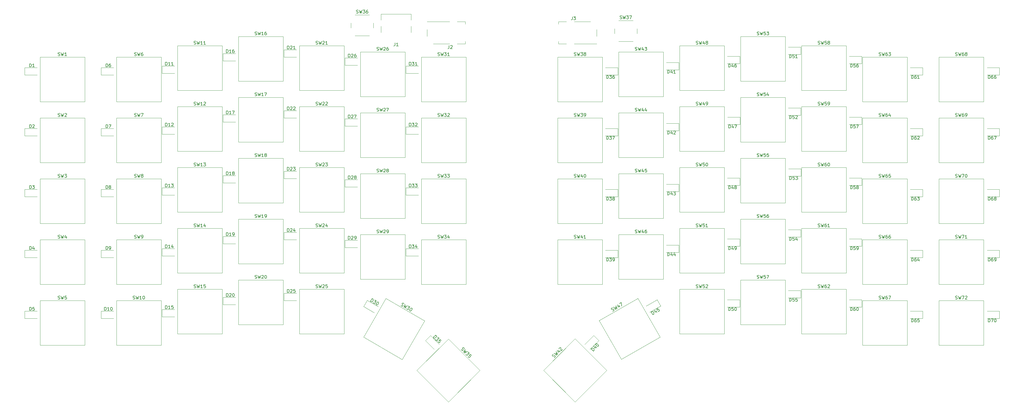
<source format=gbr>
%TF.GenerationSoftware,KiCad,Pcbnew,(5.1.10)-1*%
%TF.CreationDate,2021-08-08T19:30:52+02:00*%
%TF.ProjectId,T1,54312e6b-6963-4616-945f-706362585858,rev?*%
%TF.SameCoordinates,Original*%
%TF.FileFunction,Legend,Top*%
%TF.FilePolarity,Positive*%
%FSLAX46Y46*%
G04 Gerber Fmt 4.6, Leading zero omitted, Abs format (unit mm)*
G04 Created by KiCad (PCBNEW (5.1.10)-1) date 2021-08-08 19:30:52*
%MOMM*%
%LPD*%
G01*
G04 APERTURE LIST*
%ADD10C,0.120000*%
%ADD11C,0.150000*%
G04 APERTURE END LIST*
D10*
%TO.C,SW43*%
X172243750Y-70389750D02*
X172243750Y-56419750D01*
X186213750Y-70389750D02*
X172243750Y-70389750D01*
X186213750Y-56419750D02*
X186213750Y-70389750D01*
X172243750Y-56419750D02*
X186213750Y-56419750D01*
%TO.C,SW16*%
X53435250Y-65563750D02*
X53435250Y-51593750D01*
X67405250Y-65563750D02*
X53435250Y-65563750D01*
X67405250Y-51593750D02*
X67405250Y-65563750D01*
X53435250Y-51593750D02*
X67405250Y-51593750D01*
%TO.C,SW26*%
X91535250Y-70389750D02*
X91535250Y-56419750D01*
X105505250Y-70389750D02*
X91535250Y-70389750D01*
X105505250Y-56419750D02*
X105505250Y-70389750D01*
X91535250Y-56419750D02*
X105505250Y-56419750D01*
%TO.C,SW72*%
X272319750Y-148240750D02*
X272319750Y-134270750D01*
X286289750Y-148240750D02*
X272319750Y-148240750D01*
X286289750Y-134270750D02*
X286289750Y-148240750D01*
X272319750Y-134270750D02*
X286289750Y-134270750D01*
%TO.C,SW71*%
X272319750Y-129190750D02*
X272319750Y-115220750D01*
X286289750Y-129190750D02*
X272319750Y-129190750D01*
X286289750Y-115220750D02*
X286289750Y-129190750D01*
X272319750Y-115220750D02*
X286289750Y-115220750D01*
%TO.C,SW70*%
X272319750Y-110140750D02*
X272319750Y-96170750D01*
X286289750Y-110140750D02*
X272319750Y-110140750D01*
X286289750Y-96170750D02*
X286289750Y-110140750D01*
X272319750Y-96170750D02*
X286289750Y-96170750D01*
%TO.C,SW69*%
X272319750Y-91090750D02*
X272319750Y-77120750D01*
X286289750Y-91090750D02*
X272319750Y-91090750D01*
X286289750Y-77120750D02*
X286289750Y-91090750D01*
X272319750Y-77120750D02*
X286289750Y-77120750D01*
%TO.C,SW68*%
X272319750Y-72040750D02*
X272319750Y-58070750D01*
X286289750Y-72040750D02*
X272319750Y-72040750D01*
X286289750Y-58070750D02*
X286289750Y-72040750D01*
X272319750Y-58070750D02*
X286289750Y-58070750D01*
%TO.C,SW67*%
X248443750Y-148240750D02*
X248443750Y-134270750D01*
X262413750Y-148240750D02*
X248443750Y-148240750D01*
X262413750Y-134270750D02*
X262413750Y-148240750D01*
X248443750Y-134270750D02*
X262413750Y-134270750D01*
%TO.C,SW66*%
X248443750Y-129190750D02*
X248443750Y-115220750D01*
X262413750Y-129190750D02*
X248443750Y-129190750D01*
X262413750Y-115220750D02*
X262413750Y-129190750D01*
X248443750Y-115220750D02*
X262413750Y-115220750D01*
%TO.C,SW65*%
X248443750Y-110140750D02*
X248443750Y-96170750D01*
X262413750Y-110140750D02*
X248443750Y-110140750D01*
X262413750Y-96170750D02*
X262413750Y-110140750D01*
X248443750Y-96170750D02*
X262413750Y-96170750D01*
%TO.C,SW64*%
X248443750Y-91090750D02*
X248443750Y-77120750D01*
X262413750Y-91090750D02*
X248443750Y-91090750D01*
X262413750Y-77120750D02*
X262413750Y-91090750D01*
X248443750Y-77120750D02*
X262413750Y-77120750D01*
%TO.C,SW63*%
X248443750Y-72040750D02*
X248443750Y-58070750D01*
X262413750Y-72040750D02*
X248443750Y-72040750D01*
X262413750Y-58070750D02*
X262413750Y-72040750D01*
X248443750Y-58070750D02*
X262413750Y-58070750D01*
%TO.C,SW62*%
X229393750Y-144684750D02*
X229393750Y-130714750D01*
X243363750Y-144684750D02*
X229393750Y-144684750D01*
X243363750Y-130714750D02*
X243363750Y-144684750D01*
X229393750Y-130714750D02*
X243363750Y-130714750D01*
%TO.C,SW61*%
X229393750Y-125634750D02*
X229393750Y-111664750D01*
X243363750Y-125634750D02*
X229393750Y-125634750D01*
X243363750Y-111664750D02*
X243363750Y-125634750D01*
X229393750Y-111664750D02*
X243363750Y-111664750D01*
%TO.C,SW60*%
X229393750Y-106584750D02*
X229393750Y-92614750D01*
X243363750Y-106584750D02*
X229393750Y-106584750D01*
X243363750Y-92614750D02*
X243363750Y-106584750D01*
X229393750Y-92614750D02*
X243363750Y-92614750D01*
%TO.C,SW59*%
X229393750Y-87534750D02*
X229393750Y-73564750D01*
X243363750Y-87534750D02*
X229393750Y-87534750D01*
X243363750Y-73564750D02*
X243363750Y-87534750D01*
X229393750Y-73564750D02*
X243363750Y-73564750D01*
%TO.C,SW58*%
X229393750Y-68484750D02*
X229393750Y-54514750D01*
X243363750Y-68484750D02*
X229393750Y-68484750D01*
X243363750Y-54514750D02*
X243363750Y-68484750D01*
X229393750Y-54514750D02*
X243363750Y-54514750D01*
%TO.C,SW57*%
X210343750Y-141763750D02*
X210343750Y-127793750D01*
X224313750Y-141763750D02*
X210343750Y-141763750D01*
X224313750Y-127793750D02*
X224313750Y-141763750D01*
X210343750Y-127793750D02*
X224313750Y-127793750D01*
%TO.C,SW56*%
X210343750Y-122713750D02*
X210343750Y-108743750D01*
X224313750Y-122713750D02*
X210343750Y-122713750D01*
X224313750Y-108743750D02*
X224313750Y-122713750D01*
X210343750Y-108743750D02*
X224313750Y-108743750D01*
%TO.C,SW55*%
X210343750Y-103663750D02*
X210343750Y-89693750D01*
X224313750Y-103663750D02*
X210343750Y-103663750D01*
X224313750Y-89693750D02*
X224313750Y-103663750D01*
X210343750Y-89693750D02*
X224313750Y-89693750D01*
%TO.C,SW54*%
X210343750Y-84613750D02*
X210343750Y-70643750D01*
X224313750Y-84613750D02*
X210343750Y-84613750D01*
X224313750Y-70643750D02*
X224313750Y-84613750D01*
X210343750Y-70643750D02*
X224313750Y-70643750D01*
%TO.C,SW53*%
X210343750Y-65563750D02*
X210343750Y-51593750D01*
X224313750Y-65563750D02*
X210343750Y-65563750D01*
X224313750Y-51593750D02*
X224313750Y-65563750D01*
X210343750Y-51593750D02*
X224313750Y-51593750D01*
%TO.C,SW52*%
X191293750Y-144684750D02*
X191293750Y-130714750D01*
X205263750Y-144684750D02*
X191293750Y-144684750D01*
X205263750Y-130714750D02*
X205263750Y-144684750D01*
X191293750Y-130714750D02*
X205263750Y-130714750D01*
%TO.C,SW51*%
X191293750Y-125634750D02*
X191293750Y-111664750D01*
X205263750Y-125634750D02*
X191293750Y-125634750D01*
X205263750Y-111664750D02*
X205263750Y-125634750D01*
X191293750Y-111664750D02*
X205263750Y-111664750D01*
%TO.C,SW50*%
X191293750Y-106584750D02*
X191293750Y-92614750D01*
X205263750Y-106584750D02*
X191293750Y-106584750D01*
X205263750Y-92614750D02*
X205263750Y-106584750D01*
X191293750Y-92614750D02*
X205263750Y-92614750D01*
%TO.C,SW49*%
X191293750Y-87534750D02*
X191293750Y-73564750D01*
X205263750Y-87534750D02*
X191293750Y-87534750D01*
X205263750Y-73564750D02*
X205263750Y-87534750D01*
X191293750Y-73564750D02*
X205263750Y-73564750D01*
%TO.C,SW48*%
X191293750Y-68484750D02*
X191293750Y-54514750D01*
X205263750Y-68484750D02*
X191293750Y-68484750D01*
X205263750Y-54514750D02*
X205263750Y-68484750D01*
X191293750Y-54514750D02*
X205263750Y-54514750D01*
%TO.C,SW47*%
X173116063Y-152656846D02*
X166131063Y-140558472D01*
X185214438Y-145671846D02*
X173116063Y-152656846D01*
X178229438Y-133573472D02*
X185214438Y-145671846D01*
X166131063Y-140558472D02*
X178229438Y-133573472D01*
%TO.C,SW46*%
X172243750Y-127539750D02*
X172243750Y-113569750D01*
X186213750Y-127539750D02*
X172243750Y-127539750D01*
X186213750Y-113569750D02*
X186213750Y-127539750D01*
X172243750Y-113569750D02*
X186213750Y-113569750D01*
%TO.C,SW45*%
X172243750Y-108489750D02*
X172243750Y-94519750D01*
X186213750Y-108489750D02*
X172243750Y-108489750D01*
X186213750Y-94519750D02*
X186213750Y-108489750D01*
X172243750Y-94519750D02*
X186213750Y-94519750D01*
%TO.C,SW44*%
X172243750Y-89439750D02*
X172243750Y-75469750D01*
X186213750Y-89439750D02*
X172243750Y-89439750D01*
X186213750Y-75469750D02*
X186213750Y-89439750D01*
X172243750Y-75469750D02*
X186213750Y-75469750D01*
%TO.C,SW42*%
X158654750Y-165993031D02*
X148776468Y-156114750D01*
X168533032Y-156114750D02*
X158654750Y-165993031D01*
X158654750Y-146236468D02*
X168533032Y-156114750D01*
X148776468Y-156114750D02*
X158654750Y-146236468D01*
%TO.C,SW41*%
X153193750Y-129190750D02*
X153193750Y-115220750D01*
X167163750Y-129190750D02*
X153193750Y-129190750D01*
X167163750Y-115220750D02*
X167163750Y-129190750D01*
X153193750Y-115220750D02*
X167163750Y-115220750D01*
%TO.C,SW40*%
X153193750Y-110140750D02*
X153193750Y-96170750D01*
X167163750Y-110140750D02*
X153193750Y-110140750D01*
X167163750Y-96170750D02*
X167163750Y-110140750D01*
X153193750Y-96170750D02*
X167163750Y-96170750D01*
%TO.C,SW39*%
X153193750Y-91090750D02*
X153193750Y-77120750D01*
X167163750Y-91090750D02*
X153193750Y-91090750D01*
X167163750Y-77120750D02*
X167163750Y-91090750D01*
X153193750Y-77120750D02*
X167163750Y-77120750D01*
%TO.C,SW38*%
X153193750Y-72040750D02*
X153193750Y-58070750D01*
X167163750Y-72040750D02*
X153193750Y-72040750D01*
X167163750Y-58070750D02*
X167163750Y-72040750D01*
X153193750Y-58070750D02*
X167163750Y-58070750D01*
%TO.C,D68*%
X291241750Y-99480750D02*
X287356750Y-99480750D01*
X291241750Y-101750750D02*
X291241750Y-99480750D01*
X287356750Y-101750750D02*
X291241750Y-101750750D01*
%TO.C,D60*%
X248185750Y-134024750D02*
X244300750Y-134024750D01*
X248185750Y-136294750D02*
X248185750Y-134024750D01*
X244300750Y-136294750D02*
X248185750Y-136294750D01*
%TO.C,D45*%
X184253682Y-133988311D02*
X180889173Y-135930811D01*
X185388682Y-135954189D02*
X184253682Y-133988311D01*
X182024173Y-137896689D02*
X185388682Y-135954189D01*
%TO.C,J1*%
X107411250Y-46482250D02*
X107411250Y-44582250D01*
X107411250Y-50382250D02*
X107411250Y-48382250D01*
X98011250Y-46482250D02*
X98011250Y-44582250D01*
X98011250Y-50382250D02*
X98011250Y-48382250D01*
X107411250Y-44582250D02*
X98011250Y-44582250D01*
%TO.C,SW37*%
X177977750Y-50656750D02*
X177977750Y-49156750D01*
X176727750Y-46656750D02*
X172227750Y-46656750D01*
X170977750Y-49156750D02*
X170977750Y-50656750D01*
X172227750Y-53156750D02*
X176727750Y-53156750D01*
%TO.C,SW36*%
X95618250Y-48878750D02*
X95618250Y-47378750D01*
X94368250Y-44878750D02*
X89868250Y-44878750D01*
X88618250Y-47378750D02*
X88618250Y-48878750D01*
X89868250Y-51378750D02*
X94368250Y-51378750D01*
%TO.C,SW35*%
X109161815Y-156132801D02*
X119040096Y-146254519D01*
X119040096Y-166011083D02*
X109161815Y-156132801D01*
X128918378Y-156132801D02*
X119040096Y-166011083D01*
X119040096Y-146254519D02*
X128918378Y-156132801D01*
%TO.C,SW34*%
X110585250Y-129190750D02*
X110585250Y-115220750D01*
X124555250Y-129190750D02*
X110585250Y-129190750D01*
X124555250Y-115220750D02*
X124555250Y-129190750D01*
X110585250Y-115220750D02*
X124555250Y-115220750D01*
%TO.C,SW33*%
X110585250Y-110140750D02*
X110585250Y-96170750D01*
X124555250Y-110140750D02*
X110585250Y-110140750D01*
X124555250Y-96170750D02*
X124555250Y-110140750D01*
X110585250Y-96170750D02*
X124555250Y-96170750D01*
%TO.C,SW32*%
X110585250Y-91090750D02*
X110585250Y-77120750D01*
X124555250Y-91090750D02*
X110585250Y-91090750D01*
X124555250Y-77120750D02*
X124555250Y-91090750D01*
X110585250Y-77120750D02*
X124555250Y-77120750D01*
%TO.C,SW31*%
X110585250Y-72040750D02*
X110585250Y-58070750D01*
X124555250Y-72040750D02*
X110585250Y-72040750D01*
X124555250Y-58070750D02*
X124555250Y-72040750D01*
X110585250Y-58070750D02*
X124555250Y-58070750D01*
%TO.C,SW30*%
X92534563Y-145717437D02*
X99519563Y-133619063D01*
X104632938Y-152702437D02*
X92534563Y-145717437D01*
X111617938Y-140604063D02*
X104632938Y-152702437D01*
X99519563Y-133619063D02*
X111617938Y-140604063D01*
%TO.C,SW29*%
X91535250Y-127539750D02*
X91535250Y-113569750D01*
X105505250Y-127539750D02*
X91535250Y-127539750D01*
X105505250Y-113569750D02*
X105505250Y-127539750D01*
X91535250Y-113569750D02*
X105505250Y-113569750D01*
%TO.C,SW28*%
X91535250Y-108489750D02*
X91535250Y-94519750D01*
X105505250Y-108489750D02*
X91535250Y-108489750D01*
X105505250Y-94519750D02*
X105505250Y-108489750D01*
X91535250Y-94519750D02*
X105505250Y-94519750D01*
%TO.C,SW27*%
X91535250Y-89439750D02*
X91535250Y-75469750D01*
X105505250Y-89439750D02*
X91535250Y-89439750D01*
X105505250Y-75469750D02*
X105505250Y-89439750D01*
X91535250Y-75469750D02*
X105505250Y-75469750D01*
%TO.C,SW25*%
X72485250Y-144684750D02*
X72485250Y-130714750D01*
X86455250Y-144684750D02*
X72485250Y-144684750D01*
X86455250Y-130714750D02*
X86455250Y-144684750D01*
X72485250Y-130714750D02*
X86455250Y-130714750D01*
%TO.C,SW24*%
X72485250Y-125634750D02*
X72485250Y-111664750D01*
X86455250Y-125634750D02*
X72485250Y-125634750D01*
X86455250Y-111664750D02*
X86455250Y-125634750D01*
X72485250Y-111664750D02*
X86455250Y-111664750D01*
%TO.C,SW23*%
X72485250Y-106584750D02*
X72485250Y-92614750D01*
X86455250Y-106584750D02*
X72485250Y-106584750D01*
X86455250Y-92614750D02*
X86455250Y-106584750D01*
X72485250Y-92614750D02*
X86455250Y-92614750D01*
%TO.C,SW22*%
X72485250Y-87534750D02*
X72485250Y-73564750D01*
X86455250Y-87534750D02*
X72485250Y-87534750D01*
X86455250Y-73564750D02*
X86455250Y-87534750D01*
X72485250Y-73564750D02*
X86455250Y-73564750D01*
%TO.C,SW21*%
X72485250Y-68484750D02*
X72485250Y-54514750D01*
X86455250Y-68484750D02*
X72485250Y-68484750D01*
X86455250Y-54514750D02*
X86455250Y-68484750D01*
X72485250Y-54514750D02*
X86455250Y-54514750D01*
%TO.C,SW20*%
X53435250Y-141763750D02*
X53435250Y-127793750D01*
X67405250Y-141763750D02*
X53435250Y-141763750D01*
X67405250Y-127793750D02*
X67405250Y-141763750D01*
X53435250Y-127793750D02*
X67405250Y-127793750D01*
%TO.C,SW19*%
X53435250Y-122713750D02*
X53435250Y-108743750D01*
X67405250Y-122713750D02*
X53435250Y-122713750D01*
X67405250Y-108743750D02*
X67405250Y-122713750D01*
X53435250Y-108743750D02*
X67405250Y-108743750D01*
%TO.C,SW18*%
X53435250Y-103663750D02*
X53435250Y-89693750D01*
X67405250Y-103663750D02*
X53435250Y-103663750D01*
X67405250Y-89693750D02*
X67405250Y-103663750D01*
X53435250Y-89693750D02*
X67405250Y-89693750D01*
%TO.C,SW17*%
X53435250Y-84613750D02*
X53435250Y-70643750D01*
X67405250Y-84613750D02*
X53435250Y-84613750D01*
X67405250Y-70643750D02*
X67405250Y-84613750D01*
X53435250Y-70643750D02*
X67405250Y-70643750D01*
%TO.C,SW15*%
X34385250Y-144684750D02*
X34385250Y-130714750D01*
X48355250Y-144684750D02*
X34385250Y-144684750D01*
X48355250Y-130714750D02*
X48355250Y-144684750D01*
X34385250Y-130714750D02*
X48355250Y-130714750D01*
%TO.C,SW14*%
X34385250Y-125634750D02*
X34385250Y-111664750D01*
X48355250Y-125634750D02*
X34385250Y-125634750D01*
X48355250Y-111664750D02*
X48355250Y-125634750D01*
X34385250Y-111664750D02*
X48355250Y-111664750D01*
%TO.C,SW13*%
X34385250Y-106584750D02*
X34385250Y-92614750D01*
X48355250Y-106584750D02*
X34385250Y-106584750D01*
X48355250Y-92614750D02*
X48355250Y-106584750D01*
X34385250Y-92614750D02*
X48355250Y-92614750D01*
%TO.C,SW12*%
X34385250Y-87534750D02*
X34385250Y-73564750D01*
X48355250Y-87534750D02*
X34385250Y-87534750D01*
X48355250Y-73564750D02*
X48355250Y-87534750D01*
X34385250Y-73564750D02*
X48355250Y-73564750D01*
%TO.C,SW11*%
X34385250Y-68484750D02*
X34385250Y-54514750D01*
X48355250Y-68484750D02*
X34385250Y-68484750D01*
X48355250Y-54514750D02*
X48355250Y-68484750D01*
X34385250Y-54514750D02*
X48355250Y-54514750D01*
%TO.C,SW10*%
X15335250Y-148240750D02*
X15335250Y-134270750D01*
X29305250Y-148240750D02*
X15335250Y-148240750D01*
X29305250Y-134270750D02*
X29305250Y-148240750D01*
X15335250Y-134270750D02*
X29305250Y-134270750D01*
%TO.C,SW9*%
X15335250Y-129190750D02*
X15335250Y-115220750D01*
X29305250Y-129190750D02*
X15335250Y-129190750D01*
X29305250Y-115220750D02*
X29305250Y-129190750D01*
X15335250Y-115220750D02*
X29305250Y-115220750D01*
%TO.C,SW8*%
X15335250Y-110140750D02*
X15335250Y-96170750D01*
X29305250Y-110140750D02*
X15335250Y-110140750D01*
X29305250Y-96170750D02*
X29305250Y-110140750D01*
X15335250Y-96170750D02*
X29305250Y-96170750D01*
%TO.C,SW7*%
X15335250Y-91090750D02*
X15335250Y-77120750D01*
X29305250Y-91090750D02*
X15335250Y-91090750D01*
X29305250Y-77120750D02*
X29305250Y-91090750D01*
X15335250Y-77120750D02*
X29305250Y-77120750D01*
%TO.C,SW6*%
X15335250Y-72040750D02*
X15335250Y-58070750D01*
X29305250Y-72040750D02*
X15335250Y-72040750D01*
X29305250Y-58070750D02*
X29305250Y-72040750D01*
X15335250Y-58070750D02*
X29305250Y-58070750D01*
%TO.C,SW5*%
X-8540750Y-148240750D02*
X-8540750Y-134270750D01*
X5429250Y-148240750D02*
X-8540750Y-148240750D01*
X5429250Y-134270750D02*
X5429250Y-148240750D01*
X-8540750Y-134270750D02*
X5429250Y-134270750D01*
%TO.C,SW4*%
X-8540750Y-129190750D02*
X-8540750Y-115220750D01*
X5429250Y-129190750D02*
X-8540750Y-129190750D01*
X5429250Y-115220750D02*
X5429250Y-129190750D01*
X-8540750Y-115220750D02*
X5429250Y-115220750D01*
%TO.C,SW3*%
X-8540750Y-110140750D02*
X-8540750Y-96170750D01*
X5429250Y-110140750D02*
X-8540750Y-110140750D01*
X5429250Y-96170750D02*
X5429250Y-110140750D01*
X-8540750Y-96170750D02*
X5429250Y-96170750D01*
%TO.C,SW2*%
X-8540750Y-91090750D02*
X-8540750Y-77120750D01*
X5429250Y-91090750D02*
X-8540750Y-91090750D01*
X5429250Y-77120750D02*
X5429250Y-91090750D01*
X-8540750Y-77120750D02*
X5429250Y-77120750D01*
%TO.C,SW1*%
X-8540750Y-72040750D02*
X-8540750Y-58070750D01*
X5429250Y-72040750D02*
X-8540750Y-72040750D01*
X5429250Y-58070750D02*
X5429250Y-72040750D01*
X-8540750Y-58070750D02*
X5429250Y-58070750D01*
%TO.C,J3*%
X165346750Y-49400750D02*
X165346750Y-51500750D01*
X158346750Y-53900750D02*
X165346750Y-53900750D01*
X158346750Y-47000750D02*
X163446750Y-47000750D01*
X153446750Y-47000750D02*
X155946750Y-47000750D01*
X153446750Y-47750750D02*
X153446750Y-47000750D01*
X153446750Y-53900750D02*
X153446750Y-53150750D01*
X155946750Y-53900750D02*
X153446750Y-53900750D01*
%TO.C,J2*%
X112402250Y-51500750D02*
X112402250Y-49400750D01*
X119402250Y-47000750D02*
X112402250Y-47000750D01*
X119402250Y-53900750D02*
X114302250Y-53900750D01*
X124302250Y-53900750D02*
X121802250Y-53900750D01*
X124302250Y-53150750D02*
X124302250Y-53900750D01*
X124302250Y-47000750D02*
X124302250Y-47750750D01*
X121802250Y-47000750D02*
X124302250Y-47000750D01*
%TO.C,D70*%
X291241750Y-137580750D02*
X287356750Y-137580750D01*
X291241750Y-139850750D02*
X291241750Y-137580750D01*
X287356750Y-139850750D02*
X291241750Y-139850750D01*
%TO.C,D69*%
X291241750Y-118530750D02*
X287356750Y-118530750D01*
X291241750Y-120800750D02*
X291241750Y-118530750D01*
X287356750Y-120800750D02*
X291241750Y-120800750D01*
%TO.C,D67*%
X291241750Y-80430750D02*
X287356750Y-80430750D01*
X291241750Y-82700750D02*
X291241750Y-80430750D01*
X287356750Y-82700750D02*
X291241750Y-82700750D01*
%TO.C,D66*%
X291241750Y-61380750D02*
X287356750Y-61380750D01*
X291241750Y-63650750D02*
X291241750Y-61380750D01*
X287356750Y-63650750D02*
X291241750Y-63650750D01*
%TO.C,D65*%
X267238750Y-137580750D02*
X263353750Y-137580750D01*
X267238750Y-139850750D02*
X267238750Y-137580750D01*
X263353750Y-139850750D02*
X267238750Y-139850750D01*
%TO.C,D64*%
X267238750Y-118530750D02*
X263353750Y-118530750D01*
X267238750Y-120800750D02*
X267238750Y-118530750D01*
X263353750Y-120800750D02*
X267238750Y-120800750D01*
%TO.C,D63*%
X267235750Y-99480750D02*
X263350750Y-99480750D01*
X267235750Y-101750750D02*
X267235750Y-99480750D01*
X263350750Y-101750750D02*
X267235750Y-101750750D01*
%TO.C,D62*%
X267238750Y-80430750D02*
X263353750Y-80430750D01*
X267238750Y-82700750D02*
X267238750Y-80430750D01*
X263353750Y-82700750D02*
X267238750Y-82700750D01*
%TO.C,D61*%
X267238750Y-61380750D02*
X263353750Y-61380750D01*
X267238750Y-63650750D02*
X267238750Y-61380750D01*
X263353750Y-63650750D02*
X267238750Y-63650750D01*
%TO.C,D59*%
X248188750Y-114974750D02*
X244303750Y-114974750D01*
X248188750Y-117244750D02*
X248188750Y-114974750D01*
X244303750Y-117244750D02*
X248188750Y-117244750D01*
%TO.C,D58*%
X248188750Y-95924750D02*
X244303750Y-95924750D01*
X248188750Y-98194750D02*
X248188750Y-95924750D01*
X244303750Y-98194750D02*
X248188750Y-98194750D01*
%TO.C,D57*%
X248188750Y-76874750D02*
X244303750Y-76874750D01*
X248188750Y-79144750D02*
X248188750Y-76874750D01*
X244303750Y-79144750D02*
X248188750Y-79144750D01*
%TO.C,D56*%
X248188750Y-57824750D02*
X244303750Y-57824750D01*
X248188750Y-60094750D02*
X248188750Y-57824750D01*
X244303750Y-60094750D02*
X248188750Y-60094750D01*
%TO.C,D55*%
X229138750Y-131103750D02*
X225253750Y-131103750D01*
X229138750Y-133373750D02*
X229138750Y-131103750D01*
X225253750Y-133373750D02*
X229138750Y-133373750D01*
%TO.C,D54*%
X229138750Y-112053750D02*
X225253750Y-112053750D01*
X229138750Y-114323750D02*
X229138750Y-112053750D01*
X225253750Y-114323750D02*
X229138750Y-114323750D01*
%TO.C,D53*%
X229199250Y-93003750D02*
X225314250Y-93003750D01*
X229199250Y-95273750D02*
X229199250Y-93003750D01*
X225314250Y-95273750D02*
X229199250Y-95273750D01*
%TO.C,D52*%
X229138750Y-73953750D02*
X225253750Y-73953750D01*
X229138750Y-76223750D02*
X229138750Y-73953750D01*
X225253750Y-76223750D02*
X229138750Y-76223750D01*
%TO.C,D51*%
X229135750Y-54903750D02*
X225250750Y-54903750D01*
X229135750Y-57173750D02*
X229135750Y-54903750D01*
X225250750Y-57173750D02*
X229135750Y-57173750D01*
%TO.C,D50*%
X210088750Y-134024750D02*
X206203750Y-134024750D01*
X210088750Y-136294750D02*
X210088750Y-134024750D01*
X206203750Y-136294750D02*
X210088750Y-136294750D01*
%TO.C,D49*%
X210088750Y-114974750D02*
X206203750Y-114974750D01*
X210088750Y-117244750D02*
X210088750Y-114974750D01*
X206203750Y-117244750D02*
X210088750Y-117244750D01*
%TO.C,D48*%
X210088750Y-95924750D02*
X206203750Y-95924750D01*
X210088750Y-98194750D02*
X210088750Y-95924750D01*
X206203750Y-98194750D02*
X210088750Y-98194750D01*
%TO.C,D47*%
X210152250Y-76874750D02*
X206267250Y-76874750D01*
X210152250Y-79144750D02*
X210152250Y-76874750D01*
X206267250Y-79144750D02*
X210152250Y-79144750D01*
%TO.C,D46*%
X210088750Y-57824750D02*
X206203750Y-57824750D01*
X210088750Y-60094750D02*
X210088750Y-57824750D01*
X206203750Y-60094750D02*
X210088750Y-60094750D01*
%TO.C,D44*%
X191038750Y-116879750D02*
X187153750Y-116879750D01*
X191038750Y-119149750D02*
X191038750Y-116879750D01*
X187153750Y-119149750D02*
X191038750Y-119149750D01*
%TO.C,D43*%
X191038750Y-97829750D02*
X187153750Y-97829750D01*
X191038750Y-100099750D02*
X191038750Y-97829750D01*
X187153750Y-100099750D02*
X191038750Y-100099750D01*
%TO.C,D42*%
X191038750Y-78779750D02*
X187153750Y-78779750D01*
X191038750Y-81049750D02*
X191038750Y-78779750D01*
X187153750Y-81049750D02*
X191038750Y-81049750D01*
%TO.C,D41*%
X191038750Y-59729750D02*
X187153750Y-59729750D01*
X191038750Y-61999750D02*
X191038750Y-59729750D01*
X187153750Y-61999750D02*
X191038750Y-61999750D01*
%TO.C,D40*%
X164420923Y-145187445D02*
X161673813Y-147934555D01*
X166026055Y-146792577D02*
X164420923Y-145187445D01*
X163278945Y-149539687D02*
X166026055Y-146792577D01*
%TO.C,D39*%
X171988750Y-118530750D02*
X168103750Y-118530750D01*
X171988750Y-120800750D02*
X171988750Y-118530750D01*
X168103750Y-120800750D02*
X171988750Y-120800750D01*
%TO.C,D38*%
X171988750Y-99480750D02*
X168103750Y-99480750D01*
X171988750Y-101750750D02*
X171988750Y-99480750D01*
X168103750Y-101750750D02*
X171988750Y-101750750D01*
%TO.C,D37*%
X171988750Y-80430750D02*
X168103750Y-80430750D01*
X171988750Y-82700750D02*
X171988750Y-80430750D01*
X168103750Y-82700750D02*
X171988750Y-82700750D01*
%TO.C,D36*%
X171988750Y-61380750D02*
X168103750Y-61380750D01*
X171988750Y-63650750D02*
X171988750Y-61380750D01*
X168103750Y-63650750D02*
X171988750Y-63650750D01*
%TO.C,D35*%
X111849945Y-146792577D02*
X114597055Y-149539687D01*
X113455077Y-145187445D02*
X111849945Y-146792577D01*
X116202187Y-147934555D02*
X113455077Y-145187445D01*
%TO.C,D34*%
X105760250Y-120292750D02*
X109645250Y-120292750D01*
X105760250Y-118022750D02*
X105760250Y-120292750D01*
X109645250Y-118022750D02*
X105760250Y-118022750D01*
%TO.C,D33*%
X105760250Y-101242750D02*
X109645250Y-101242750D01*
X105760250Y-98972750D02*
X105760250Y-101242750D01*
X109645250Y-98972750D02*
X105760250Y-98972750D01*
%TO.C,D32*%
X105760250Y-82192750D02*
X109645250Y-82192750D01*
X105760250Y-79922750D02*
X105760250Y-82192750D01*
X109645250Y-79922750D02*
X105760250Y-79922750D01*
%TO.C,D31*%
X105760250Y-63142750D02*
X109645250Y-63142750D01*
X105760250Y-60872750D02*
X105760250Y-63142750D01*
X109645250Y-60872750D02*
X105760250Y-60872750D01*
%TO.C,D30*%
X92544882Y-136143189D02*
X95909391Y-138085689D01*
X93679882Y-134177311D02*
X92544882Y-136143189D01*
X97044391Y-136119811D02*
X93679882Y-134177311D01*
%TO.C,D29*%
X86710250Y-117625750D02*
X90595250Y-117625750D01*
X86710250Y-115355750D02*
X86710250Y-117625750D01*
X90595250Y-115355750D02*
X86710250Y-115355750D01*
%TO.C,D28*%
X86710250Y-98702750D02*
X90595250Y-98702750D01*
X86710250Y-96432750D02*
X86710250Y-98702750D01*
X90595250Y-96432750D02*
X86710250Y-96432750D01*
%TO.C,D27*%
X86710250Y-79652750D02*
X90595250Y-79652750D01*
X86710250Y-77382750D02*
X86710250Y-79652750D01*
X90595250Y-77382750D02*
X86710250Y-77382750D01*
%TO.C,D26*%
X86710250Y-60602750D02*
X90595250Y-60602750D01*
X86710250Y-58332750D02*
X86710250Y-60602750D01*
X90595250Y-58332750D02*
X86710250Y-58332750D01*
%TO.C,D25*%
X67660250Y-134262750D02*
X71545250Y-134262750D01*
X67660250Y-131992750D02*
X67660250Y-134262750D01*
X71545250Y-131992750D02*
X67660250Y-131992750D01*
%TO.C,D24*%
X67660250Y-115212750D02*
X71545250Y-115212750D01*
X67660250Y-112942750D02*
X67660250Y-115212750D01*
X71545250Y-112942750D02*
X67660250Y-112942750D01*
%TO.C,D23*%
X67660250Y-96035750D02*
X71545250Y-96035750D01*
X67660250Y-93765750D02*
X67660250Y-96035750D01*
X71545250Y-93765750D02*
X67660250Y-93765750D01*
%TO.C,D22*%
X67660250Y-77112750D02*
X71545250Y-77112750D01*
X67660250Y-74842750D02*
X67660250Y-77112750D01*
X71545250Y-74842750D02*
X67660250Y-74842750D01*
%TO.C,D21*%
X67660250Y-58062750D02*
X71545250Y-58062750D01*
X67660250Y-55792750D02*
X67660250Y-58062750D01*
X71545250Y-55792750D02*
X67660250Y-55792750D01*
%TO.C,D20*%
X48610250Y-135532750D02*
X52495250Y-135532750D01*
X48610250Y-133262750D02*
X48610250Y-135532750D01*
X52495250Y-133262750D02*
X48610250Y-133262750D01*
%TO.C,D19*%
X48610250Y-116482750D02*
X52495250Y-116482750D01*
X48610250Y-114212750D02*
X48610250Y-116482750D01*
X52495250Y-114212750D02*
X48610250Y-114212750D01*
%TO.C,D18*%
X48610250Y-97432750D02*
X52495250Y-97432750D01*
X48610250Y-95162750D02*
X48610250Y-97432750D01*
X52495250Y-95162750D02*
X48610250Y-95162750D01*
%TO.C,D17*%
X48610250Y-78382750D02*
X52495250Y-78382750D01*
X48610250Y-76112750D02*
X48610250Y-78382750D01*
X52495250Y-76112750D02*
X48610250Y-76112750D01*
%TO.C,D16*%
X48610250Y-59205750D02*
X52495250Y-59205750D01*
X48610250Y-56935750D02*
X48610250Y-59205750D01*
X52495250Y-56935750D02*
X48610250Y-56935750D01*
%TO.C,D15*%
X29560250Y-139342750D02*
X33445250Y-139342750D01*
X29560250Y-137072750D02*
X29560250Y-139342750D01*
X33445250Y-137072750D02*
X29560250Y-137072750D01*
%TO.C,D14*%
X29560250Y-120292750D02*
X33445250Y-120292750D01*
X29560250Y-118022750D02*
X29560250Y-120292750D01*
X33445250Y-118022750D02*
X29560250Y-118022750D01*
%TO.C,D13*%
X29560250Y-101242750D02*
X33445250Y-101242750D01*
X29560250Y-98972750D02*
X29560250Y-101242750D01*
X33445250Y-98972750D02*
X29560250Y-98972750D01*
%TO.C,D12*%
X29557250Y-82192750D02*
X33442250Y-82192750D01*
X29557250Y-79922750D02*
X29557250Y-82192750D01*
X33442250Y-79922750D02*
X29557250Y-79922750D01*
%TO.C,D11*%
X29563250Y-63142750D02*
X33448250Y-63142750D01*
X29563250Y-60872750D02*
X29563250Y-63142750D01*
X33448250Y-60872750D02*
X29563250Y-60872750D01*
%TO.C,D10*%
X10510250Y-139850750D02*
X14395250Y-139850750D01*
X10510250Y-137580750D02*
X10510250Y-139850750D01*
X14395250Y-137580750D02*
X10510250Y-137580750D01*
%TO.C,D9*%
X10510250Y-120800750D02*
X14395250Y-120800750D01*
X10510250Y-118530750D02*
X10510250Y-120800750D01*
X14395250Y-118530750D02*
X10510250Y-118530750D01*
%TO.C,D8*%
X10510250Y-101750750D02*
X14395250Y-101750750D01*
X10510250Y-99480750D02*
X10510250Y-101750750D01*
X14395250Y-99480750D02*
X10510250Y-99480750D01*
%TO.C,D7*%
X10510250Y-82700750D02*
X14395250Y-82700750D01*
X10510250Y-80430750D02*
X10510250Y-82700750D01*
X14395250Y-80430750D02*
X10510250Y-80430750D01*
%TO.C,D6*%
X10510250Y-63650750D02*
X14395250Y-63650750D01*
X10510250Y-61380750D02*
X10510250Y-63650750D01*
X14395250Y-61380750D02*
X10510250Y-61380750D01*
%TO.C,D5*%
X-13365750Y-139850750D02*
X-9480750Y-139850750D01*
X-13365750Y-137580750D02*
X-13365750Y-139850750D01*
X-9480750Y-137580750D02*
X-13365750Y-137580750D01*
%TO.C,D4*%
X-13365750Y-120800750D02*
X-9480750Y-120800750D01*
X-13365750Y-118530750D02*
X-13365750Y-120800750D01*
X-9480750Y-118530750D02*
X-13365750Y-118530750D01*
%TO.C,D3*%
X-13365750Y-101750750D02*
X-9480750Y-101750750D01*
X-13365750Y-99480750D02*
X-13365750Y-101750750D01*
X-9480750Y-99480750D02*
X-13365750Y-99480750D01*
%TO.C,D2*%
X-13365750Y-82700750D02*
X-9480750Y-82700750D01*
X-13365750Y-80430750D02*
X-13365750Y-82700750D01*
X-9480750Y-80430750D02*
X-13365750Y-80430750D01*
%TO.C,D1*%
X-13368750Y-63650750D02*
X-9483750Y-63650750D01*
X-13368750Y-61380750D02*
X-13368750Y-63650750D01*
X-9483750Y-61380750D02*
X-13368750Y-61380750D01*
%TO.C,SW43*%
D11*
X177419226Y-55935511D02*
X177562083Y-55983130D01*
X177800178Y-55983130D01*
X177895416Y-55935511D01*
X177943035Y-55887892D01*
X177990654Y-55792654D01*
X177990654Y-55697416D01*
X177943035Y-55602178D01*
X177895416Y-55554559D01*
X177800178Y-55506940D01*
X177609702Y-55459321D01*
X177514464Y-55411702D01*
X177466845Y-55364083D01*
X177419226Y-55268845D01*
X177419226Y-55173607D01*
X177466845Y-55078369D01*
X177514464Y-55030750D01*
X177609702Y-54983130D01*
X177847797Y-54983130D01*
X177990654Y-55030750D01*
X178323988Y-54983130D02*
X178562083Y-55983130D01*
X178752559Y-55268845D01*
X178943035Y-55983130D01*
X179181130Y-54983130D01*
X179990654Y-55316464D02*
X179990654Y-55983130D01*
X179752559Y-54935511D02*
X179514464Y-55649797D01*
X180133511Y-55649797D01*
X180419226Y-54983130D02*
X181038273Y-54983130D01*
X180704940Y-55364083D01*
X180847797Y-55364083D01*
X180943035Y-55411702D01*
X180990654Y-55459321D01*
X181038273Y-55554559D01*
X181038273Y-55792654D01*
X180990654Y-55887892D01*
X180943035Y-55935511D01*
X180847797Y-55983130D01*
X180562083Y-55983130D01*
X180466845Y-55935511D01*
X180419226Y-55887892D01*
%TO.C,SW16*%
X58610726Y-51109511D02*
X58753583Y-51157130D01*
X58991678Y-51157130D01*
X59086916Y-51109511D01*
X59134535Y-51061892D01*
X59182154Y-50966654D01*
X59182154Y-50871416D01*
X59134535Y-50776178D01*
X59086916Y-50728559D01*
X58991678Y-50680940D01*
X58801202Y-50633321D01*
X58705964Y-50585702D01*
X58658345Y-50538083D01*
X58610726Y-50442845D01*
X58610726Y-50347607D01*
X58658345Y-50252369D01*
X58705964Y-50204750D01*
X58801202Y-50157130D01*
X59039297Y-50157130D01*
X59182154Y-50204750D01*
X59515488Y-50157130D02*
X59753583Y-51157130D01*
X59944059Y-50442845D01*
X60134535Y-51157130D01*
X60372630Y-50157130D01*
X61277392Y-51157130D02*
X60705964Y-51157130D01*
X60991678Y-51157130D02*
X60991678Y-50157130D01*
X60896440Y-50299988D01*
X60801202Y-50395226D01*
X60705964Y-50442845D01*
X62134535Y-50157130D02*
X61944059Y-50157130D01*
X61848821Y-50204750D01*
X61801202Y-50252369D01*
X61705964Y-50395226D01*
X61658345Y-50585702D01*
X61658345Y-50966654D01*
X61705964Y-51061892D01*
X61753583Y-51109511D01*
X61848821Y-51157130D01*
X62039297Y-51157130D01*
X62134535Y-51109511D01*
X62182154Y-51061892D01*
X62229773Y-50966654D01*
X62229773Y-50728559D01*
X62182154Y-50633321D01*
X62134535Y-50585702D01*
X62039297Y-50538083D01*
X61848821Y-50538083D01*
X61753583Y-50585702D01*
X61705964Y-50633321D01*
X61658345Y-50728559D01*
%TO.C,SW26*%
X96710726Y-55935511D02*
X96853583Y-55983130D01*
X97091678Y-55983130D01*
X97186916Y-55935511D01*
X97234535Y-55887892D01*
X97282154Y-55792654D01*
X97282154Y-55697416D01*
X97234535Y-55602178D01*
X97186916Y-55554559D01*
X97091678Y-55506940D01*
X96901202Y-55459321D01*
X96805964Y-55411702D01*
X96758345Y-55364083D01*
X96710726Y-55268845D01*
X96710726Y-55173607D01*
X96758345Y-55078369D01*
X96805964Y-55030750D01*
X96901202Y-54983130D01*
X97139297Y-54983130D01*
X97282154Y-55030750D01*
X97615488Y-54983130D02*
X97853583Y-55983130D01*
X98044059Y-55268845D01*
X98234535Y-55983130D01*
X98472630Y-54983130D01*
X98805964Y-55078369D02*
X98853583Y-55030750D01*
X98948821Y-54983130D01*
X99186916Y-54983130D01*
X99282154Y-55030750D01*
X99329773Y-55078369D01*
X99377392Y-55173607D01*
X99377392Y-55268845D01*
X99329773Y-55411702D01*
X98758345Y-55983130D01*
X99377392Y-55983130D01*
X100234535Y-54983130D02*
X100044059Y-54983130D01*
X99948821Y-55030750D01*
X99901202Y-55078369D01*
X99805964Y-55221226D01*
X99758345Y-55411702D01*
X99758345Y-55792654D01*
X99805964Y-55887892D01*
X99853583Y-55935511D01*
X99948821Y-55983130D01*
X100139297Y-55983130D01*
X100234535Y-55935511D01*
X100282154Y-55887892D01*
X100329773Y-55792654D01*
X100329773Y-55554559D01*
X100282154Y-55459321D01*
X100234535Y-55411702D01*
X100139297Y-55364083D01*
X99948821Y-55364083D01*
X99853583Y-55411702D01*
X99805964Y-55459321D01*
X99758345Y-55554559D01*
%TO.C,SW72*%
X277495226Y-133786511D02*
X277638083Y-133834130D01*
X277876178Y-133834130D01*
X277971416Y-133786511D01*
X278019035Y-133738892D01*
X278066654Y-133643654D01*
X278066654Y-133548416D01*
X278019035Y-133453178D01*
X277971416Y-133405559D01*
X277876178Y-133357940D01*
X277685702Y-133310321D01*
X277590464Y-133262702D01*
X277542845Y-133215083D01*
X277495226Y-133119845D01*
X277495226Y-133024607D01*
X277542845Y-132929369D01*
X277590464Y-132881750D01*
X277685702Y-132834130D01*
X277923797Y-132834130D01*
X278066654Y-132881750D01*
X278399988Y-132834130D02*
X278638083Y-133834130D01*
X278828559Y-133119845D01*
X279019035Y-133834130D01*
X279257130Y-132834130D01*
X279542845Y-132834130D02*
X280209511Y-132834130D01*
X279780940Y-133834130D01*
X280542845Y-132929369D02*
X280590464Y-132881750D01*
X280685702Y-132834130D01*
X280923797Y-132834130D01*
X281019035Y-132881750D01*
X281066654Y-132929369D01*
X281114273Y-133024607D01*
X281114273Y-133119845D01*
X281066654Y-133262702D01*
X280495226Y-133834130D01*
X281114273Y-133834130D01*
%TO.C,SW71*%
X277495226Y-114736511D02*
X277638083Y-114784130D01*
X277876178Y-114784130D01*
X277971416Y-114736511D01*
X278019035Y-114688892D01*
X278066654Y-114593654D01*
X278066654Y-114498416D01*
X278019035Y-114403178D01*
X277971416Y-114355559D01*
X277876178Y-114307940D01*
X277685702Y-114260321D01*
X277590464Y-114212702D01*
X277542845Y-114165083D01*
X277495226Y-114069845D01*
X277495226Y-113974607D01*
X277542845Y-113879369D01*
X277590464Y-113831750D01*
X277685702Y-113784130D01*
X277923797Y-113784130D01*
X278066654Y-113831750D01*
X278399988Y-113784130D02*
X278638083Y-114784130D01*
X278828559Y-114069845D01*
X279019035Y-114784130D01*
X279257130Y-113784130D01*
X279542845Y-113784130D02*
X280209511Y-113784130D01*
X279780940Y-114784130D01*
X281114273Y-114784130D02*
X280542845Y-114784130D01*
X280828559Y-114784130D02*
X280828559Y-113784130D01*
X280733321Y-113926988D01*
X280638083Y-114022226D01*
X280542845Y-114069845D01*
%TO.C,SW70*%
X277495226Y-95686511D02*
X277638083Y-95734130D01*
X277876178Y-95734130D01*
X277971416Y-95686511D01*
X278019035Y-95638892D01*
X278066654Y-95543654D01*
X278066654Y-95448416D01*
X278019035Y-95353178D01*
X277971416Y-95305559D01*
X277876178Y-95257940D01*
X277685702Y-95210321D01*
X277590464Y-95162702D01*
X277542845Y-95115083D01*
X277495226Y-95019845D01*
X277495226Y-94924607D01*
X277542845Y-94829369D01*
X277590464Y-94781750D01*
X277685702Y-94734130D01*
X277923797Y-94734130D01*
X278066654Y-94781750D01*
X278399988Y-94734130D02*
X278638083Y-95734130D01*
X278828559Y-95019845D01*
X279019035Y-95734130D01*
X279257130Y-94734130D01*
X279542845Y-94734130D02*
X280209511Y-94734130D01*
X279780940Y-95734130D01*
X280780940Y-94734130D02*
X280876178Y-94734130D01*
X280971416Y-94781750D01*
X281019035Y-94829369D01*
X281066654Y-94924607D01*
X281114273Y-95115083D01*
X281114273Y-95353178D01*
X281066654Y-95543654D01*
X281019035Y-95638892D01*
X280971416Y-95686511D01*
X280876178Y-95734130D01*
X280780940Y-95734130D01*
X280685702Y-95686511D01*
X280638083Y-95638892D01*
X280590464Y-95543654D01*
X280542845Y-95353178D01*
X280542845Y-95115083D01*
X280590464Y-94924607D01*
X280638083Y-94829369D01*
X280685702Y-94781750D01*
X280780940Y-94734130D01*
%TO.C,SW69*%
X277495226Y-76636511D02*
X277638083Y-76684130D01*
X277876178Y-76684130D01*
X277971416Y-76636511D01*
X278019035Y-76588892D01*
X278066654Y-76493654D01*
X278066654Y-76398416D01*
X278019035Y-76303178D01*
X277971416Y-76255559D01*
X277876178Y-76207940D01*
X277685702Y-76160321D01*
X277590464Y-76112702D01*
X277542845Y-76065083D01*
X277495226Y-75969845D01*
X277495226Y-75874607D01*
X277542845Y-75779369D01*
X277590464Y-75731750D01*
X277685702Y-75684130D01*
X277923797Y-75684130D01*
X278066654Y-75731750D01*
X278399988Y-75684130D02*
X278638083Y-76684130D01*
X278828559Y-75969845D01*
X279019035Y-76684130D01*
X279257130Y-75684130D01*
X280066654Y-75684130D02*
X279876178Y-75684130D01*
X279780940Y-75731750D01*
X279733321Y-75779369D01*
X279638083Y-75922226D01*
X279590464Y-76112702D01*
X279590464Y-76493654D01*
X279638083Y-76588892D01*
X279685702Y-76636511D01*
X279780940Y-76684130D01*
X279971416Y-76684130D01*
X280066654Y-76636511D01*
X280114273Y-76588892D01*
X280161892Y-76493654D01*
X280161892Y-76255559D01*
X280114273Y-76160321D01*
X280066654Y-76112702D01*
X279971416Y-76065083D01*
X279780940Y-76065083D01*
X279685702Y-76112702D01*
X279638083Y-76160321D01*
X279590464Y-76255559D01*
X280638083Y-76684130D02*
X280828559Y-76684130D01*
X280923797Y-76636511D01*
X280971416Y-76588892D01*
X281066654Y-76446035D01*
X281114273Y-76255559D01*
X281114273Y-75874607D01*
X281066654Y-75779369D01*
X281019035Y-75731750D01*
X280923797Y-75684130D01*
X280733321Y-75684130D01*
X280638083Y-75731750D01*
X280590464Y-75779369D01*
X280542845Y-75874607D01*
X280542845Y-76112702D01*
X280590464Y-76207940D01*
X280638083Y-76255559D01*
X280733321Y-76303178D01*
X280923797Y-76303178D01*
X281019035Y-76255559D01*
X281066654Y-76207940D01*
X281114273Y-76112702D01*
%TO.C,SW68*%
X277495226Y-57586511D02*
X277638083Y-57634130D01*
X277876178Y-57634130D01*
X277971416Y-57586511D01*
X278019035Y-57538892D01*
X278066654Y-57443654D01*
X278066654Y-57348416D01*
X278019035Y-57253178D01*
X277971416Y-57205559D01*
X277876178Y-57157940D01*
X277685702Y-57110321D01*
X277590464Y-57062702D01*
X277542845Y-57015083D01*
X277495226Y-56919845D01*
X277495226Y-56824607D01*
X277542845Y-56729369D01*
X277590464Y-56681750D01*
X277685702Y-56634130D01*
X277923797Y-56634130D01*
X278066654Y-56681750D01*
X278399988Y-56634130D02*
X278638083Y-57634130D01*
X278828559Y-56919845D01*
X279019035Y-57634130D01*
X279257130Y-56634130D01*
X280066654Y-56634130D02*
X279876178Y-56634130D01*
X279780940Y-56681750D01*
X279733321Y-56729369D01*
X279638083Y-56872226D01*
X279590464Y-57062702D01*
X279590464Y-57443654D01*
X279638083Y-57538892D01*
X279685702Y-57586511D01*
X279780940Y-57634130D01*
X279971416Y-57634130D01*
X280066654Y-57586511D01*
X280114273Y-57538892D01*
X280161892Y-57443654D01*
X280161892Y-57205559D01*
X280114273Y-57110321D01*
X280066654Y-57062702D01*
X279971416Y-57015083D01*
X279780940Y-57015083D01*
X279685702Y-57062702D01*
X279638083Y-57110321D01*
X279590464Y-57205559D01*
X280733321Y-57062702D02*
X280638083Y-57015083D01*
X280590464Y-56967464D01*
X280542845Y-56872226D01*
X280542845Y-56824607D01*
X280590464Y-56729369D01*
X280638083Y-56681750D01*
X280733321Y-56634130D01*
X280923797Y-56634130D01*
X281019035Y-56681750D01*
X281066654Y-56729369D01*
X281114273Y-56824607D01*
X281114273Y-56872226D01*
X281066654Y-56967464D01*
X281019035Y-57015083D01*
X280923797Y-57062702D01*
X280733321Y-57062702D01*
X280638083Y-57110321D01*
X280590464Y-57157940D01*
X280542845Y-57253178D01*
X280542845Y-57443654D01*
X280590464Y-57538892D01*
X280638083Y-57586511D01*
X280733321Y-57634130D01*
X280923797Y-57634130D01*
X281019035Y-57586511D01*
X281066654Y-57538892D01*
X281114273Y-57443654D01*
X281114273Y-57253178D01*
X281066654Y-57157940D01*
X281019035Y-57110321D01*
X280923797Y-57062702D01*
%TO.C,SW67*%
X253619226Y-133786511D02*
X253762083Y-133834130D01*
X254000178Y-133834130D01*
X254095416Y-133786511D01*
X254143035Y-133738892D01*
X254190654Y-133643654D01*
X254190654Y-133548416D01*
X254143035Y-133453178D01*
X254095416Y-133405559D01*
X254000178Y-133357940D01*
X253809702Y-133310321D01*
X253714464Y-133262702D01*
X253666845Y-133215083D01*
X253619226Y-133119845D01*
X253619226Y-133024607D01*
X253666845Y-132929369D01*
X253714464Y-132881750D01*
X253809702Y-132834130D01*
X254047797Y-132834130D01*
X254190654Y-132881750D01*
X254523988Y-132834130D02*
X254762083Y-133834130D01*
X254952559Y-133119845D01*
X255143035Y-133834130D01*
X255381130Y-132834130D01*
X256190654Y-132834130D02*
X256000178Y-132834130D01*
X255904940Y-132881750D01*
X255857321Y-132929369D01*
X255762083Y-133072226D01*
X255714464Y-133262702D01*
X255714464Y-133643654D01*
X255762083Y-133738892D01*
X255809702Y-133786511D01*
X255904940Y-133834130D01*
X256095416Y-133834130D01*
X256190654Y-133786511D01*
X256238273Y-133738892D01*
X256285892Y-133643654D01*
X256285892Y-133405559D01*
X256238273Y-133310321D01*
X256190654Y-133262702D01*
X256095416Y-133215083D01*
X255904940Y-133215083D01*
X255809702Y-133262702D01*
X255762083Y-133310321D01*
X255714464Y-133405559D01*
X256619226Y-132834130D02*
X257285892Y-132834130D01*
X256857321Y-133834130D01*
%TO.C,SW66*%
X253619226Y-114736511D02*
X253762083Y-114784130D01*
X254000178Y-114784130D01*
X254095416Y-114736511D01*
X254143035Y-114688892D01*
X254190654Y-114593654D01*
X254190654Y-114498416D01*
X254143035Y-114403178D01*
X254095416Y-114355559D01*
X254000178Y-114307940D01*
X253809702Y-114260321D01*
X253714464Y-114212702D01*
X253666845Y-114165083D01*
X253619226Y-114069845D01*
X253619226Y-113974607D01*
X253666845Y-113879369D01*
X253714464Y-113831750D01*
X253809702Y-113784130D01*
X254047797Y-113784130D01*
X254190654Y-113831750D01*
X254523988Y-113784130D02*
X254762083Y-114784130D01*
X254952559Y-114069845D01*
X255143035Y-114784130D01*
X255381130Y-113784130D01*
X256190654Y-113784130D02*
X256000178Y-113784130D01*
X255904940Y-113831750D01*
X255857321Y-113879369D01*
X255762083Y-114022226D01*
X255714464Y-114212702D01*
X255714464Y-114593654D01*
X255762083Y-114688892D01*
X255809702Y-114736511D01*
X255904940Y-114784130D01*
X256095416Y-114784130D01*
X256190654Y-114736511D01*
X256238273Y-114688892D01*
X256285892Y-114593654D01*
X256285892Y-114355559D01*
X256238273Y-114260321D01*
X256190654Y-114212702D01*
X256095416Y-114165083D01*
X255904940Y-114165083D01*
X255809702Y-114212702D01*
X255762083Y-114260321D01*
X255714464Y-114355559D01*
X257143035Y-113784130D02*
X256952559Y-113784130D01*
X256857321Y-113831750D01*
X256809702Y-113879369D01*
X256714464Y-114022226D01*
X256666845Y-114212702D01*
X256666845Y-114593654D01*
X256714464Y-114688892D01*
X256762083Y-114736511D01*
X256857321Y-114784130D01*
X257047797Y-114784130D01*
X257143035Y-114736511D01*
X257190654Y-114688892D01*
X257238273Y-114593654D01*
X257238273Y-114355559D01*
X257190654Y-114260321D01*
X257143035Y-114212702D01*
X257047797Y-114165083D01*
X256857321Y-114165083D01*
X256762083Y-114212702D01*
X256714464Y-114260321D01*
X256666845Y-114355559D01*
%TO.C,SW65*%
X253619226Y-95686511D02*
X253762083Y-95734130D01*
X254000178Y-95734130D01*
X254095416Y-95686511D01*
X254143035Y-95638892D01*
X254190654Y-95543654D01*
X254190654Y-95448416D01*
X254143035Y-95353178D01*
X254095416Y-95305559D01*
X254000178Y-95257940D01*
X253809702Y-95210321D01*
X253714464Y-95162702D01*
X253666845Y-95115083D01*
X253619226Y-95019845D01*
X253619226Y-94924607D01*
X253666845Y-94829369D01*
X253714464Y-94781750D01*
X253809702Y-94734130D01*
X254047797Y-94734130D01*
X254190654Y-94781750D01*
X254523988Y-94734130D02*
X254762083Y-95734130D01*
X254952559Y-95019845D01*
X255143035Y-95734130D01*
X255381130Y-94734130D01*
X256190654Y-94734130D02*
X256000178Y-94734130D01*
X255904940Y-94781750D01*
X255857321Y-94829369D01*
X255762083Y-94972226D01*
X255714464Y-95162702D01*
X255714464Y-95543654D01*
X255762083Y-95638892D01*
X255809702Y-95686511D01*
X255904940Y-95734130D01*
X256095416Y-95734130D01*
X256190654Y-95686511D01*
X256238273Y-95638892D01*
X256285892Y-95543654D01*
X256285892Y-95305559D01*
X256238273Y-95210321D01*
X256190654Y-95162702D01*
X256095416Y-95115083D01*
X255904940Y-95115083D01*
X255809702Y-95162702D01*
X255762083Y-95210321D01*
X255714464Y-95305559D01*
X257190654Y-94734130D02*
X256714464Y-94734130D01*
X256666845Y-95210321D01*
X256714464Y-95162702D01*
X256809702Y-95115083D01*
X257047797Y-95115083D01*
X257143035Y-95162702D01*
X257190654Y-95210321D01*
X257238273Y-95305559D01*
X257238273Y-95543654D01*
X257190654Y-95638892D01*
X257143035Y-95686511D01*
X257047797Y-95734130D01*
X256809702Y-95734130D01*
X256714464Y-95686511D01*
X256666845Y-95638892D01*
%TO.C,SW64*%
X253619226Y-76636511D02*
X253762083Y-76684130D01*
X254000178Y-76684130D01*
X254095416Y-76636511D01*
X254143035Y-76588892D01*
X254190654Y-76493654D01*
X254190654Y-76398416D01*
X254143035Y-76303178D01*
X254095416Y-76255559D01*
X254000178Y-76207940D01*
X253809702Y-76160321D01*
X253714464Y-76112702D01*
X253666845Y-76065083D01*
X253619226Y-75969845D01*
X253619226Y-75874607D01*
X253666845Y-75779369D01*
X253714464Y-75731750D01*
X253809702Y-75684130D01*
X254047797Y-75684130D01*
X254190654Y-75731750D01*
X254523988Y-75684130D02*
X254762083Y-76684130D01*
X254952559Y-75969845D01*
X255143035Y-76684130D01*
X255381130Y-75684130D01*
X256190654Y-75684130D02*
X256000178Y-75684130D01*
X255904940Y-75731750D01*
X255857321Y-75779369D01*
X255762083Y-75922226D01*
X255714464Y-76112702D01*
X255714464Y-76493654D01*
X255762083Y-76588892D01*
X255809702Y-76636511D01*
X255904940Y-76684130D01*
X256095416Y-76684130D01*
X256190654Y-76636511D01*
X256238273Y-76588892D01*
X256285892Y-76493654D01*
X256285892Y-76255559D01*
X256238273Y-76160321D01*
X256190654Y-76112702D01*
X256095416Y-76065083D01*
X255904940Y-76065083D01*
X255809702Y-76112702D01*
X255762083Y-76160321D01*
X255714464Y-76255559D01*
X257143035Y-76017464D02*
X257143035Y-76684130D01*
X256904940Y-75636511D02*
X256666845Y-76350797D01*
X257285892Y-76350797D01*
%TO.C,SW63*%
X253619226Y-57586511D02*
X253762083Y-57634130D01*
X254000178Y-57634130D01*
X254095416Y-57586511D01*
X254143035Y-57538892D01*
X254190654Y-57443654D01*
X254190654Y-57348416D01*
X254143035Y-57253178D01*
X254095416Y-57205559D01*
X254000178Y-57157940D01*
X253809702Y-57110321D01*
X253714464Y-57062702D01*
X253666845Y-57015083D01*
X253619226Y-56919845D01*
X253619226Y-56824607D01*
X253666845Y-56729369D01*
X253714464Y-56681750D01*
X253809702Y-56634130D01*
X254047797Y-56634130D01*
X254190654Y-56681750D01*
X254523988Y-56634130D02*
X254762083Y-57634130D01*
X254952559Y-56919845D01*
X255143035Y-57634130D01*
X255381130Y-56634130D01*
X256190654Y-56634130D02*
X256000178Y-56634130D01*
X255904940Y-56681750D01*
X255857321Y-56729369D01*
X255762083Y-56872226D01*
X255714464Y-57062702D01*
X255714464Y-57443654D01*
X255762083Y-57538892D01*
X255809702Y-57586511D01*
X255904940Y-57634130D01*
X256095416Y-57634130D01*
X256190654Y-57586511D01*
X256238273Y-57538892D01*
X256285892Y-57443654D01*
X256285892Y-57205559D01*
X256238273Y-57110321D01*
X256190654Y-57062702D01*
X256095416Y-57015083D01*
X255904940Y-57015083D01*
X255809702Y-57062702D01*
X255762083Y-57110321D01*
X255714464Y-57205559D01*
X256619226Y-56634130D02*
X257238273Y-56634130D01*
X256904940Y-57015083D01*
X257047797Y-57015083D01*
X257143035Y-57062702D01*
X257190654Y-57110321D01*
X257238273Y-57205559D01*
X257238273Y-57443654D01*
X257190654Y-57538892D01*
X257143035Y-57586511D01*
X257047797Y-57634130D01*
X256762083Y-57634130D01*
X256666845Y-57586511D01*
X256619226Y-57538892D01*
%TO.C,SW62*%
X234569226Y-130230511D02*
X234712083Y-130278130D01*
X234950178Y-130278130D01*
X235045416Y-130230511D01*
X235093035Y-130182892D01*
X235140654Y-130087654D01*
X235140654Y-129992416D01*
X235093035Y-129897178D01*
X235045416Y-129849559D01*
X234950178Y-129801940D01*
X234759702Y-129754321D01*
X234664464Y-129706702D01*
X234616845Y-129659083D01*
X234569226Y-129563845D01*
X234569226Y-129468607D01*
X234616845Y-129373369D01*
X234664464Y-129325750D01*
X234759702Y-129278130D01*
X234997797Y-129278130D01*
X235140654Y-129325750D01*
X235473988Y-129278130D02*
X235712083Y-130278130D01*
X235902559Y-129563845D01*
X236093035Y-130278130D01*
X236331130Y-129278130D01*
X237140654Y-129278130D02*
X236950178Y-129278130D01*
X236854940Y-129325750D01*
X236807321Y-129373369D01*
X236712083Y-129516226D01*
X236664464Y-129706702D01*
X236664464Y-130087654D01*
X236712083Y-130182892D01*
X236759702Y-130230511D01*
X236854940Y-130278130D01*
X237045416Y-130278130D01*
X237140654Y-130230511D01*
X237188273Y-130182892D01*
X237235892Y-130087654D01*
X237235892Y-129849559D01*
X237188273Y-129754321D01*
X237140654Y-129706702D01*
X237045416Y-129659083D01*
X236854940Y-129659083D01*
X236759702Y-129706702D01*
X236712083Y-129754321D01*
X236664464Y-129849559D01*
X237616845Y-129373369D02*
X237664464Y-129325750D01*
X237759702Y-129278130D01*
X237997797Y-129278130D01*
X238093035Y-129325750D01*
X238140654Y-129373369D01*
X238188273Y-129468607D01*
X238188273Y-129563845D01*
X238140654Y-129706702D01*
X237569226Y-130278130D01*
X238188273Y-130278130D01*
%TO.C,SW61*%
X234569226Y-111180511D02*
X234712083Y-111228130D01*
X234950178Y-111228130D01*
X235045416Y-111180511D01*
X235093035Y-111132892D01*
X235140654Y-111037654D01*
X235140654Y-110942416D01*
X235093035Y-110847178D01*
X235045416Y-110799559D01*
X234950178Y-110751940D01*
X234759702Y-110704321D01*
X234664464Y-110656702D01*
X234616845Y-110609083D01*
X234569226Y-110513845D01*
X234569226Y-110418607D01*
X234616845Y-110323369D01*
X234664464Y-110275750D01*
X234759702Y-110228130D01*
X234997797Y-110228130D01*
X235140654Y-110275750D01*
X235473988Y-110228130D02*
X235712083Y-111228130D01*
X235902559Y-110513845D01*
X236093035Y-111228130D01*
X236331130Y-110228130D01*
X237140654Y-110228130D02*
X236950178Y-110228130D01*
X236854940Y-110275750D01*
X236807321Y-110323369D01*
X236712083Y-110466226D01*
X236664464Y-110656702D01*
X236664464Y-111037654D01*
X236712083Y-111132892D01*
X236759702Y-111180511D01*
X236854940Y-111228130D01*
X237045416Y-111228130D01*
X237140654Y-111180511D01*
X237188273Y-111132892D01*
X237235892Y-111037654D01*
X237235892Y-110799559D01*
X237188273Y-110704321D01*
X237140654Y-110656702D01*
X237045416Y-110609083D01*
X236854940Y-110609083D01*
X236759702Y-110656702D01*
X236712083Y-110704321D01*
X236664464Y-110799559D01*
X238188273Y-111228130D02*
X237616845Y-111228130D01*
X237902559Y-111228130D02*
X237902559Y-110228130D01*
X237807321Y-110370988D01*
X237712083Y-110466226D01*
X237616845Y-110513845D01*
%TO.C,SW60*%
X234569226Y-92130511D02*
X234712083Y-92178130D01*
X234950178Y-92178130D01*
X235045416Y-92130511D01*
X235093035Y-92082892D01*
X235140654Y-91987654D01*
X235140654Y-91892416D01*
X235093035Y-91797178D01*
X235045416Y-91749559D01*
X234950178Y-91701940D01*
X234759702Y-91654321D01*
X234664464Y-91606702D01*
X234616845Y-91559083D01*
X234569226Y-91463845D01*
X234569226Y-91368607D01*
X234616845Y-91273369D01*
X234664464Y-91225750D01*
X234759702Y-91178130D01*
X234997797Y-91178130D01*
X235140654Y-91225750D01*
X235473988Y-91178130D02*
X235712083Y-92178130D01*
X235902559Y-91463845D01*
X236093035Y-92178130D01*
X236331130Y-91178130D01*
X237140654Y-91178130D02*
X236950178Y-91178130D01*
X236854940Y-91225750D01*
X236807321Y-91273369D01*
X236712083Y-91416226D01*
X236664464Y-91606702D01*
X236664464Y-91987654D01*
X236712083Y-92082892D01*
X236759702Y-92130511D01*
X236854940Y-92178130D01*
X237045416Y-92178130D01*
X237140654Y-92130511D01*
X237188273Y-92082892D01*
X237235892Y-91987654D01*
X237235892Y-91749559D01*
X237188273Y-91654321D01*
X237140654Y-91606702D01*
X237045416Y-91559083D01*
X236854940Y-91559083D01*
X236759702Y-91606702D01*
X236712083Y-91654321D01*
X236664464Y-91749559D01*
X237854940Y-91178130D02*
X237950178Y-91178130D01*
X238045416Y-91225750D01*
X238093035Y-91273369D01*
X238140654Y-91368607D01*
X238188273Y-91559083D01*
X238188273Y-91797178D01*
X238140654Y-91987654D01*
X238093035Y-92082892D01*
X238045416Y-92130511D01*
X237950178Y-92178130D01*
X237854940Y-92178130D01*
X237759702Y-92130511D01*
X237712083Y-92082892D01*
X237664464Y-91987654D01*
X237616845Y-91797178D01*
X237616845Y-91559083D01*
X237664464Y-91368607D01*
X237712083Y-91273369D01*
X237759702Y-91225750D01*
X237854940Y-91178130D01*
%TO.C,SW59*%
X234569226Y-73080511D02*
X234712083Y-73128130D01*
X234950178Y-73128130D01*
X235045416Y-73080511D01*
X235093035Y-73032892D01*
X235140654Y-72937654D01*
X235140654Y-72842416D01*
X235093035Y-72747178D01*
X235045416Y-72699559D01*
X234950178Y-72651940D01*
X234759702Y-72604321D01*
X234664464Y-72556702D01*
X234616845Y-72509083D01*
X234569226Y-72413845D01*
X234569226Y-72318607D01*
X234616845Y-72223369D01*
X234664464Y-72175750D01*
X234759702Y-72128130D01*
X234997797Y-72128130D01*
X235140654Y-72175750D01*
X235473988Y-72128130D02*
X235712083Y-73128130D01*
X235902559Y-72413845D01*
X236093035Y-73128130D01*
X236331130Y-72128130D01*
X237188273Y-72128130D02*
X236712083Y-72128130D01*
X236664464Y-72604321D01*
X236712083Y-72556702D01*
X236807321Y-72509083D01*
X237045416Y-72509083D01*
X237140654Y-72556702D01*
X237188273Y-72604321D01*
X237235892Y-72699559D01*
X237235892Y-72937654D01*
X237188273Y-73032892D01*
X237140654Y-73080511D01*
X237045416Y-73128130D01*
X236807321Y-73128130D01*
X236712083Y-73080511D01*
X236664464Y-73032892D01*
X237712083Y-73128130D02*
X237902559Y-73128130D01*
X237997797Y-73080511D01*
X238045416Y-73032892D01*
X238140654Y-72890035D01*
X238188273Y-72699559D01*
X238188273Y-72318607D01*
X238140654Y-72223369D01*
X238093035Y-72175750D01*
X237997797Y-72128130D01*
X237807321Y-72128130D01*
X237712083Y-72175750D01*
X237664464Y-72223369D01*
X237616845Y-72318607D01*
X237616845Y-72556702D01*
X237664464Y-72651940D01*
X237712083Y-72699559D01*
X237807321Y-72747178D01*
X237997797Y-72747178D01*
X238093035Y-72699559D01*
X238140654Y-72651940D01*
X238188273Y-72556702D01*
%TO.C,SW58*%
X234569226Y-54030511D02*
X234712083Y-54078130D01*
X234950178Y-54078130D01*
X235045416Y-54030511D01*
X235093035Y-53982892D01*
X235140654Y-53887654D01*
X235140654Y-53792416D01*
X235093035Y-53697178D01*
X235045416Y-53649559D01*
X234950178Y-53601940D01*
X234759702Y-53554321D01*
X234664464Y-53506702D01*
X234616845Y-53459083D01*
X234569226Y-53363845D01*
X234569226Y-53268607D01*
X234616845Y-53173369D01*
X234664464Y-53125750D01*
X234759702Y-53078130D01*
X234997797Y-53078130D01*
X235140654Y-53125750D01*
X235473988Y-53078130D02*
X235712083Y-54078130D01*
X235902559Y-53363845D01*
X236093035Y-54078130D01*
X236331130Y-53078130D01*
X237188273Y-53078130D02*
X236712083Y-53078130D01*
X236664464Y-53554321D01*
X236712083Y-53506702D01*
X236807321Y-53459083D01*
X237045416Y-53459083D01*
X237140654Y-53506702D01*
X237188273Y-53554321D01*
X237235892Y-53649559D01*
X237235892Y-53887654D01*
X237188273Y-53982892D01*
X237140654Y-54030511D01*
X237045416Y-54078130D01*
X236807321Y-54078130D01*
X236712083Y-54030511D01*
X236664464Y-53982892D01*
X237807321Y-53506702D02*
X237712083Y-53459083D01*
X237664464Y-53411464D01*
X237616845Y-53316226D01*
X237616845Y-53268607D01*
X237664464Y-53173369D01*
X237712083Y-53125750D01*
X237807321Y-53078130D01*
X237997797Y-53078130D01*
X238093035Y-53125750D01*
X238140654Y-53173369D01*
X238188273Y-53268607D01*
X238188273Y-53316226D01*
X238140654Y-53411464D01*
X238093035Y-53459083D01*
X237997797Y-53506702D01*
X237807321Y-53506702D01*
X237712083Y-53554321D01*
X237664464Y-53601940D01*
X237616845Y-53697178D01*
X237616845Y-53887654D01*
X237664464Y-53982892D01*
X237712083Y-54030511D01*
X237807321Y-54078130D01*
X237997797Y-54078130D01*
X238093035Y-54030511D01*
X238140654Y-53982892D01*
X238188273Y-53887654D01*
X238188273Y-53697178D01*
X238140654Y-53601940D01*
X238093035Y-53554321D01*
X237997797Y-53506702D01*
%TO.C,SW57*%
X215519226Y-127309511D02*
X215662083Y-127357130D01*
X215900178Y-127357130D01*
X215995416Y-127309511D01*
X216043035Y-127261892D01*
X216090654Y-127166654D01*
X216090654Y-127071416D01*
X216043035Y-126976178D01*
X215995416Y-126928559D01*
X215900178Y-126880940D01*
X215709702Y-126833321D01*
X215614464Y-126785702D01*
X215566845Y-126738083D01*
X215519226Y-126642845D01*
X215519226Y-126547607D01*
X215566845Y-126452369D01*
X215614464Y-126404750D01*
X215709702Y-126357130D01*
X215947797Y-126357130D01*
X216090654Y-126404750D01*
X216423988Y-126357130D02*
X216662083Y-127357130D01*
X216852559Y-126642845D01*
X217043035Y-127357130D01*
X217281130Y-126357130D01*
X218138273Y-126357130D02*
X217662083Y-126357130D01*
X217614464Y-126833321D01*
X217662083Y-126785702D01*
X217757321Y-126738083D01*
X217995416Y-126738083D01*
X218090654Y-126785702D01*
X218138273Y-126833321D01*
X218185892Y-126928559D01*
X218185892Y-127166654D01*
X218138273Y-127261892D01*
X218090654Y-127309511D01*
X217995416Y-127357130D01*
X217757321Y-127357130D01*
X217662083Y-127309511D01*
X217614464Y-127261892D01*
X218519226Y-126357130D02*
X219185892Y-126357130D01*
X218757321Y-127357130D01*
%TO.C,SW56*%
X215519226Y-108259511D02*
X215662083Y-108307130D01*
X215900178Y-108307130D01*
X215995416Y-108259511D01*
X216043035Y-108211892D01*
X216090654Y-108116654D01*
X216090654Y-108021416D01*
X216043035Y-107926178D01*
X215995416Y-107878559D01*
X215900178Y-107830940D01*
X215709702Y-107783321D01*
X215614464Y-107735702D01*
X215566845Y-107688083D01*
X215519226Y-107592845D01*
X215519226Y-107497607D01*
X215566845Y-107402369D01*
X215614464Y-107354750D01*
X215709702Y-107307130D01*
X215947797Y-107307130D01*
X216090654Y-107354750D01*
X216423988Y-107307130D02*
X216662083Y-108307130D01*
X216852559Y-107592845D01*
X217043035Y-108307130D01*
X217281130Y-107307130D01*
X218138273Y-107307130D02*
X217662083Y-107307130D01*
X217614464Y-107783321D01*
X217662083Y-107735702D01*
X217757321Y-107688083D01*
X217995416Y-107688083D01*
X218090654Y-107735702D01*
X218138273Y-107783321D01*
X218185892Y-107878559D01*
X218185892Y-108116654D01*
X218138273Y-108211892D01*
X218090654Y-108259511D01*
X217995416Y-108307130D01*
X217757321Y-108307130D01*
X217662083Y-108259511D01*
X217614464Y-108211892D01*
X219043035Y-107307130D02*
X218852559Y-107307130D01*
X218757321Y-107354750D01*
X218709702Y-107402369D01*
X218614464Y-107545226D01*
X218566845Y-107735702D01*
X218566845Y-108116654D01*
X218614464Y-108211892D01*
X218662083Y-108259511D01*
X218757321Y-108307130D01*
X218947797Y-108307130D01*
X219043035Y-108259511D01*
X219090654Y-108211892D01*
X219138273Y-108116654D01*
X219138273Y-107878559D01*
X219090654Y-107783321D01*
X219043035Y-107735702D01*
X218947797Y-107688083D01*
X218757321Y-107688083D01*
X218662083Y-107735702D01*
X218614464Y-107783321D01*
X218566845Y-107878559D01*
%TO.C,SW55*%
X215519226Y-89209511D02*
X215662083Y-89257130D01*
X215900178Y-89257130D01*
X215995416Y-89209511D01*
X216043035Y-89161892D01*
X216090654Y-89066654D01*
X216090654Y-88971416D01*
X216043035Y-88876178D01*
X215995416Y-88828559D01*
X215900178Y-88780940D01*
X215709702Y-88733321D01*
X215614464Y-88685702D01*
X215566845Y-88638083D01*
X215519226Y-88542845D01*
X215519226Y-88447607D01*
X215566845Y-88352369D01*
X215614464Y-88304750D01*
X215709702Y-88257130D01*
X215947797Y-88257130D01*
X216090654Y-88304750D01*
X216423988Y-88257130D02*
X216662083Y-89257130D01*
X216852559Y-88542845D01*
X217043035Y-89257130D01*
X217281130Y-88257130D01*
X218138273Y-88257130D02*
X217662083Y-88257130D01*
X217614464Y-88733321D01*
X217662083Y-88685702D01*
X217757321Y-88638083D01*
X217995416Y-88638083D01*
X218090654Y-88685702D01*
X218138273Y-88733321D01*
X218185892Y-88828559D01*
X218185892Y-89066654D01*
X218138273Y-89161892D01*
X218090654Y-89209511D01*
X217995416Y-89257130D01*
X217757321Y-89257130D01*
X217662083Y-89209511D01*
X217614464Y-89161892D01*
X219090654Y-88257130D02*
X218614464Y-88257130D01*
X218566845Y-88733321D01*
X218614464Y-88685702D01*
X218709702Y-88638083D01*
X218947797Y-88638083D01*
X219043035Y-88685702D01*
X219090654Y-88733321D01*
X219138273Y-88828559D01*
X219138273Y-89066654D01*
X219090654Y-89161892D01*
X219043035Y-89209511D01*
X218947797Y-89257130D01*
X218709702Y-89257130D01*
X218614464Y-89209511D01*
X218566845Y-89161892D01*
%TO.C,SW54*%
X215519226Y-70159511D02*
X215662083Y-70207130D01*
X215900178Y-70207130D01*
X215995416Y-70159511D01*
X216043035Y-70111892D01*
X216090654Y-70016654D01*
X216090654Y-69921416D01*
X216043035Y-69826178D01*
X215995416Y-69778559D01*
X215900178Y-69730940D01*
X215709702Y-69683321D01*
X215614464Y-69635702D01*
X215566845Y-69588083D01*
X215519226Y-69492845D01*
X215519226Y-69397607D01*
X215566845Y-69302369D01*
X215614464Y-69254750D01*
X215709702Y-69207130D01*
X215947797Y-69207130D01*
X216090654Y-69254750D01*
X216423988Y-69207130D02*
X216662083Y-70207130D01*
X216852559Y-69492845D01*
X217043035Y-70207130D01*
X217281130Y-69207130D01*
X218138273Y-69207130D02*
X217662083Y-69207130D01*
X217614464Y-69683321D01*
X217662083Y-69635702D01*
X217757321Y-69588083D01*
X217995416Y-69588083D01*
X218090654Y-69635702D01*
X218138273Y-69683321D01*
X218185892Y-69778559D01*
X218185892Y-70016654D01*
X218138273Y-70111892D01*
X218090654Y-70159511D01*
X217995416Y-70207130D01*
X217757321Y-70207130D01*
X217662083Y-70159511D01*
X217614464Y-70111892D01*
X219043035Y-69540464D02*
X219043035Y-70207130D01*
X218804940Y-69159511D02*
X218566845Y-69873797D01*
X219185892Y-69873797D01*
%TO.C,SW53*%
X215519226Y-51109511D02*
X215662083Y-51157130D01*
X215900178Y-51157130D01*
X215995416Y-51109511D01*
X216043035Y-51061892D01*
X216090654Y-50966654D01*
X216090654Y-50871416D01*
X216043035Y-50776178D01*
X215995416Y-50728559D01*
X215900178Y-50680940D01*
X215709702Y-50633321D01*
X215614464Y-50585702D01*
X215566845Y-50538083D01*
X215519226Y-50442845D01*
X215519226Y-50347607D01*
X215566845Y-50252369D01*
X215614464Y-50204750D01*
X215709702Y-50157130D01*
X215947797Y-50157130D01*
X216090654Y-50204750D01*
X216423988Y-50157130D02*
X216662083Y-51157130D01*
X216852559Y-50442845D01*
X217043035Y-51157130D01*
X217281130Y-50157130D01*
X218138273Y-50157130D02*
X217662083Y-50157130D01*
X217614464Y-50633321D01*
X217662083Y-50585702D01*
X217757321Y-50538083D01*
X217995416Y-50538083D01*
X218090654Y-50585702D01*
X218138273Y-50633321D01*
X218185892Y-50728559D01*
X218185892Y-50966654D01*
X218138273Y-51061892D01*
X218090654Y-51109511D01*
X217995416Y-51157130D01*
X217757321Y-51157130D01*
X217662083Y-51109511D01*
X217614464Y-51061892D01*
X218519226Y-50157130D02*
X219138273Y-50157130D01*
X218804940Y-50538083D01*
X218947797Y-50538083D01*
X219043035Y-50585702D01*
X219090654Y-50633321D01*
X219138273Y-50728559D01*
X219138273Y-50966654D01*
X219090654Y-51061892D01*
X219043035Y-51109511D01*
X218947797Y-51157130D01*
X218662083Y-51157130D01*
X218566845Y-51109511D01*
X218519226Y-51061892D01*
%TO.C,SW52*%
X196469226Y-130230511D02*
X196612083Y-130278130D01*
X196850178Y-130278130D01*
X196945416Y-130230511D01*
X196993035Y-130182892D01*
X197040654Y-130087654D01*
X197040654Y-129992416D01*
X196993035Y-129897178D01*
X196945416Y-129849559D01*
X196850178Y-129801940D01*
X196659702Y-129754321D01*
X196564464Y-129706702D01*
X196516845Y-129659083D01*
X196469226Y-129563845D01*
X196469226Y-129468607D01*
X196516845Y-129373369D01*
X196564464Y-129325750D01*
X196659702Y-129278130D01*
X196897797Y-129278130D01*
X197040654Y-129325750D01*
X197373988Y-129278130D02*
X197612083Y-130278130D01*
X197802559Y-129563845D01*
X197993035Y-130278130D01*
X198231130Y-129278130D01*
X199088273Y-129278130D02*
X198612083Y-129278130D01*
X198564464Y-129754321D01*
X198612083Y-129706702D01*
X198707321Y-129659083D01*
X198945416Y-129659083D01*
X199040654Y-129706702D01*
X199088273Y-129754321D01*
X199135892Y-129849559D01*
X199135892Y-130087654D01*
X199088273Y-130182892D01*
X199040654Y-130230511D01*
X198945416Y-130278130D01*
X198707321Y-130278130D01*
X198612083Y-130230511D01*
X198564464Y-130182892D01*
X199516845Y-129373369D02*
X199564464Y-129325750D01*
X199659702Y-129278130D01*
X199897797Y-129278130D01*
X199993035Y-129325750D01*
X200040654Y-129373369D01*
X200088273Y-129468607D01*
X200088273Y-129563845D01*
X200040654Y-129706702D01*
X199469226Y-130278130D01*
X200088273Y-130278130D01*
%TO.C,SW51*%
X196469226Y-111180511D02*
X196612083Y-111228130D01*
X196850178Y-111228130D01*
X196945416Y-111180511D01*
X196993035Y-111132892D01*
X197040654Y-111037654D01*
X197040654Y-110942416D01*
X196993035Y-110847178D01*
X196945416Y-110799559D01*
X196850178Y-110751940D01*
X196659702Y-110704321D01*
X196564464Y-110656702D01*
X196516845Y-110609083D01*
X196469226Y-110513845D01*
X196469226Y-110418607D01*
X196516845Y-110323369D01*
X196564464Y-110275750D01*
X196659702Y-110228130D01*
X196897797Y-110228130D01*
X197040654Y-110275750D01*
X197373988Y-110228130D02*
X197612083Y-111228130D01*
X197802559Y-110513845D01*
X197993035Y-111228130D01*
X198231130Y-110228130D01*
X199088273Y-110228130D02*
X198612083Y-110228130D01*
X198564464Y-110704321D01*
X198612083Y-110656702D01*
X198707321Y-110609083D01*
X198945416Y-110609083D01*
X199040654Y-110656702D01*
X199088273Y-110704321D01*
X199135892Y-110799559D01*
X199135892Y-111037654D01*
X199088273Y-111132892D01*
X199040654Y-111180511D01*
X198945416Y-111228130D01*
X198707321Y-111228130D01*
X198612083Y-111180511D01*
X198564464Y-111132892D01*
X200088273Y-111228130D02*
X199516845Y-111228130D01*
X199802559Y-111228130D02*
X199802559Y-110228130D01*
X199707321Y-110370988D01*
X199612083Y-110466226D01*
X199516845Y-110513845D01*
%TO.C,SW50*%
X196469226Y-92130511D02*
X196612083Y-92178130D01*
X196850178Y-92178130D01*
X196945416Y-92130511D01*
X196993035Y-92082892D01*
X197040654Y-91987654D01*
X197040654Y-91892416D01*
X196993035Y-91797178D01*
X196945416Y-91749559D01*
X196850178Y-91701940D01*
X196659702Y-91654321D01*
X196564464Y-91606702D01*
X196516845Y-91559083D01*
X196469226Y-91463845D01*
X196469226Y-91368607D01*
X196516845Y-91273369D01*
X196564464Y-91225750D01*
X196659702Y-91178130D01*
X196897797Y-91178130D01*
X197040654Y-91225750D01*
X197373988Y-91178130D02*
X197612083Y-92178130D01*
X197802559Y-91463845D01*
X197993035Y-92178130D01*
X198231130Y-91178130D01*
X199088273Y-91178130D02*
X198612083Y-91178130D01*
X198564464Y-91654321D01*
X198612083Y-91606702D01*
X198707321Y-91559083D01*
X198945416Y-91559083D01*
X199040654Y-91606702D01*
X199088273Y-91654321D01*
X199135892Y-91749559D01*
X199135892Y-91987654D01*
X199088273Y-92082892D01*
X199040654Y-92130511D01*
X198945416Y-92178130D01*
X198707321Y-92178130D01*
X198612083Y-92130511D01*
X198564464Y-92082892D01*
X199754940Y-91178130D02*
X199850178Y-91178130D01*
X199945416Y-91225750D01*
X199993035Y-91273369D01*
X200040654Y-91368607D01*
X200088273Y-91559083D01*
X200088273Y-91797178D01*
X200040654Y-91987654D01*
X199993035Y-92082892D01*
X199945416Y-92130511D01*
X199850178Y-92178130D01*
X199754940Y-92178130D01*
X199659702Y-92130511D01*
X199612083Y-92082892D01*
X199564464Y-91987654D01*
X199516845Y-91797178D01*
X199516845Y-91559083D01*
X199564464Y-91368607D01*
X199612083Y-91273369D01*
X199659702Y-91225750D01*
X199754940Y-91178130D01*
%TO.C,SW49*%
X196469226Y-73080511D02*
X196612083Y-73128130D01*
X196850178Y-73128130D01*
X196945416Y-73080511D01*
X196993035Y-73032892D01*
X197040654Y-72937654D01*
X197040654Y-72842416D01*
X196993035Y-72747178D01*
X196945416Y-72699559D01*
X196850178Y-72651940D01*
X196659702Y-72604321D01*
X196564464Y-72556702D01*
X196516845Y-72509083D01*
X196469226Y-72413845D01*
X196469226Y-72318607D01*
X196516845Y-72223369D01*
X196564464Y-72175750D01*
X196659702Y-72128130D01*
X196897797Y-72128130D01*
X197040654Y-72175750D01*
X197373988Y-72128130D02*
X197612083Y-73128130D01*
X197802559Y-72413845D01*
X197993035Y-73128130D01*
X198231130Y-72128130D01*
X199040654Y-72461464D02*
X199040654Y-73128130D01*
X198802559Y-72080511D02*
X198564464Y-72794797D01*
X199183511Y-72794797D01*
X199612083Y-73128130D02*
X199802559Y-73128130D01*
X199897797Y-73080511D01*
X199945416Y-73032892D01*
X200040654Y-72890035D01*
X200088273Y-72699559D01*
X200088273Y-72318607D01*
X200040654Y-72223369D01*
X199993035Y-72175750D01*
X199897797Y-72128130D01*
X199707321Y-72128130D01*
X199612083Y-72175750D01*
X199564464Y-72223369D01*
X199516845Y-72318607D01*
X199516845Y-72556702D01*
X199564464Y-72651940D01*
X199612083Y-72699559D01*
X199707321Y-72747178D01*
X199897797Y-72747178D01*
X199993035Y-72699559D01*
X200040654Y-72651940D01*
X200088273Y-72556702D01*
%TO.C,SW48*%
X196469226Y-54030511D02*
X196612083Y-54078130D01*
X196850178Y-54078130D01*
X196945416Y-54030511D01*
X196993035Y-53982892D01*
X197040654Y-53887654D01*
X197040654Y-53792416D01*
X196993035Y-53697178D01*
X196945416Y-53649559D01*
X196850178Y-53601940D01*
X196659702Y-53554321D01*
X196564464Y-53506702D01*
X196516845Y-53459083D01*
X196469226Y-53363845D01*
X196469226Y-53268607D01*
X196516845Y-53173369D01*
X196564464Y-53125750D01*
X196659702Y-53078130D01*
X196897797Y-53078130D01*
X197040654Y-53125750D01*
X197373988Y-53078130D02*
X197612083Y-54078130D01*
X197802559Y-53363845D01*
X197993035Y-54078130D01*
X198231130Y-53078130D01*
X199040654Y-53411464D02*
X199040654Y-54078130D01*
X198802559Y-53030511D02*
X198564464Y-53744797D01*
X199183511Y-53744797D01*
X199707321Y-53506702D02*
X199612083Y-53459083D01*
X199564464Y-53411464D01*
X199516845Y-53316226D01*
X199516845Y-53268607D01*
X199564464Y-53173369D01*
X199612083Y-53125750D01*
X199707321Y-53078130D01*
X199897797Y-53078130D01*
X199993035Y-53125750D01*
X200040654Y-53173369D01*
X200088273Y-53268607D01*
X200088273Y-53316226D01*
X200040654Y-53411464D01*
X199993035Y-53459083D01*
X199897797Y-53506702D01*
X199707321Y-53506702D01*
X199612083Y-53554321D01*
X199564464Y-53601940D01*
X199516845Y-53697178D01*
X199516845Y-53887654D01*
X199564464Y-53982892D01*
X199612083Y-54030511D01*
X199707321Y-54078130D01*
X199897797Y-54078130D01*
X199993035Y-54030511D01*
X200040654Y-53982892D01*
X200088273Y-53887654D01*
X200088273Y-53697178D01*
X200040654Y-53601940D01*
X199993035Y-53554321D01*
X199897797Y-53506702D01*
%TO.C,SW47*%
X170371037Y-137551370D02*
X170518564Y-137521181D01*
X170724761Y-137402134D01*
X170783430Y-137313275D01*
X170800860Y-137248226D01*
X170794480Y-137141938D01*
X170746861Y-137059460D01*
X170658003Y-137000791D01*
X170592954Y-136983361D01*
X170486666Y-136989741D01*
X170297899Y-137043739D01*
X170191611Y-137050119D01*
X170126562Y-137032689D01*
X170037704Y-136974020D01*
X169990084Y-136891542D01*
X169983705Y-136785253D01*
X170001135Y-136720205D01*
X170059804Y-136631346D01*
X170266000Y-136512299D01*
X170413528Y-136482109D01*
X170678393Y-136274203D02*
X171384590Y-137021181D01*
X171192404Y-136307354D01*
X171714504Y-136830705D01*
X171420701Y-135845632D01*
X172288436Y-135729545D02*
X172621769Y-136306896D01*
X171891763Y-135518678D02*
X172042709Y-136256316D01*
X172578820Y-135946792D01*
X172492923Y-135226584D02*
X173070273Y-134893251D01*
X173199119Y-135973562D01*
%TO.C,SW46*%
X177419226Y-113085511D02*
X177562083Y-113133130D01*
X177800178Y-113133130D01*
X177895416Y-113085511D01*
X177943035Y-113037892D01*
X177990654Y-112942654D01*
X177990654Y-112847416D01*
X177943035Y-112752178D01*
X177895416Y-112704559D01*
X177800178Y-112656940D01*
X177609702Y-112609321D01*
X177514464Y-112561702D01*
X177466845Y-112514083D01*
X177419226Y-112418845D01*
X177419226Y-112323607D01*
X177466845Y-112228369D01*
X177514464Y-112180750D01*
X177609702Y-112133130D01*
X177847797Y-112133130D01*
X177990654Y-112180750D01*
X178323988Y-112133130D02*
X178562083Y-113133130D01*
X178752559Y-112418845D01*
X178943035Y-113133130D01*
X179181130Y-112133130D01*
X179990654Y-112466464D02*
X179990654Y-113133130D01*
X179752559Y-112085511D02*
X179514464Y-112799797D01*
X180133511Y-112799797D01*
X180943035Y-112133130D02*
X180752559Y-112133130D01*
X180657321Y-112180750D01*
X180609702Y-112228369D01*
X180514464Y-112371226D01*
X180466845Y-112561702D01*
X180466845Y-112942654D01*
X180514464Y-113037892D01*
X180562083Y-113085511D01*
X180657321Y-113133130D01*
X180847797Y-113133130D01*
X180943035Y-113085511D01*
X180990654Y-113037892D01*
X181038273Y-112942654D01*
X181038273Y-112704559D01*
X180990654Y-112609321D01*
X180943035Y-112561702D01*
X180847797Y-112514083D01*
X180657321Y-112514083D01*
X180562083Y-112561702D01*
X180514464Y-112609321D01*
X180466845Y-112704559D01*
%TO.C,SW45*%
X177419226Y-94035511D02*
X177562083Y-94083130D01*
X177800178Y-94083130D01*
X177895416Y-94035511D01*
X177943035Y-93987892D01*
X177990654Y-93892654D01*
X177990654Y-93797416D01*
X177943035Y-93702178D01*
X177895416Y-93654559D01*
X177800178Y-93606940D01*
X177609702Y-93559321D01*
X177514464Y-93511702D01*
X177466845Y-93464083D01*
X177419226Y-93368845D01*
X177419226Y-93273607D01*
X177466845Y-93178369D01*
X177514464Y-93130750D01*
X177609702Y-93083130D01*
X177847797Y-93083130D01*
X177990654Y-93130750D01*
X178323988Y-93083130D02*
X178562083Y-94083130D01*
X178752559Y-93368845D01*
X178943035Y-94083130D01*
X179181130Y-93083130D01*
X179990654Y-93416464D02*
X179990654Y-94083130D01*
X179752559Y-93035511D02*
X179514464Y-93749797D01*
X180133511Y-93749797D01*
X180990654Y-93083130D02*
X180514464Y-93083130D01*
X180466845Y-93559321D01*
X180514464Y-93511702D01*
X180609702Y-93464083D01*
X180847797Y-93464083D01*
X180943035Y-93511702D01*
X180990654Y-93559321D01*
X181038273Y-93654559D01*
X181038273Y-93892654D01*
X180990654Y-93987892D01*
X180943035Y-94035511D01*
X180847797Y-94083130D01*
X180609702Y-94083130D01*
X180514464Y-94035511D01*
X180466845Y-93987892D01*
%TO.C,SW44*%
X177419226Y-74985511D02*
X177562083Y-75033130D01*
X177800178Y-75033130D01*
X177895416Y-74985511D01*
X177943035Y-74937892D01*
X177990654Y-74842654D01*
X177990654Y-74747416D01*
X177943035Y-74652178D01*
X177895416Y-74604559D01*
X177800178Y-74556940D01*
X177609702Y-74509321D01*
X177514464Y-74461702D01*
X177466845Y-74414083D01*
X177419226Y-74318845D01*
X177419226Y-74223607D01*
X177466845Y-74128369D01*
X177514464Y-74080750D01*
X177609702Y-74033130D01*
X177847797Y-74033130D01*
X177990654Y-74080750D01*
X178323988Y-74033130D02*
X178562083Y-75033130D01*
X178752559Y-74318845D01*
X178943035Y-75033130D01*
X179181130Y-74033130D01*
X179990654Y-74366464D02*
X179990654Y-75033130D01*
X179752559Y-73985511D02*
X179514464Y-74699797D01*
X180133511Y-74699797D01*
X180943035Y-74366464D02*
X180943035Y-75033130D01*
X180704940Y-73985511D02*
X180466845Y-74699797D01*
X181085892Y-74699797D01*
%TO.C,SW42*%
X152093674Y-152112727D02*
X152228361Y-152045383D01*
X152396720Y-151877025D01*
X152430391Y-151776009D01*
X152430391Y-151708666D01*
X152396720Y-151607651D01*
X152329376Y-151540307D01*
X152228361Y-151506635D01*
X152161017Y-151506635D01*
X152060002Y-151540307D01*
X151891643Y-151641322D01*
X151790628Y-151674994D01*
X151723285Y-151674994D01*
X151622269Y-151641322D01*
X151554926Y-151573979D01*
X151521254Y-151472964D01*
X151521254Y-151405620D01*
X151554926Y-151304605D01*
X151723285Y-151136246D01*
X151857972Y-151068903D01*
X152060002Y-150799529D02*
X152935468Y-151338277D01*
X152565078Y-150698513D01*
X153204842Y-151068903D01*
X152666094Y-150193437D01*
X153474216Y-149856720D02*
X153945620Y-150328124D01*
X153036483Y-149755704D02*
X153373200Y-150429139D01*
X153810933Y-149991407D01*
X153642574Y-149351643D02*
X153642574Y-149284300D01*
X153676246Y-149183285D01*
X153844605Y-149014926D01*
X153945620Y-148981254D01*
X154012964Y-148981254D01*
X154113979Y-149014926D01*
X154181322Y-149082269D01*
X154248666Y-149216956D01*
X154248666Y-150025078D01*
X154686399Y-149587346D01*
%TO.C,SW41*%
X158369226Y-114736511D02*
X158512083Y-114784130D01*
X158750178Y-114784130D01*
X158845416Y-114736511D01*
X158893035Y-114688892D01*
X158940654Y-114593654D01*
X158940654Y-114498416D01*
X158893035Y-114403178D01*
X158845416Y-114355559D01*
X158750178Y-114307940D01*
X158559702Y-114260321D01*
X158464464Y-114212702D01*
X158416845Y-114165083D01*
X158369226Y-114069845D01*
X158369226Y-113974607D01*
X158416845Y-113879369D01*
X158464464Y-113831750D01*
X158559702Y-113784130D01*
X158797797Y-113784130D01*
X158940654Y-113831750D01*
X159273988Y-113784130D02*
X159512083Y-114784130D01*
X159702559Y-114069845D01*
X159893035Y-114784130D01*
X160131130Y-113784130D01*
X160940654Y-114117464D02*
X160940654Y-114784130D01*
X160702559Y-113736511D02*
X160464464Y-114450797D01*
X161083511Y-114450797D01*
X161988273Y-114784130D02*
X161416845Y-114784130D01*
X161702559Y-114784130D02*
X161702559Y-113784130D01*
X161607321Y-113926988D01*
X161512083Y-114022226D01*
X161416845Y-114069845D01*
%TO.C,SW40*%
X158369226Y-95686511D02*
X158512083Y-95734130D01*
X158750178Y-95734130D01*
X158845416Y-95686511D01*
X158893035Y-95638892D01*
X158940654Y-95543654D01*
X158940654Y-95448416D01*
X158893035Y-95353178D01*
X158845416Y-95305559D01*
X158750178Y-95257940D01*
X158559702Y-95210321D01*
X158464464Y-95162702D01*
X158416845Y-95115083D01*
X158369226Y-95019845D01*
X158369226Y-94924607D01*
X158416845Y-94829369D01*
X158464464Y-94781750D01*
X158559702Y-94734130D01*
X158797797Y-94734130D01*
X158940654Y-94781750D01*
X159273988Y-94734130D02*
X159512083Y-95734130D01*
X159702559Y-95019845D01*
X159893035Y-95734130D01*
X160131130Y-94734130D01*
X160940654Y-95067464D02*
X160940654Y-95734130D01*
X160702559Y-94686511D02*
X160464464Y-95400797D01*
X161083511Y-95400797D01*
X161654940Y-94734130D02*
X161750178Y-94734130D01*
X161845416Y-94781750D01*
X161893035Y-94829369D01*
X161940654Y-94924607D01*
X161988273Y-95115083D01*
X161988273Y-95353178D01*
X161940654Y-95543654D01*
X161893035Y-95638892D01*
X161845416Y-95686511D01*
X161750178Y-95734130D01*
X161654940Y-95734130D01*
X161559702Y-95686511D01*
X161512083Y-95638892D01*
X161464464Y-95543654D01*
X161416845Y-95353178D01*
X161416845Y-95115083D01*
X161464464Y-94924607D01*
X161512083Y-94829369D01*
X161559702Y-94781750D01*
X161654940Y-94734130D01*
%TO.C,SW39*%
X158369226Y-76636511D02*
X158512083Y-76684130D01*
X158750178Y-76684130D01*
X158845416Y-76636511D01*
X158893035Y-76588892D01*
X158940654Y-76493654D01*
X158940654Y-76398416D01*
X158893035Y-76303178D01*
X158845416Y-76255559D01*
X158750178Y-76207940D01*
X158559702Y-76160321D01*
X158464464Y-76112702D01*
X158416845Y-76065083D01*
X158369226Y-75969845D01*
X158369226Y-75874607D01*
X158416845Y-75779369D01*
X158464464Y-75731750D01*
X158559702Y-75684130D01*
X158797797Y-75684130D01*
X158940654Y-75731750D01*
X159273988Y-75684130D02*
X159512083Y-76684130D01*
X159702559Y-75969845D01*
X159893035Y-76684130D01*
X160131130Y-75684130D01*
X160416845Y-75684130D02*
X161035892Y-75684130D01*
X160702559Y-76065083D01*
X160845416Y-76065083D01*
X160940654Y-76112702D01*
X160988273Y-76160321D01*
X161035892Y-76255559D01*
X161035892Y-76493654D01*
X160988273Y-76588892D01*
X160940654Y-76636511D01*
X160845416Y-76684130D01*
X160559702Y-76684130D01*
X160464464Y-76636511D01*
X160416845Y-76588892D01*
X161512083Y-76684130D02*
X161702559Y-76684130D01*
X161797797Y-76636511D01*
X161845416Y-76588892D01*
X161940654Y-76446035D01*
X161988273Y-76255559D01*
X161988273Y-75874607D01*
X161940654Y-75779369D01*
X161893035Y-75731750D01*
X161797797Y-75684130D01*
X161607321Y-75684130D01*
X161512083Y-75731750D01*
X161464464Y-75779369D01*
X161416845Y-75874607D01*
X161416845Y-76112702D01*
X161464464Y-76207940D01*
X161512083Y-76255559D01*
X161607321Y-76303178D01*
X161797797Y-76303178D01*
X161893035Y-76255559D01*
X161940654Y-76207940D01*
X161988273Y-76112702D01*
%TO.C,SW38*%
X158369226Y-57586511D02*
X158512083Y-57634130D01*
X158750178Y-57634130D01*
X158845416Y-57586511D01*
X158893035Y-57538892D01*
X158940654Y-57443654D01*
X158940654Y-57348416D01*
X158893035Y-57253178D01*
X158845416Y-57205559D01*
X158750178Y-57157940D01*
X158559702Y-57110321D01*
X158464464Y-57062702D01*
X158416845Y-57015083D01*
X158369226Y-56919845D01*
X158369226Y-56824607D01*
X158416845Y-56729369D01*
X158464464Y-56681750D01*
X158559702Y-56634130D01*
X158797797Y-56634130D01*
X158940654Y-56681750D01*
X159273988Y-56634130D02*
X159512083Y-57634130D01*
X159702559Y-56919845D01*
X159893035Y-57634130D01*
X160131130Y-56634130D01*
X160416845Y-56634130D02*
X161035892Y-56634130D01*
X160702559Y-57015083D01*
X160845416Y-57015083D01*
X160940654Y-57062702D01*
X160988273Y-57110321D01*
X161035892Y-57205559D01*
X161035892Y-57443654D01*
X160988273Y-57538892D01*
X160940654Y-57586511D01*
X160845416Y-57634130D01*
X160559702Y-57634130D01*
X160464464Y-57586511D01*
X160416845Y-57538892D01*
X161607321Y-57062702D02*
X161512083Y-57015083D01*
X161464464Y-56967464D01*
X161416845Y-56872226D01*
X161416845Y-56824607D01*
X161464464Y-56729369D01*
X161512083Y-56681750D01*
X161607321Y-56634130D01*
X161797797Y-56634130D01*
X161893035Y-56681750D01*
X161940654Y-56729369D01*
X161988273Y-56824607D01*
X161988273Y-56872226D01*
X161940654Y-56967464D01*
X161893035Y-57015083D01*
X161797797Y-57062702D01*
X161607321Y-57062702D01*
X161512083Y-57110321D01*
X161464464Y-57157940D01*
X161416845Y-57253178D01*
X161416845Y-57443654D01*
X161464464Y-57538892D01*
X161512083Y-57586511D01*
X161607321Y-57634130D01*
X161797797Y-57634130D01*
X161893035Y-57586511D01*
X161940654Y-57538892D01*
X161988273Y-57443654D01*
X161988273Y-57253178D01*
X161940654Y-57157940D01*
X161893035Y-57110321D01*
X161797797Y-57062702D01*
%TO.C,D68*%
X287742464Y-102888130D02*
X287742464Y-101888130D01*
X287980559Y-101888130D01*
X288123416Y-101935750D01*
X288218654Y-102030988D01*
X288266273Y-102126226D01*
X288313892Y-102316702D01*
X288313892Y-102459559D01*
X288266273Y-102650035D01*
X288218654Y-102745273D01*
X288123416Y-102840511D01*
X287980559Y-102888130D01*
X287742464Y-102888130D01*
X289171035Y-101888130D02*
X288980559Y-101888130D01*
X288885321Y-101935750D01*
X288837702Y-101983369D01*
X288742464Y-102126226D01*
X288694845Y-102316702D01*
X288694845Y-102697654D01*
X288742464Y-102792892D01*
X288790083Y-102840511D01*
X288885321Y-102888130D01*
X289075797Y-102888130D01*
X289171035Y-102840511D01*
X289218654Y-102792892D01*
X289266273Y-102697654D01*
X289266273Y-102459559D01*
X289218654Y-102364321D01*
X289171035Y-102316702D01*
X289075797Y-102269083D01*
X288885321Y-102269083D01*
X288790083Y-102316702D01*
X288742464Y-102364321D01*
X288694845Y-102459559D01*
X289837702Y-102316702D02*
X289742464Y-102269083D01*
X289694845Y-102221464D01*
X289647226Y-102126226D01*
X289647226Y-102078607D01*
X289694845Y-101983369D01*
X289742464Y-101935750D01*
X289837702Y-101888130D01*
X290028178Y-101888130D01*
X290123416Y-101935750D01*
X290171035Y-101983369D01*
X290218654Y-102078607D01*
X290218654Y-102126226D01*
X290171035Y-102221464D01*
X290123416Y-102269083D01*
X290028178Y-102316702D01*
X289837702Y-102316702D01*
X289742464Y-102364321D01*
X289694845Y-102411940D01*
X289647226Y-102507178D01*
X289647226Y-102697654D01*
X289694845Y-102792892D01*
X289742464Y-102840511D01*
X289837702Y-102888130D01*
X290028178Y-102888130D01*
X290123416Y-102840511D01*
X290171035Y-102792892D01*
X290218654Y-102697654D01*
X290218654Y-102507178D01*
X290171035Y-102411940D01*
X290123416Y-102364321D01*
X290028178Y-102316702D01*
%TO.C,D60*%
X244686464Y-137432130D02*
X244686464Y-136432130D01*
X244924559Y-136432130D01*
X245067416Y-136479750D01*
X245162654Y-136574988D01*
X245210273Y-136670226D01*
X245257892Y-136860702D01*
X245257892Y-137003559D01*
X245210273Y-137194035D01*
X245162654Y-137289273D01*
X245067416Y-137384511D01*
X244924559Y-137432130D01*
X244686464Y-137432130D01*
X246115035Y-136432130D02*
X245924559Y-136432130D01*
X245829321Y-136479750D01*
X245781702Y-136527369D01*
X245686464Y-136670226D01*
X245638845Y-136860702D01*
X245638845Y-137241654D01*
X245686464Y-137336892D01*
X245734083Y-137384511D01*
X245829321Y-137432130D01*
X246019797Y-137432130D01*
X246115035Y-137384511D01*
X246162654Y-137336892D01*
X246210273Y-137241654D01*
X246210273Y-137003559D01*
X246162654Y-136908321D01*
X246115035Y-136860702D01*
X246019797Y-136813083D01*
X245829321Y-136813083D01*
X245734083Y-136860702D01*
X245686464Y-136908321D01*
X245638845Y-137003559D01*
X246829321Y-136432130D02*
X246924559Y-136432130D01*
X247019797Y-136479750D01*
X247067416Y-136527369D01*
X247115035Y-136622607D01*
X247162654Y-136813083D01*
X247162654Y-137051178D01*
X247115035Y-137241654D01*
X247067416Y-137336892D01*
X247019797Y-137384511D01*
X246924559Y-137432130D01*
X246829321Y-137432130D01*
X246734083Y-137384511D01*
X246686464Y-137336892D01*
X246638845Y-137241654D01*
X246591226Y-137051178D01*
X246591226Y-136813083D01*
X246638845Y-136622607D01*
X246686464Y-136527369D01*
X246734083Y-136479750D01*
X246829321Y-136432130D01*
%TO.C,D45*%
X182926902Y-138688832D02*
X182426902Y-137822806D01*
X182633098Y-137703759D01*
X182780626Y-137673569D01*
X182910723Y-137708429D01*
X182999582Y-137767098D01*
X183136059Y-137908246D01*
X183207488Y-138031964D01*
X183261486Y-138220730D01*
X183267866Y-138327019D01*
X183233007Y-138457116D01*
X183133098Y-138569784D01*
X182926902Y-138688832D01*
X183830748Y-137397196D02*
X184164081Y-137974546D01*
X183434075Y-137186329D02*
X183585021Y-137923966D01*
X184121132Y-137614442D01*
X184530106Y-136608521D02*
X184117713Y-136846616D01*
X184314569Y-137282818D01*
X184331999Y-137217770D01*
X184390668Y-137128911D01*
X184596865Y-137009864D01*
X184703153Y-137003484D01*
X184768201Y-137020914D01*
X184857060Y-137079583D01*
X184976107Y-137285779D01*
X184982487Y-137392067D01*
X184965057Y-137457116D01*
X184906388Y-137545975D01*
X184700192Y-137665022D01*
X184593904Y-137671402D01*
X184528855Y-137653972D01*
%TO.C,J1*%
X102377916Y-53579630D02*
X102377916Y-54293916D01*
X102330297Y-54436773D01*
X102235059Y-54532011D01*
X102092202Y-54579630D01*
X101996964Y-54579630D01*
X103377916Y-54579630D02*
X102806488Y-54579630D01*
X103092202Y-54579630D02*
X103092202Y-53579630D01*
X102996964Y-53722488D01*
X102901726Y-53817726D01*
X102806488Y-53865345D01*
%TO.C,SW37*%
X172668226Y-46061511D02*
X172811083Y-46109130D01*
X173049178Y-46109130D01*
X173144416Y-46061511D01*
X173192035Y-46013892D01*
X173239654Y-45918654D01*
X173239654Y-45823416D01*
X173192035Y-45728178D01*
X173144416Y-45680559D01*
X173049178Y-45632940D01*
X172858702Y-45585321D01*
X172763464Y-45537702D01*
X172715845Y-45490083D01*
X172668226Y-45394845D01*
X172668226Y-45299607D01*
X172715845Y-45204369D01*
X172763464Y-45156750D01*
X172858702Y-45109130D01*
X173096797Y-45109130D01*
X173239654Y-45156750D01*
X173572988Y-45109130D02*
X173811083Y-46109130D01*
X174001559Y-45394845D01*
X174192035Y-46109130D01*
X174430130Y-45109130D01*
X174715845Y-45109130D02*
X175334892Y-45109130D01*
X175001559Y-45490083D01*
X175144416Y-45490083D01*
X175239654Y-45537702D01*
X175287273Y-45585321D01*
X175334892Y-45680559D01*
X175334892Y-45918654D01*
X175287273Y-46013892D01*
X175239654Y-46061511D01*
X175144416Y-46109130D01*
X174858702Y-46109130D01*
X174763464Y-46061511D01*
X174715845Y-46013892D01*
X175668226Y-45109130D02*
X176334892Y-45109130D01*
X175906321Y-46109130D01*
%TO.C,SW36*%
X90308726Y-44283511D02*
X90451583Y-44331130D01*
X90689678Y-44331130D01*
X90784916Y-44283511D01*
X90832535Y-44235892D01*
X90880154Y-44140654D01*
X90880154Y-44045416D01*
X90832535Y-43950178D01*
X90784916Y-43902559D01*
X90689678Y-43854940D01*
X90499202Y-43807321D01*
X90403964Y-43759702D01*
X90356345Y-43712083D01*
X90308726Y-43616845D01*
X90308726Y-43521607D01*
X90356345Y-43426369D01*
X90403964Y-43378750D01*
X90499202Y-43331130D01*
X90737297Y-43331130D01*
X90880154Y-43378750D01*
X91213488Y-43331130D02*
X91451583Y-44331130D01*
X91642059Y-43616845D01*
X91832535Y-44331130D01*
X92070630Y-43331130D01*
X92356345Y-43331130D02*
X92975392Y-43331130D01*
X92642059Y-43712083D01*
X92784916Y-43712083D01*
X92880154Y-43759702D01*
X92927773Y-43807321D01*
X92975392Y-43902559D01*
X92975392Y-44140654D01*
X92927773Y-44235892D01*
X92880154Y-44283511D01*
X92784916Y-44331130D01*
X92499202Y-44331130D01*
X92403964Y-44283511D01*
X92356345Y-44235892D01*
X93832535Y-43331130D02*
X93642059Y-43331130D01*
X93546821Y-43378750D01*
X93499202Y-43426369D01*
X93403964Y-43569226D01*
X93356345Y-43759702D01*
X93356345Y-44140654D01*
X93403964Y-44235892D01*
X93451583Y-44283511D01*
X93546821Y-44331130D01*
X93737297Y-44331130D01*
X93832535Y-44283511D01*
X93880154Y-44235892D01*
X93927773Y-44140654D01*
X93927773Y-43902559D01*
X93880154Y-43807321D01*
X93832535Y-43759702D01*
X93737297Y-43712083D01*
X93546821Y-43712083D01*
X93451583Y-43759702D01*
X93403964Y-43807321D01*
X93356345Y-43902559D01*
%TO.C,SW35*%
X123042118Y-149571725D02*
X123109462Y-149706412D01*
X123277820Y-149874771D01*
X123378836Y-149908442D01*
X123446179Y-149908442D01*
X123547194Y-149874771D01*
X123614538Y-149807427D01*
X123648210Y-149706412D01*
X123648210Y-149639068D01*
X123614538Y-149538053D01*
X123513523Y-149369694D01*
X123479851Y-149268679D01*
X123479851Y-149201336D01*
X123513523Y-149100320D01*
X123580866Y-149032977D01*
X123681881Y-148999305D01*
X123749225Y-148999305D01*
X123850240Y-149032977D01*
X124018599Y-149201336D01*
X124085942Y-149336023D01*
X124355316Y-149538053D02*
X123816568Y-150413519D01*
X124456332Y-150043129D01*
X124085942Y-150682893D01*
X124961408Y-150144145D01*
X125163438Y-150346175D02*
X125601171Y-150783908D01*
X125096095Y-150817580D01*
X125197110Y-150918595D01*
X125230782Y-151019610D01*
X125230782Y-151086954D01*
X125197110Y-151187969D01*
X125028751Y-151356328D01*
X124927736Y-151389999D01*
X124860393Y-151389999D01*
X124759377Y-151356328D01*
X124557347Y-151154297D01*
X124523675Y-151053282D01*
X124523675Y-150985938D01*
X126240934Y-151423671D02*
X125904217Y-151086954D01*
X125533828Y-151389999D01*
X125601171Y-151389999D01*
X125702186Y-151423671D01*
X125870545Y-151592030D01*
X125904217Y-151693045D01*
X125904217Y-151760389D01*
X125870545Y-151861404D01*
X125702186Y-152029763D01*
X125601171Y-152063434D01*
X125533828Y-152063434D01*
X125432812Y-152029763D01*
X125264454Y-151861404D01*
X125230782Y-151760389D01*
X125230782Y-151693045D01*
%TO.C,SW34*%
X115760726Y-114736511D02*
X115903583Y-114784130D01*
X116141678Y-114784130D01*
X116236916Y-114736511D01*
X116284535Y-114688892D01*
X116332154Y-114593654D01*
X116332154Y-114498416D01*
X116284535Y-114403178D01*
X116236916Y-114355559D01*
X116141678Y-114307940D01*
X115951202Y-114260321D01*
X115855964Y-114212702D01*
X115808345Y-114165083D01*
X115760726Y-114069845D01*
X115760726Y-113974607D01*
X115808345Y-113879369D01*
X115855964Y-113831750D01*
X115951202Y-113784130D01*
X116189297Y-113784130D01*
X116332154Y-113831750D01*
X116665488Y-113784130D02*
X116903583Y-114784130D01*
X117094059Y-114069845D01*
X117284535Y-114784130D01*
X117522630Y-113784130D01*
X117808345Y-113784130D02*
X118427392Y-113784130D01*
X118094059Y-114165083D01*
X118236916Y-114165083D01*
X118332154Y-114212702D01*
X118379773Y-114260321D01*
X118427392Y-114355559D01*
X118427392Y-114593654D01*
X118379773Y-114688892D01*
X118332154Y-114736511D01*
X118236916Y-114784130D01*
X117951202Y-114784130D01*
X117855964Y-114736511D01*
X117808345Y-114688892D01*
X119284535Y-114117464D02*
X119284535Y-114784130D01*
X119046440Y-113736511D02*
X118808345Y-114450797D01*
X119427392Y-114450797D01*
%TO.C,SW33*%
X115760726Y-95686511D02*
X115903583Y-95734130D01*
X116141678Y-95734130D01*
X116236916Y-95686511D01*
X116284535Y-95638892D01*
X116332154Y-95543654D01*
X116332154Y-95448416D01*
X116284535Y-95353178D01*
X116236916Y-95305559D01*
X116141678Y-95257940D01*
X115951202Y-95210321D01*
X115855964Y-95162702D01*
X115808345Y-95115083D01*
X115760726Y-95019845D01*
X115760726Y-94924607D01*
X115808345Y-94829369D01*
X115855964Y-94781750D01*
X115951202Y-94734130D01*
X116189297Y-94734130D01*
X116332154Y-94781750D01*
X116665488Y-94734130D02*
X116903583Y-95734130D01*
X117094059Y-95019845D01*
X117284535Y-95734130D01*
X117522630Y-94734130D01*
X117808345Y-94734130D02*
X118427392Y-94734130D01*
X118094059Y-95115083D01*
X118236916Y-95115083D01*
X118332154Y-95162702D01*
X118379773Y-95210321D01*
X118427392Y-95305559D01*
X118427392Y-95543654D01*
X118379773Y-95638892D01*
X118332154Y-95686511D01*
X118236916Y-95734130D01*
X117951202Y-95734130D01*
X117855964Y-95686511D01*
X117808345Y-95638892D01*
X118760726Y-94734130D02*
X119379773Y-94734130D01*
X119046440Y-95115083D01*
X119189297Y-95115083D01*
X119284535Y-95162702D01*
X119332154Y-95210321D01*
X119379773Y-95305559D01*
X119379773Y-95543654D01*
X119332154Y-95638892D01*
X119284535Y-95686511D01*
X119189297Y-95734130D01*
X118903583Y-95734130D01*
X118808345Y-95686511D01*
X118760726Y-95638892D01*
%TO.C,SW32*%
X115760726Y-76636511D02*
X115903583Y-76684130D01*
X116141678Y-76684130D01*
X116236916Y-76636511D01*
X116284535Y-76588892D01*
X116332154Y-76493654D01*
X116332154Y-76398416D01*
X116284535Y-76303178D01*
X116236916Y-76255559D01*
X116141678Y-76207940D01*
X115951202Y-76160321D01*
X115855964Y-76112702D01*
X115808345Y-76065083D01*
X115760726Y-75969845D01*
X115760726Y-75874607D01*
X115808345Y-75779369D01*
X115855964Y-75731750D01*
X115951202Y-75684130D01*
X116189297Y-75684130D01*
X116332154Y-75731750D01*
X116665488Y-75684130D02*
X116903583Y-76684130D01*
X117094059Y-75969845D01*
X117284535Y-76684130D01*
X117522630Y-75684130D01*
X117808345Y-75684130D02*
X118427392Y-75684130D01*
X118094059Y-76065083D01*
X118236916Y-76065083D01*
X118332154Y-76112702D01*
X118379773Y-76160321D01*
X118427392Y-76255559D01*
X118427392Y-76493654D01*
X118379773Y-76588892D01*
X118332154Y-76636511D01*
X118236916Y-76684130D01*
X117951202Y-76684130D01*
X117855964Y-76636511D01*
X117808345Y-76588892D01*
X118808345Y-75779369D02*
X118855964Y-75731750D01*
X118951202Y-75684130D01*
X119189297Y-75684130D01*
X119284535Y-75731750D01*
X119332154Y-75779369D01*
X119379773Y-75874607D01*
X119379773Y-75969845D01*
X119332154Y-76112702D01*
X118760726Y-76684130D01*
X119379773Y-76684130D01*
%TO.C,SW31*%
X115760726Y-57586511D02*
X115903583Y-57634130D01*
X116141678Y-57634130D01*
X116236916Y-57586511D01*
X116284535Y-57538892D01*
X116332154Y-57443654D01*
X116332154Y-57348416D01*
X116284535Y-57253178D01*
X116236916Y-57205559D01*
X116141678Y-57157940D01*
X115951202Y-57110321D01*
X115855964Y-57062702D01*
X115808345Y-57015083D01*
X115760726Y-56919845D01*
X115760726Y-56824607D01*
X115808345Y-56729369D01*
X115855964Y-56681750D01*
X115951202Y-56634130D01*
X116189297Y-56634130D01*
X116332154Y-56681750D01*
X116665488Y-56634130D02*
X116903583Y-57634130D01*
X117094059Y-56919845D01*
X117284535Y-57634130D01*
X117522630Y-56634130D01*
X117808345Y-56634130D02*
X118427392Y-56634130D01*
X118094059Y-57015083D01*
X118236916Y-57015083D01*
X118332154Y-57062702D01*
X118379773Y-57110321D01*
X118427392Y-57205559D01*
X118427392Y-57443654D01*
X118379773Y-57538892D01*
X118332154Y-57586511D01*
X118236916Y-57634130D01*
X117951202Y-57634130D01*
X117855964Y-57586511D01*
X117808345Y-57538892D01*
X119379773Y-57634130D02*
X118808345Y-57634130D01*
X119094059Y-57634130D02*
X119094059Y-56634130D01*
X118998821Y-56776988D01*
X118903583Y-56872226D01*
X118808345Y-56919845D01*
%TO.C,SW30*%
X104243775Y-135787438D02*
X104343683Y-135900106D01*
X104549880Y-136019153D01*
X104656168Y-136025533D01*
X104721217Y-136008103D01*
X104810075Y-135949434D01*
X104857694Y-135866955D01*
X104864074Y-135760667D01*
X104846644Y-135695618D01*
X104787975Y-135606760D01*
X104646827Y-135470283D01*
X104588158Y-135381424D01*
X104570729Y-135316376D01*
X104577108Y-135210087D01*
X104624727Y-135127609D01*
X104713586Y-135068940D01*
X104778635Y-135051510D01*
X104884923Y-135057890D01*
X105091119Y-135176937D01*
X105191028Y-135289605D01*
X105503512Y-135415033D02*
X105209709Y-136400106D01*
X105731809Y-135876754D01*
X105539623Y-136590582D01*
X106245820Y-135843604D01*
X106493256Y-135986461D02*
X107029367Y-136295985D01*
X106550215Y-136459233D01*
X106673933Y-136530661D01*
X106732602Y-136619520D01*
X106750032Y-136684568D01*
X106743652Y-136790857D01*
X106624605Y-136997053D01*
X106535746Y-137055722D01*
X106470697Y-137073152D01*
X106364409Y-137066772D01*
X106116973Y-136923915D01*
X106058304Y-136835057D01*
X106040875Y-136770008D01*
X107565477Y-136605509D02*
X107647956Y-136653128D01*
X107706625Y-136741986D01*
X107724055Y-136807035D01*
X107717675Y-136913323D01*
X107663676Y-137102090D01*
X107544629Y-137308286D01*
X107408151Y-137449434D01*
X107319293Y-137508103D01*
X107254244Y-137525533D01*
X107147956Y-137519153D01*
X107065477Y-137471534D01*
X107006808Y-137382676D01*
X106989379Y-137317627D01*
X106995758Y-137211339D01*
X107049757Y-137022572D01*
X107168805Y-136816376D01*
X107305282Y-136675228D01*
X107394141Y-136616559D01*
X107459189Y-136599129D01*
X107565477Y-136605509D01*
%TO.C,SW29*%
X96710726Y-113085511D02*
X96853583Y-113133130D01*
X97091678Y-113133130D01*
X97186916Y-113085511D01*
X97234535Y-113037892D01*
X97282154Y-112942654D01*
X97282154Y-112847416D01*
X97234535Y-112752178D01*
X97186916Y-112704559D01*
X97091678Y-112656940D01*
X96901202Y-112609321D01*
X96805964Y-112561702D01*
X96758345Y-112514083D01*
X96710726Y-112418845D01*
X96710726Y-112323607D01*
X96758345Y-112228369D01*
X96805964Y-112180750D01*
X96901202Y-112133130D01*
X97139297Y-112133130D01*
X97282154Y-112180750D01*
X97615488Y-112133130D02*
X97853583Y-113133130D01*
X98044059Y-112418845D01*
X98234535Y-113133130D01*
X98472630Y-112133130D01*
X98805964Y-112228369D02*
X98853583Y-112180750D01*
X98948821Y-112133130D01*
X99186916Y-112133130D01*
X99282154Y-112180750D01*
X99329773Y-112228369D01*
X99377392Y-112323607D01*
X99377392Y-112418845D01*
X99329773Y-112561702D01*
X98758345Y-113133130D01*
X99377392Y-113133130D01*
X99853583Y-113133130D02*
X100044059Y-113133130D01*
X100139297Y-113085511D01*
X100186916Y-113037892D01*
X100282154Y-112895035D01*
X100329773Y-112704559D01*
X100329773Y-112323607D01*
X100282154Y-112228369D01*
X100234535Y-112180750D01*
X100139297Y-112133130D01*
X99948821Y-112133130D01*
X99853583Y-112180750D01*
X99805964Y-112228369D01*
X99758345Y-112323607D01*
X99758345Y-112561702D01*
X99805964Y-112656940D01*
X99853583Y-112704559D01*
X99948821Y-112752178D01*
X100139297Y-112752178D01*
X100234535Y-112704559D01*
X100282154Y-112656940D01*
X100329773Y-112561702D01*
%TO.C,SW28*%
X96710726Y-94035511D02*
X96853583Y-94083130D01*
X97091678Y-94083130D01*
X97186916Y-94035511D01*
X97234535Y-93987892D01*
X97282154Y-93892654D01*
X97282154Y-93797416D01*
X97234535Y-93702178D01*
X97186916Y-93654559D01*
X97091678Y-93606940D01*
X96901202Y-93559321D01*
X96805964Y-93511702D01*
X96758345Y-93464083D01*
X96710726Y-93368845D01*
X96710726Y-93273607D01*
X96758345Y-93178369D01*
X96805964Y-93130750D01*
X96901202Y-93083130D01*
X97139297Y-93083130D01*
X97282154Y-93130750D01*
X97615488Y-93083130D02*
X97853583Y-94083130D01*
X98044059Y-93368845D01*
X98234535Y-94083130D01*
X98472630Y-93083130D01*
X98805964Y-93178369D02*
X98853583Y-93130750D01*
X98948821Y-93083130D01*
X99186916Y-93083130D01*
X99282154Y-93130750D01*
X99329773Y-93178369D01*
X99377392Y-93273607D01*
X99377392Y-93368845D01*
X99329773Y-93511702D01*
X98758345Y-94083130D01*
X99377392Y-94083130D01*
X99948821Y-93511702D02*
X99853583Y-93464083D01*
X99805964Y-93416464D01*
X99758345Y-93321226D01*
X99758345Y-93273607D01*
X99805964Y-93178369D01*
X99853583Y-93130750D01*
X99948821Y-93083130D01*
X100139297Y-93083130D01*
X100234535Y-93130750D01*
X100282154Y-93178369D01*
X100329773Y-93273607D01*
X100329773Y-93321226D01*
X100282154Y-93416464D01*
X100234535Y-93464083D01*
X100139297Y-93511702D01*
X99948821Y-93511702D01*
X99853583Y-93559321D01*
X99805964Y-93606940D01*
X99758345Y-93702178D01*
X99758345Y-93892654D01*
X99805964Y-93987892D01*
X99853583Y-94035511D01*
X99948821Y-94083130D01*
X100139297Y-94083130D01*
X100234535Y-94035511D01*
X100282154Y-93987892D01*
X100329773Y-93892654D01*
X100329773Y-93702178D01*
X100282154Y-93606940D01*
X100234535Y-93559321D01*
X100139297Y-93511702D01*
%TO.C,SW27*%
X96710726Y-74985511D02*
X96853583Y-75033130D01*
X97091678Y-75033130D01*
X97186916Y-74985511D01*
X97234535Y-74937892D01*
X97282154Y-74842654D01*
X97282154Y-74747416D01*
X97234535Y-74652178D01*
X97186916Y-74604559D01*
X97091678Y-74556940D01*
X96901202Y-74509321D01*
X96805964Y-74461702D01*
X96758345Y-74414083D01*
X96710726Y-74318845D01*
X96710726Y-74223607D01*
X96758345Y-74128369D01*
X96805964Y-74080750D01*
X96901202Y-74033130D01*
X97139297Y-74033130D01*
X97282154Y-74080750D01*
X97615488Y-74033130D02*
X97853583Y-75033130D01*
X98044059Y-74318845D01*
X98234535Y-75033130D01*
X98472630Y-74033130D01*
X98805964Y-74128369D02*
X98853583Y-74080750D01*
X98948821Y-74033130D01*
X99186916Y-74033130D01*
X99282154Y-74080750D01*
X99329773Y-74128369D01*
X99377392Y-74223607D01*
X99377392Y-74318845D01*
X99329773Y-74461702D01*
X98758345Y-75033130D01*
X99377392Y-75033130D01*
X99710726Y-74033130D02*
X100377392Y-74033130D01*
X99948821Y-75033130D01*
%TO.C,SW25*%
X77660726Y-130230511D02*
X77803583Y-130278130D01*
X78041678Y-130278130D01*
X78136916Y-130230511D01*
X78184535Y-130182892D01*
X78232154Y-130087654D01*
X78232154Y-129992416D01*
X78184535Y-129897178D01*
X78136916Y-129849559D01*
X78041678Y-129801940D01*
X77851202Y-129754321D01*
X77755964Y-129706702D01*
X77708345Y-129659083D01*
X77660726Y-129563845D01*
X77660726Y-129468607D01*
X77708345Y-129373369D01*
X77755964Y-129325750D01*
X77851202Y-129278130D01*
X78089297Y-129278130D01*
X78232154Y-129325750D01*
X78565488Y-129278130D02*
X78803583Y-130278130D01*
X78994059Y-129563845D01*
X79184535Y-130278130D01*
X79422630Y-129278130D01*
X79755964Y-129373369D02*
X79803583Y-129325750D01*
X79898821Y-129278130D01*
X80136916Y-129278130D01*
X80232154Y-129325750D01*
X80279773Y-129373369D01*
X80327392Y-129468607D01*
X80327392Y-129563845D01*
X80279773Y-129706702D01*
X79708345Y-130278130D01*
X80327392Y-130278130D01*
X81232154Y-129278130D02*
X80755964Y-129278130D01*
X80708345Y-129754321D01*
X80755964Y-129706702D01*
X80851202Y-129659083D01*
X81089297Y-129659083D01*
X81184535Y-129706702D01*
X81232154Y-129754321D01*
X81279773Y-129849559D01*
X81279773Y-130087654D01*
X81232154Y-130182892D01*
X81184535Y-130230511D01*
X81089297Y-130278130D01*
X80851202Y-130278130D01*
X80755964Y-130230511D01*
X80708345Y-130182892D01*
%TO.C,SW24*%
X77660726Y-111180511D02*
X77803583Y-111228130D01*
X78041678Y-111228130D01*
X78136916Y-111180511D01*
X78184535Y-111132892D01*
X78232154Y-111037654D01*
X78232154Y-110942416D01*
X78184535Y-110847178D01*
X78136916Y-110799559D01*
X78041678Y-110751940D01*
X77851202Y-110704321D01*
X77755964Y-110656702D01*
X77708345Y-110609083D01*
X77660726Y-110513845D01*
X77660726Y-110418607D01*
X77708345Y-110323369D01*
X77755964Y-110275750D01*
X77851202Y-110228130D01*
X78089297Y-110228130D01*
X78232154Y-110275750D01*
X78565488Y-110228130D02*
X78803583Y-111228130D01*
X78994059Y-110513845D01*
X79184535Y-111228130D01*
X79422630Y-110228130D01*
X79755964Y-110323369D02*
X79803583Y-110275750D01*
X79898821Y-110228130D01*
X80136916Y-110228130D01*
X80232154Y-110275750D01*
X80279773Y-110323369D01*
X80327392Y-110418607D01*
X80327392Y-110513845D01*
X80279773Y-110656702D01*
X79708345Y-111228130D01*
X80327392Y-111228130D01*
X81184535Y-110561464D02*
X81184535Y-111228130D01*
X80946440Y-110180511D02*
X80708345Y-110894797D01*
X81327392Y-110894797D01*
%TO.C,SW23*%
X77660726Y-92130511D02*
X77803583Y-92178130D01*
X78041678Y-92178130D01*
X78136916Y-92130511D01*
X78184535Y-92082892D01*
X78232154Y-91987654D01*
X78232154Y-91892416D01*
X78184535Y-91797178D01*
X78136916Y-91749559D01*
X78041678Y-91701940D01*
X77851202Y-91654321D01*
X77755964Y-91606702D01*
X77708345Y-91559083D01*
X77660726Y-91463845D01*
X77660726Y-91368607D01*
X77708345Y-91273369D01*
X77755964Y-91225750D01*
X77851202Y-91178130D01*
X78089297Y-91178130D01*
X78232154Y-91225750D01*
X78565488Y-91178130D02*
X78803583Y-92178130D01*
X78994059Y-91463845D01*
X79184535Y-92178130D01*
X79422630Y-91178130D01*
X79755964Y-91273369D02*
X79803583Y-91225750D01*
X79898821Y-91178130D01*
X80136916Y-91178130D01*
X80232154Y-91225750D01*
X80279773Y-91273369D01*
X80327392Y-91368607D01*
X80327392Y-91463845D01*
X80279773Y-91606702D01*
X79708345Y-92178130D01*
X80327392Y-92178130D01*
X80660726Y-91178130D02*
X81279773Y-91178130D01*
X80946440Y-91559083D01*
X81089297Y-91559083D01*
X81184535Y-91606702D01*
X81232154Y-91654321D01*
X81279773Y-91749559D01*
X81279773Y-91987654D01*
X81232154Y-92082892D01*
X81184535Y-92130511D01*
X81089297Y-92178130D01*
X80803583Y-92178130D01*
X80708345Y-92130511D01*
X80660726Y-92082892D01*
%TO.C,SW22*%
X77660726Y-73080511D02*
X77803583Y-73128130D01*
X78041678Y-73128130D01*
X78136916Y-73080511D01*
X78184535Y-73032892D01*
X78232154Y-72937654D01*
X78232154Y-72842416D01*
X78184535Y-72747178D01*
X78136916Y-72699559D01*
X78041678Y-72651940D01*
X77851202Y-72604321D01*
X77755964Y-72556702D01*
X77708345Y-72509083D01*
X77660726Y-72413845D01*
X77660726Y-72318607D01*
X77708345Y-72223369D01*
X77755964Y-72175750D01*
X77851202Y-72128130D01*
X78089297Y-72128130D01*
X78232154Y-72175750D01*
X78565488Y-72128130D02*
X78803583Y-73128130D01*
X78994059Y-72413845D01*
X79184535Y-73128130D01*
X79422630Y-72128130D01*
X79755964Y-72223369D02*
X79803583Y-72175750D01*
X79898821Y-72128130D01*
X80136916Y-72128130D01*
X80232154Y-72175750D01*
X80279773Y-72223369D01*
X80327392Y-72318607D01*
X80327392Y-72413845D01*
X80279773Y-72556702D01*
X79708345Y-73128130D01*
X80327392Y-73128130D01*
X80708345Y-72223369D02*
X80755964Y-72175750D01*
X80851202Y-72128130D01*
X81089297Y-72128130D01*
X81184535Y-72175750D01*
X81232154Y-72223369D01*
X81279773Y-72318607D01*
X81279773Y-72413845D01*
X81232154Y-72556702D01*
X80660726Y-73128130D01*
X81279773Y-73128130D01*
%TO.C,SW21*%
X77660726Y-54030511D02*
X77803583Y-54078130D01*
X78041678Y-54078130D01*
X78136916Y-54030511D01*
X78184535Y-53982892D01*
X78232154Y-53887654D01*
X78232154Y-53792416D01*
X78184535Y-53697178D01*
X78136916Y-53649559D01*
X78041678Y-53601940D01*
X77851202Y-53554321D01*
X77755964Y-53506702D01*
X77708345Y-53459083D01*
X77660726Y-53363845D01*
X77660726Y-53268607D01*
X77708345Y-53173369D01*
X77755964Y-53125750D01*
X77851202Y-53078130D01*
X78089297Y-53078130D01*
X78232154Y-53125750D01*
X78565488Y-53078130D02*
X78803583Y-54078130D01*
X78994059Y-53363845D01*
X79184535Y-54078130D01*
X79422630Y-53078130D01*
X79755964Y-53173369D02*
X79803583Y-53125750D01*
X79898821Y-53078130D01*
X80136916Y-53078130D01*
X80232154Y-53125750D01*
X80279773Y-53173369D01*
X80327392Y-53268607D01*
X80327392Y-53363845D01*
X80279773Y-53506702D01*
X79708345Y-54078130D01*
X80327392Y-54078130D01*
X81279773Y-54078130D02*
X80708345Y-54078130D01*
X80994059Y-54078130D02*
X80994059Y-53078130D01*
X80898821Y-53220988D01*
X80803583Y-53316226D01*
X80708345Y-53363845D01*
%TO.C,SW20*%
X58610726Y-127309511D02*
X58753583Y-127357130D01*
X58991678Y-127357130D01*
X59086916Y-127309511D01*
X59134535Y-127261892D01*
X59182154Y-127166654D01*
X59182154Y-127071416D01*
X59134535Y-126976178D01*
X59086916Y-126928559D01*
X58991678Y-126880940D01*
X58801202Y-126833321D01*
X58705964Y-126785702D01*
X58658345Y-126738083D01*
X58610726Y-126642845D01*
X58610726Y-126547607D01*
X58658345Y-126452369D01*
X58705964Y-126404750D01*
X58801202Y-126357130D01*
X59039297Y-126357130D01*
X59182154Y-126404750D01*
X59515488Y-126357130D02*
X59753583Y-127357130D01*
X59944059Y-126642845D01*
X60134535Y-127357130D01*
X60372630Y-126357130D01*
X60705964Y-126452369D02*
X60753583Y-126404750D01*
X60848821Y-126357130D01*
X61086916Y-126357130D01*
X61182154Y-126404750D01*
X61229773Y-126452369D01*
X61277392Y-126547607D01*
X61277392Y-126642845D01*
X61229773Y-126785702D01*
X60658345Y-127357130D01*
X61277392Y-127357130D01*
X61896440Y-126357130D02*
X61991678Y-126357130D01*
X62086916Y-126404750D01*
X62134535Y-126452369D01*
X62182154Y-126547607D01*
X62229773Y-126738083D01*
X62229773Y-126976178D01*
X62182154Y-127166654D01*
X62134535Y-127261892D01*
X62086916Y-127309511D01*
X61991678Y-127357130D01*
X61896440Y-127357130D01*
X61801202Y-127309511D01*
X61753583Y-127261892D01*
X61705964Y-127166654D01*
X61658345Y-126976178D01*
X61658345Y-126738083D01*
X61705964Y-126547607D01*
X61753583Y-126452369D01*
X61801202Y-126404750D01*
X61896440Y-126357130D01*
%TO.C,SW19*%
X58610726Y-108259511D02*
X58753583Y-108307130D01*
X58991678Y-108307130D01*
X59086916Y-108259511D01*
X59134535Y-108211892D01*
X59182154Y-108116654D01*
X59182154Y-108021416D01*
X59134535Y-107926178D01*
X59086916Y-107878559D01*
X58991678Y-107830940D01*
X58801202Y-107783321D01*
X58705964Y-107735702D01*
X58658345Y-107688083D01*
X58610726Y-107592845D01*
X58610726Y-107497607D01*
X58658345Y-107402369D01*
X58705964Y-107354750D01*
X58801202Y-107307130D01*
X59039297Y-107307130D01*
X59182154Y-107354750D01*
X59515488Y-107307130D02*
X59753583Y-108307130D01*
X59944059Y-107592845D01*
X60134535Y-108307130D01*
X60372630Y-107307130D01*
X61277392Y-108307130D02*
X60705964Y-108307130D01*
X60991678Y-108307130D02*
X60991678Y-107307130D01*
X60896440Y-107449988D01*
X60801202Y-107545226D01*
X60705964Y-107592845D01*
X61753583Y-108307130D02*
X61944059Y-108307130D01*
X62039297Y-108259511D01*
X62086916Y-108211892D01*
X62182154Y-108069035D01*
X62229773Y-107878559D01*
X62229773Y-107497607D01*
X62182154Y-107402369D01*
X62134535Y-107354750D01*
X62039297Y-107307130D01*
X61848821Y-107307130D01*
X61753583Y-107354750D01*
X61705964Y-107402369D01*
X61658345Y-107497607D01*
X61658345Y-107735702D01*
X61705964Y-107830940D01*
X61753583Y-107878559D01*
X61848821Y-107926178D01*
X62039297Y-107926178D01*
X62134535Y-107878559D01*
X62182154Y-107830940D01*
X62229773Y-107735702D01*
%TO.C,SW18*%
X58610726Y-89209511D02*
X58753583Y-89257130D01*
X58991678Y-89257130D01*
X59086916Y-89209511D01*
X59134535Y-89161892D01*
X59182154Y-89066654D01*
X59182154Y-88971416D01*
X59134535Y-88876178D01*
X59086916Y-88828559D01*
X58991678Y-88780940D01*
X58801202Y-88733321D01*
X58705964Y-88685702D01*
X58658345Y-88638083D01*
X58610726Y-88542845D01*
X58610726Y-88447607D01*
X58658345Y-88352369D01*
X58705964Y-88304750D01*
X58801202Y-88257130D01*
X59039297Y-88257130D01*
X59182154Y-88304750D01*
X59515488Y-88257130D02*
X59753583Y-89257130D01*
X59944059Y-88542845D01*
X60134535Y-89257130D01*
X60372630Y-88257130D01*
X61277392Y-89257130D02*
X60705964Y-89257130D01*
X60991678Y-89257130D02*
X60991678Y-88257130D01*
X60896440Y-88399988D01*
X60801202Y-88495226D01*
X60705964Y-88542845D01*
X61848821Y-88685702D02*
X61753583Y-88638083D01*
X61705964Y-88590464D01*
X61658345Y-88495226D01*
X61658345Y-88447607D01*
X61705964Y-88352369D01*
X61753583Y-88304750D01*
X61848821Y-88257130D01*
X62039297Y-88257130D01*
X62134535Y-88304750D01*
X62182154Y-88352369D01*
X62229773Y-88447607D01*
X62229773Y-88495226D01*
X62182154Y-88590464D01*
X62134535Y-88638083D01*
X62039297Y-88685702D01*
X61848821Y-88685702D01*
X61753583Y-88733321D01*
X61705964Y-88780940D01*
X61658345Y-88876178D01*
X61658345Y-89066654D01*
X61705964Y-89161892D01*
X61753583Y-89209511D01*
X61848821Y-89257130D01*
X62039297Y-89257130D01*
X62134535Y-89209511D01*
X62182154Y-89161892D01*
X62229773Y-89066654D01*
X62229773Y-88876178D01*
X62182154Y-88780940D01*
X62134535Y-88733321D01*
X62039297Y-88685702D01*
%TO.C,SW17*%
X58610726Y-70159511D02*
X58753583Y-70207130D01*
X58991678Y-70207130D01*
X59086916Y-70159511D01*
X59134535Y-70111892D01*
X59182154Y-70016654D01*
X59182154Y-69921416D01*
X59134535Y-69826178D01*
X59086916Y-69778559D01*
X58991678Y-69730940D01*
X58801202Y-69683321D01*
X58705964Y-69635702D01*
X58658345Y-69588083D01*
X58610726Y-69492845D01*
X58610726Y-69397607D01*
X58658345Y-69302369D01*
X58705964Y-69254750D01*
X58801202Y-69207130D01*
X59039297Y-69207130D01*
X59182154Y-69254750D01*
X59515488Y-69207130D02*
X59753583Y-70207130D01*
X59944059Y-69492845D01*
X60134535Y-70207130D01*
X60372630Y-69207130D01*
X61277392Y-70207130D02*
X60705964Y-70207130D01*
X60991678Y-70207130D02*
X60991678Y-69207130D01*
X60896440Y-69349988D01*
X60801202Y-69445226D01*
X60705964Y-69492845D01*
X61610726Y-69207130D02*
X62277392Y-69207130D01*
X61848821Y-70207130D01*
%TO.C,SW15*%
X39560726Y-130230511D02*
X39703583Y-130278130D01*
X39941678Y-130278130D01*
X40036916Y-130230511D01*
X40084535Y-130182892D01*
X40132154Y-130087654D01*
X40132154Y-129992416D01*
X40084535Y-129897178D01*
X40036916Y-129849559D01*
X39941678Y-129801940D01*
X39751202Y-129754321D01*
X39655964Y-129706702D01*
X39608345Y-129659083D01*
X39560726Y-129563845D01*
X39560726Y-129468607D01*
X39608345Y-129373369D01*
X39655964Y-129325750D01*
X39751202Y-129278130D01*
X39989297Y-129278130D01*
X40132154Y-129325750D01*
X40465488Y-129278130D02*
X40703583Y-130278130D01*
X40894059Y-129563845D01*
X41084535Y-130278130D01*
X41322630Y-129278130D01*
X42227392Y-130278130D02*
X41655964Y-130278130D01*
X41941678Y-130278130D02*
X41941678Y-129278130D01*
X41846440Y-129420988D01*
X41751202Y-129516226D01*
X41655964Y-129563845D01*
X43132154Y-129278130D02*
X42655964Y-129278130D01*
X42608345Y-129754321D01*
X42655964Y-129706702D01*
X42751202Y-129659083D01*
X42989297Y-129659083D01*
X43084535Y-129706702D01*
X43132154Y-129754321D01*
X43179773Y-129849559D01*
X43179773Y-130087654D01*
X43132154Y-130182892D01*
X43084535Y-130230511D01*
X42989297Y-130278130D01*
X42751202Y-130278130D01*
X42655964Y-130230511D01*
X42608345Y-130182892D01*
%TO.C,SW14*%
X39560726Y-111180511D02*
X39703583Y-111228130D01*
X39941678Y-111228130D01*
X40036916Y-111180511D01*
X40084535Y-111132892D01*
X40132154Y-111037654D01*
X40132154Y-110942416D01*
X40084535Y-110847178D01*
X40036916Y-110799559D01*
X39941678Y-110751940D01*
X39751202Y-110704321D01*
X39655964Y-110656702D01*
X39608345Y-110609083D01*
X39560726Y-110513845D01*
X39560726Y-110418607D01*
X39608345Y-110323369D01*
X39655964Y-110275750D01*
X39751202Y-110228130D01*
X39989297Y-110228130D01*
X40132154Y-110275750D01*
X40465488Y-110228130D02*
X40703583Y-111228130D01*
X40894059Y-110513845D01*
X41084535Y-111228130D01*
X41322630Y-110228130D01*
X42227392Y-111228130D02*
X41655964Y-111228130D01*
X41941678Y-111228130D02*
X41941678Y-110228130D01*
X41846440Y-110370988D01*
X41751202Y-110466226D01*
X41655964Y-110513845D01*
X43084535Y-110561464D02*
X43084535Y-111228130D01*
X42846440Y-110180511D02*
X42608345Y-110894797D01*
X43227392Y-110894797D01*
%TO.C,SW13*%
X39560726Y-92130511D02*
X39703583Y-92178130D01*
X39941678Y-92178130D01*
X40036916Y-92130511D01*
X40084535Y-92082892D01*
X40132154Y-91987654D01*
X40132154Y-91892416D01*
X40084535Y-91797178D01*
X40036916Y-91749559D01*
X39941678Y-91701940D01*
X39751202Y-91654321D01*
X39655964Y-91606702D01*
X39608345Y-91559083D01*
X39560726Y-91463845D01*
X39560726Y-91368607D01*
X39608345Y-91273369D01*
X39655964Y-91225750D01*
X39751202Y-91178130D01*
X39989297Y-91178130D01*
X40132154Y-91225750D01*
X40465488Y-91178130D02*
X40703583Y-92178130D01*
X40894059Y-91463845D01*
X41084535Y-92178130D01*
X41322630Y-91178130D01*
X42227392Y-92178130D02*
X41655964Y-92178130D01*
X41941678Y-92178130D02*
X41941678Y-91178130D01*
X41846440Y-91320988D01*
X41751202Y-91416226D01*
X41655964Y-91463845D01*
X42560726Y-91178130D02*
X43179773Y-91178130D01*
X42846440Y-91559083D01*
X42989297Y-91559083D01*
X43084535Y-91606702D01*
X43132154Y-91654321D01*
X43179773Y-91749559D01*
X43179773Y-91987654D01*
X43132154Y-92082892D01*
X43084535Y-92130511D01*
X42989297Y-92178130D01*
X42703583Y-92178130D01*
X42608345Y-92130511D01*
X42560726Y-92082892D01*
%TO.C,SW12*%
X39560726Y-73080511D02*
X39703583Y-73128130D01*
X39941678Y-73128130D01*
X40036916Y-73080511D01*
X40084535Y-73032892D01*
X40132154Y-72937654D01*
X40132154Y-72842416D01*
X40084535Y-72747178D01*
X40036916Y-72699559D01*
X39941678Y-72651940D01*
X39751202Y-72604321D01*
X39655964Y-72556702D01*
X39608345Y-72509083D01*
X39560726Y-72413845D01*
X39560726Y-72318607D01*
X39608345Y-72223369D01*
X39655964Y-72175750D01*
X39751202Y-72128130D01*
X39989297Y-72128130D01*
X40132154Y-72175750D01*
X40465488Y-72128130D02*
X40703583Y-73128130D01*
X40894059Y-72413845D01*
X41084535Y-73128130D01*
X41322630Y-72128130D01*
X42227392Y-73128130D02*
X41655964Y-73128130D01*
X41941678Y-73128130D02*
X41941678Y-72128130D01*
X41846440Y-72270988D01*
X41751202Y-72366226D01*
X41655964Y-72413845D01*
X42608345Y-72223369D02*
X42655964Y-72175750D01*
X42751202Y-72128130D01*
X42989297Y-72128130D01*
X43084535Y-72175750D01*
X43132154Y-72223369D01*
X43179773Y-72318607D01*
X43179773Y-72413845D01*
X43132154Y-72556702D01*
X42560726Y-73128130D01*
X43179773Y-73128130D01*
%TO.C,SW11*%
X39560726Y-54030511D02*
X39703583Y-54078130D01*
X39941678Y-54078130D01*
X40036916Y-54030511D01*
X40084535Y-53982892D01*
X40132154Y-53887654D01*
X40132154Y-53792416D01*
X40084535Y-53697178D01*
X40036916Y-53649559D01*
X39941678Y-53601940D01*
X39751202Y-53554321D01*
X39655964Y-53506702D01*
X39608345Y-53459083D01*
X39560726Y-53363845D01*
X39560726Y-53268607D01*
X39608345Y-53173369D01*
X39655964Y-53125750D01*
X39751202Y-53078130D01*
X39989297Y-53078130D01*
X40132154Y-53125750D01*
X40465488Y-53078130D02*
X40703583Y-54078130D01*
X40894059Y-53363845D01*
X41084535Y-54078130D01*
X41322630Y-53078130D01*
X42227392Y-54078130D02*
X41655964Y-54078130D01*
X41941678Y-54078130D02*
X41941678Y-53078130D01*
X41846440Y-53220988D01*
X41751202Y-53316226D01*
X41655964Y-53363845D01*
X43179773Y-54078130D02*
X42608345Y-54078130D01*
X42894059Y-54078130D02*
X42894059Y-53078130D01*
X42798821Y-53220988D01*
X42703583Y-53316226D01*
X42608345Y-53363845D01*
%TO.C,SW10*%
X20510726Y-133786511D02*
X20653583Y-133834130D01*
X20891678Y-133834130D01*
X20986916Y-133786511D01*
X21034535Y-133738892D01*
X21082154Y-133643654D01*
X21082154Y-133548416D01*
X21034535Y-133453178D01*
X20986916Y-133405559D01*
X20891678Y-133357940D01*
X20701202Y-133310321D01*
X20605964Y-133262702D01*
X20558345Y-133215083D01*
X20510726Y-133119845D01*
X20510726Y-133024607D01*
X20558345Y-132929369D01*
X20605964Y-132881750D01*
X20701202Y-132834130D01*
X20939297Y-132834130D01*
X21082154Y-132881750D01*
X21415488Y-132834130D02*
X21653583Y-133834130D01*
X21844059Y-133119845D01*
X22034535Y-133834130D01*
X22272630Y-132834130D01*
X23177392Y-133834130D02*
X22605964Y-133834130D01*
X22891678Y-133834130D02*
X22891678Y-132834130D01*
X22796440Y-132976988D01*
X22701202Y-133072226D01*
X22605964Y-133119845D01*
X23796440Y-132834130D02*
X23891678Y-132834130D01*
X23986916Y-132881750D01*
X24034535Y-132929369D01*
X24082154Y-133024607D01*
X24129773Y-133215083D01*
X24129773Y-133453178D01*
X24082154Y-133643654D01*
X24034535Y-133738892D01*
X23986916Y-133786511D01*
X23891678Y-133834130D01*
X23796440Y-133834130D01*
X23701202Y-133786511D01*
X23653583Y-133738892D01*
X23605964Y-133643654D01*
X23558345Y-133453178D01*
X23558345Y-133215083D01*
X23605964Y-133024607D01*
X23653583Y-132929369D01*
X23701202Y-132881750D01*
X23796440Y-132834130D01*
%TO.C,SW9*%
X20986916Y-114736511D02*
X21129773Y-114784130D01*
X21367869Y-114784130D01*
X21463107Y-114736511D01*
X21510726Y-114688892D01*
X21558345Y-114593654D01*
X21558345Y-114498416D01*
X21510726Y-114403178D01*
X21463107Y-114355559D01*
X21367869Y-114307940D01*
X21177392Y-114260321D01*
X21082154Y-114212702D01*
X21034535Y-114165083D01*
X20986916Y-114069845D01*
X20986916Y-113974607D01*
X21034535Y-113879369D01*
X21082154Y-113831750D01*
X21177392Y-113784130D01*
X21415488Y-113784130D01*
X21558345Y-113831750D01*
X21891678Y-113784130D02*
X22129773Y-114784130D01*
X22320250Y-114069845D01*
X22510726Y-114784130D01*
X22748821Y-113784130D01*
X23177392Y-114784130D02*
X23367869Y-114784130D01*
X23463107Y-114736511D01*
X23510726Y-114688892D01*
X23605964Y-114546035D01*
X23653583Y-114355559D01*
X23653583Y-113974607D01*
X23605964Y-113879369D01*
X23558345Y-113831750D01*
X23463107Y-113784130D01*
X23272630Y-113784130D01*
X23177392Y-113831750D01*
X23129773Y-113879369D01*
X23082154Y-113974607D01*
X23082154Y-114212702D01*
X23129773Y-114307940D01*
X23177392Y-114355559D01*
X23272630Y-114403178D01*
X23463107Y-114403178D01*
X23558345Y-114355559D01*
X23605964Y-114307940D01*
X23653583Y-114212702D01*
%TO.C,SW8*%
X20986916Y-95686511D02*
X21129773Y-95734130D01*
X21367869Y-95734130D01*
X21463107Y-95686511D01*
X21510726Y-95638892D01*
X21558345Y-95543654D01*
X21558345Y-95448416D01*
X21510726Y-95353178D01*
X21463107Y-95305559D01*
X21367869Y-95257940D01*
X21177392Y-95210321D01*
X21082154Y-95162702D01*
X21034535Y-95115083D01*
X20986916Y-95019845D01*
X20986916Y-94924607D01*
X21034535Y-94829369D01*
X21082154Y-94781750D01*
X21177392Y-94734130D01*
X21415488Y-94734130D01*
X21558345Y-94781750D01*
X21891678Y-94734130D02*
X22129773Y-95734130D01*
X22320250Y-95019845D01*
X22510726Y-95734130D01*
X22748821Y-94734130D01*
X23272630Y-95162702D02*
X23177392Y-95115083D01*
X23129773Y-95067464D01*
X23082154Y-94972226D01*
X23082154Y-94924607D01*
X23129773Y-94829369D01*
X23177392Y-94781750D01*
X23272630Y-94734130D01*
X23463107Y-94734130D01*
X23558345Y-94781750D01*
X23605964Y-94829369D01*
X23653583Y-94924607D01*
X23653583Y-94972226D01*
X23605964Y-95067464D01*
X23558345Y-95115083D01*
X23463107Y-95162702D01*
X23272630Y-95162702D01*
X23177392Y-95210321D01*
X23129773Y-95257940D01*
X23082154Y-95353178D01*
X23082154Y-95543654D01*
X23129773Y-95638892D01*
X23177392Y-95686511D01*
X23272630Y-95734130D01*
X23463107Y-95734130D01*
X23558345Y-95686511D01*
X23605964Y-95638892D01*
X23653583Y-95543654D01*
X23653583Y-95353178D01*
X23605964Y-95257940D01*
X23558345Y-95210321D01*
X23463107Y-95162702D01*
%TO.C,SW7*%
X20986916Y-76636511D02*
X21129773Y-76684130D01*
X21367869Y-76684130D01*
X21463107Y-76636511D01*
X21510726Y-76588892D01*
X21558345Y-76493654D01*
X21558345Y-76398416D01*
X21510726Y-76303178D01*
X21463107Y-76255559D01*
X21367869Y-76207940D01*
X21177392Y-76160321D01*
X21082154Y-76112702D01*
X21034535Y-76065083D01*
X20986916Y-75969845D01*
X20986916Y-75874607D01*
X21034535Y-75779369D01*
X21082154Y-75731750D01*
X21177392Y-75684130D01*
X21415488Y-75684130D01*
X21558345Y-75731750D01*
X21891678Y-75684130D02*
X22129773Y-76684130D01*
X22320250Y-75969845D01*
X22510726Y-76684130D01*
X22748821Y-75684130D01*
X23034535Y-75684130D02*
X23701202Y-75684130D01*
X23272630Y-76684130D01*
%TO.C,SW6*%
X20986916Y-57586511D02*
X21129773Y-57634130D01*
X21367869Y-57634130D01*
X21463107Y-57586511D01*
X21510726Y-57538892D01*
X21558345Y-57443654D01*
X21558345Y-57348416D01*
X21510726Y-57253178D01*
X21463107Y-57205559D01*
X21367869Y-57157940D01*
X21177392Y-57110321D01*
X21082154Y-57062702D01*
X21034535Y-57015083D01*
X20986916Y-56919845D01*
X20986916Y-56824607D01*
X21034535Y-56729369D01*
X21082154Y-56681750D01*
X21177392Y-56634130D01*
X21415488Y-56634130D01*
X21558345Y-56681750D01*
X21891678Y-56634130D02*
X22129773Y-57634130D01*
X22320250Y-56919845D01*
X22510726Y-57634130D01*
X22748821Y-56634130D01*
X23558345Y-56634130D02*
X23367869Y-56634130D01*
X23272630Y-56681750D01*
X23225011Y-56729369D01*
X23129773Y-56872226D01*
X23082154Y-57062702D01*
X23082154Y-57443654D01*
X23129773Y-57538892D01*
X23177392Y-57586511D01*
X23272630Y-57634130D01*
X23463107Y-57634130D01*
X23558345Y-57586511D01*
X23605964Y-57538892D01*
X23653583Y-57443654D01*
X23653583Y-57205559D01*
X23605964Y-57110321D01*
X23558345Y-57062702D01*
X23463107Y-57015083D01*
X23272630Y-57015083D01*
X23177392Y-57062702D01*
X23129773Y-57110321D01*
X23082154Y-57205559D01*
%TO.C,SW5*%
X-2889083Y-133786511D02*
X-2746226Y-133834130D01*
X-2508130Y-133834130D01*
X-2412892Y-133786511D01*
X-2365273Y-133738892D01*
X-2317654Y-133643654D01*
X-2317654Y-133548416D01*
X-2365273Y-133453178D01*
X-2412892Y-133405559D01*
X-2508130Y-133357940D01*
X-2698607Y-133310321D01*
X-2793845Y-133262702D01*
X-2841464Y-133215083D01*
X-2889083Y-133119845D01*
X-2889083Y-133024607D01*
X-2841464Y-132929369D01*
X-2793845Y-132881750D01*
X-2698607Y-132834130D01*
X-2460511Y-132834130D01*
X-2317654Y-132881750D01*
X-1984321Y-132834130D02*
X-1746226Y-133834130D01*
X-1555750Y-133119845D01*
X-1365273Y-133834130D01*
X-1127178Y-132834130D01*
X-270035Y-132834130D02*
X-746226Y-132834130D01*
X-793845Y-133310321D01*
X-746226Y-133262702D01*
X-650988Y-133215083D01*
X-412892Y-133215083D01*
X-317654Y-133262702D01*
X-270035Y-133310321D01*
X-222416Y-133405559D01*
X-222416Y-133643654D01*
X-270035Y-133738892D01*
X-317654Y-133786511D01*
X-412892Y-133834130D01*
X-650988Y-133834130D01*
X-746226Y-133786511D01*
X-793845Y-133738892D01*
%TO.C,SW4*%
X-2889083Y-114736511D02*
X-2746226Y-114784130D01*
X-2508130Y-114784130D01*
X-2412892Y-114736511D01*
X-2365273Y-114688892D01*
X-2317654Y-114593654D01*
X-2317654Y-114498416D01*
X-2365273Y-114403178D01*
X-2412892Y-114355559D01*
X-2508130Y-114307940D01*
X-2698607Y-114260321D01*
X-2793845Y-114212702D01*
X-2841464Y-114165083D01*
X-2889083Y-114069845D01*
X-2889083Y-113974607D01*
X-2841464Y-113879369D01*
X-2793845Y-113831750D01*
X-2698607Y-113784130D01*
X-2460511Y-113784130D01*
X-2317654Y-113831750D01*
X-1984321Y-113784130D02*
X-1746226Y-114784130D01*
X-1555750Y-114069845D01*
X-1365273Y-114784130D01*
X-1127178Y-113784130D01*
X-317654Y-114117464D02*
X-317654Y-114784130D01*
X-555750Y-113736511D02*
X-793845Y-114450797D01*
X-174797Y-114450797D01*
%TO.C,SW3*%
X-2889083Y-95686511D02*
X-2746226Y-95734130D01*
X-2508130Y-95734130D01*
X-2412892Y-95686511D01*
X-2365273Y-95638892D01*
X-2317654Y-95543654D01*
X-2317654Y-95448416D01*
X-2365273Y-95353178D01*
X-2412892Y-95305559D01*
X-2508130Y-95257940D01*
X-2698607Y-95210321D01*
X-2793845Y-95162702D01*
X-2841464Y-95115083D01*
X-2889083Y-95019845D01*
X-2889083Y-94924607D01*
X-2841464Y-94829369D01*
X-2793845Y-94781750D01*
X-2698607Y-94734130D01*
X-2460511Y-94734130D01*
X-2317654Y-94781750D01*
X-1984321Y-94734130D02*
X-1746226Y-95734130D01*
X-1555750Y-95019845D01*
X-1365273Y-95734130D01*
X-1127178Y-94734130D01*
X-841464Y-94734130D02*
X-222416Y-94734130D01*
X-555750Y-95115083D01*
X-412892Y-95115083D01*
X-317654Y-95162702D01*
X-270035Y-95210321D01*
X-222416Y-95305559D01*
X-222416Y-95543654D01*
X-270035Y-95638892D01*
X-317654Y-95686511D01*
X-412892Y-95734130D01*
X-698607Y-95734130D01*
X-793845Y-95686511D01*
X-841464Y-95638892D01*
%TO.C,SW2*%
X-2889083Y-76636511D02*
X-2746226Y-76684130D01*
X-2508130Y-76684130D01*
X-2412892Y-76636511D01*
X-2365273Y-76588892D01*
X-2317654Y-76493654D01*
X-2317654Y-76398416D01*
X-2365273Y-76303178D01*
X-2412892Y-76255559D01*
X-2508130Y-76207940D01*
X-2698607Y-76160321D01*
X-2793845Y-76112702D01*
X-2841464Y-76065083D01*
X-2889083Y-75969845D01*
X-2889083Y-75874607D01*
X-2841464Y-75779369D01*
X-2793845Y-75731750D01*
X-2698607Y-75684130D01*
X-2460511Y-75684130D01*
X-2317654Y-75731750D01*
X-1984321Y-75684130D02*
X-1746226Y-76684130D01*
X-1555750Y-75969845D01*
X-1365273Y-76684130D01*
X-1127178Y-75684130D01*
X-793845Y-75779369D02*
X-746226Y-75731750D01*
X-650988Y-75684130D01*
X-412892Y-75684130D01*
X-317654Y-75731750D01*
X-270035Y-75779369D01*
X-222416Y-75874607D01*
X-222416Y-75969845D01*
X-270035Y-76112702D01*
X-841464Y-76684130D01*
X-222416Y-76684130D01*
%TO.C,SW1*%
X-2889083Y-57586511D02*
X-2746226Y-57634130D01*
X-2508130Y-57634130D01*
X-2412892Y-57586511D01*
X-2365273Y-57538892D01*
X-2317654Y-57443654D01*
X-2317654Y-57348416D01*
X-2365273Y-57253178D01*
X-2412892Y-57205559D01*
X-2508130Y-57157940D01*
X-2698607Y-57110321D01*
X-2793845Y-57062702D01*
X-2841464Y-57015083D01*
X-2889083Y-56919845D01*
X-2889083Y-56824607D01*
X-2841464Y-56729369D01*
X-2793845Y-56681750D01*
X-2698607Y-56634130D01*
X-2460511Y-56634130D01*
X-2317654Y-56681750D01*
X-1984321Y-56634130D02*
X-1746226Y-57634130D01*
X-1555750Y-56919845D01*
X-1365273Y-57634130D01*
X-1127178Y-56634130D01*
X-222416Y-57634130D02*
X-793845Y-57634130D01*
X-508130Y-57634130D02*
X-508130Y-56634130D01*
X-603369Y-56776988D01*
X-698607Y-56872226D01*
X-793845Y-56919845D01*
%TO.C,J3*%
X157813416Y-45403130D02*
X157813416Y-46117416D01*
X157765797Y-46260273D01*
X157670559Y-46355511D01*
X157527702Y-46403130D01*
X157432464Y-46403130D01*
X158194369Y-45403130D02*
X158813416Y-45403130D01*
X158480083Y-45784083D01*
X158622940Y-45784083D01*
X158718178Y-45831702D01*
X158765797Y-45879321D01*
X158813416Y-45974559D01*
X158813416Y-46212654D01*
X158765797Y-46307892D01*
X158718178Y-46355511D01*
X158622940Y-46403130D01*
X158337226Y-46403130D01*
X158241988Y-46355511D01*
X158194369Y-46307892D01*
%TO.C,J2*%
X119268916Y-54403130D02*
X119268916Y-55117416D01*
X119221297Y-55260273D01*
X119126059Y-55355511D01*
X118983202Y-55403130D01*
X118887964Y-55403130D01*
X119697488Y-54498369D02*
X119745107Y-54450750D01*
X119840345Y-54403130D01*
X120078440Y-54403130D01*
X120173678Y-54450750D01*
X120221297Y-54498369D01*
X120268916Y-54593607D01*
X120268916Y-54688845D01*
X120221297Y-54831702D01*
X119649869Y-55403130D01*
X120268916Y-55403130D01*
%TO.C,D70*%
X287742464Y-140988130D02*
X287742464Y-139988130D01*
X287980559Y-139988130D01*
X288123416Y-140035750D01*
X288218654Y-140130988D01*
X288266273Y-140226226D01*
X288313892Y-140416702D01*
X288313892Y-140559559D01*
X288266273Y-140750035D01*
X288218654Y-140845273D01*
X288123416Y-140940511D01*
X287980559Y-140988130D01*
X287742464Y-140988130D01*
X288647226Y-139988130D02*
X289313892Y-139988130D01*
X288885321Y-140988130D01*
X289885321Y-139988130D02*
X289980559Y-139988130D01*
X290075797Y-140035750D01*
X290123416Y-140083369D01*
X290171035Y-140178607D01*
X290218654Y-140369083D01*
X290218654Y-140607178D01*
X290171035Y-140797654D01*
X290123416Y-140892892D01*
X290075797Y-140940511D01*
X289980559Y-140988130D01*
X289885321Y-140988130D01*
X289790083Y-140940511D01*
X289742464Y-140892892D01*
X289694845Y-140797654D01*
X289647226Y-140607178D01*
X289647226Y-140369083D01*
X289694845Y-140178607D01*
X289742464Y-140083369D01*
X289790083Y-140035750D01*
X289885321Y-139988130D01*
%TO.C,D69*%
X287742464Y-121938130D02*
X287742464Y-120938130D01*
X287980559Y-120938130D01*
X288123416Y-120985750D01*
X288218654Y-121080988D01*
X288266273Y-121176226D01*
X288313892Y-121366702D01*
X288313892Y-121509559D01*
X288266273Y-121700035D01*
X288218654Y-121795273D01*
X288123416Y-121890511D01*
X287980559Y-121938130D01*
X287742464Y-121938130D01*
X289171035Y-120938130D02*
X288980559Y-120938130D01*
X288885321Y-120985750D01*
X288837702Y-121033369D01*
X288742464Y-121176226D01*
X288694845Y-121366702D01*
X288694845Y-121747654D01*
X288742464Y-121842892D01*
X288790083Y-121890511D01*
X288885321Y-121938130D01*
X289075797Y-121938130D01*
X289171035Y-121890511D01*
X289218654Y-121842892D01*
X289266273Y-121747654D01*
X289266273Y-121509559D01*
X289218654Y-121414321D01*
X289171035Y-121366702D01*
X289075797Y-121319083D01*
X288885321Y-121319083D01*
X288790083Y-121366702D01*
X288742464Y-121414321D01*
X288694845Y-121509559D01*
X289742464Y-121938130D02*
X289932940Y-121938130D01*
X290028178Y-121890511D01*
X290075797Y-121842892D01*
X290171035Y-121700035D01*
X290218654Y-121509559D01*
X290218654Y-121128607D01*
X290171035Y-121033369D01*
X290123416Y-120985750D01*
X290028178Y-120938130D01*
X289837702Y-120938130D01*
X289742464Y-120985750D01*
X289694845Y-121033369D01*
X289647226Y-121128607D01*
X289647226Y-121366702D01*
X289694845Y-121461940D01*
X289742464Y-121509559D01*
X289837702Y-121557178D01*
X290028178Y-121557178D01*
X290123416Y-121509559D01*
X290171035Y-121461940D01*
X290218654Y-121366702D01*
%TO.C,D67*%
X287742464Y-83838130D02*
X287742464Y-82838130D01*
X287980559Y-82838130D01*
X288123416Y-82885750D01*
X288218654Y-82980988D01*
X288266273Y-83076226D01*
X288313892Y-83266702D01*
X288313892Y-83409559D01*
X288266273Y-83600035D01*
X288218654Y-83695273D01*
X288123416Y-83790511D01*
X287980559Y-83838130D01*
X287742464Y-83838130D01*
X289171035Y-82838130D02*
X288980559Y-82838130D01*
X288885321Y-82885750D01*
X288837702Y-82933369D01*
X288742464Y-83076226D01*
X288694845Y-83266702D01*
X288694845Y-83647654D01*
X288742464Y-83742892D01*
X288790083Y-83790511D01*
X288885321Y-83838130D01*
X289075797Y-83838130D01*
X289171035Y-83790511D01*
X289218654Y-83742892D01*
X289266273Y-83647654D01*
X289266273Y-83409559D01*
X289218654Y-83314321D01*
X289171035Y-83266702D01*
X289075797Y-83219083D01*
X288885321Y-83219083D01*
X288790083Y-83266702D01*
X288742464Y-83314321D01*
X288694845Y-83409559D01*
X289599607Y-82838130D02*
X290266273Y-82838130D01*
X289837702Y-83838130D01*
%TO.C,D66*%
X287742464Y-64788130D02*
X287742464Y-63788130D01*
X287980559Y-63788130D01*
X288123416Y-63835750D01*
X288218654Y-63930988D01*
X288266273Y-64026226D01*
X288313892Y-64216702D01*
X288313892Y-64359559D01*
X288266273Y-64550035D01*
X288218654Y-64645273D01*
X288123416Y-64740511D01*
X287980559Y-64788130D01*
X287742464Y-64788130D01*
X289171035Y-63788130D02*
X288980559Y-63788130D01*
X288885321Y-63835750D01*
X288837702Y-63883369D01*
X288742464Y-64026226D01*
X288694845Y-64216702D01*
X288694845Y-64597654D01*
X288742464Y-64692892D01*
X288790083Y-64740511D01*
X288885321Y-64788130D01*
X289075797Y-64788130D01*
X289171035Y-64740511D01*
X289218654Y-64692892D01*
X289266273Y-64597654D01*
X289266273Y-64359559D01*
X289218654Y-64264321D01*
X289171035Y-64216702D01*
X289075797Y-64169083D01*
X288885321Y-64169083D01*
X288790083Y-64216702D01*
X288742464Y-64264321D01*
X288694845Y-64359559D01*
X290123416Y-63788130D02*
X289932940Y-63788130D01*
X289837702Y-63835750D01*
X289790083Y-63883369D01*
X289694845Y-64026226D01*
X289647226Y-64216702D01*
X289647226Y-64597654D01*
X289694845Y-64692892D01*
X289742464Y-64740511D01*
X289837702Y-64788130D01*
X290028178Y-64788130D01*
X290123416Y-64740511D01*
X290171035Y-64692892D01*
X290218654Y-64597654D01*
X290218654Y-64359559D01*
X290171035Y-64264321D01*
X290123416Y-64216702D01*
X290028178Y-64169083D01*
X289837702Y-64169083D01*
X289742464Y-64216702D01*
X289694845Y-64264321D01*
X289647226Y-64359559D01*
%TO.C,D65*%
X263739464Y-140988130D02*
X263739464Y-139988130D01*
X263977559Y-139988130D01*
X264120416Y-140035750D01*
X264215654Y-140130988D01*
X264263273Y-140226226D01*
X264310892Y-140416702D01*
X264310892Y-140559559D01*
X264263273Y-140750035D01*
X264215654Y-140845273D01*
X264120416Y-140940511D01*
X263977559Y-140988130D01*
X263739464Y-140988130D01*
X265168035Y-139988130D02*
X264977559Y-139988130D01*
X264882321Y-140035750D01*
X264834702Y-140083369D01*
X264739464Y-140226226D01*
X264691845Y-140416702D01*
X264691845Y-140797654D01*
X264739464Y-140892892D01*
X264787083Y-140940511D01*
X264882321Y-140988130D01*
X265072797Y-140988130D01*
X265168035Y-140940511D01*
X265215654Y-140892892D01*
X265263273Y-140797654D01*
X265263273Y-140559559D01*
X265215654Y-140464321D01*
X265168035Y-140416702D01*
X265072797Y-140369083D01*
X264882321Y-140369083D01*
X264787083Y-140416702D01*
X264739464Y-140464321D01*
X264691845Y-140559559D01*
X266168035Y-139988130D02*
X265691845Y-139988130D01*
X265644226Y-140464321D01*
X265691845Y-140416702D01*
X265787083Y-140369083D01*
X266025178Y-140369083D01*
X266120416Y-140416702D01*
X266168035Y-140464321D01*
X266215654Y-140559559D01*
X266215654Y-140797654D01*
X266168035Y-140892892D01*
X266120416Y-140940511D01*
X266025178Y-140988130D01*
X265787083Y-140988130D01*
X265691845Y-140940511D01*
X265644226Y-140892892D01*
%TO.C,D64*%
X263739464Y-121938130D02*
X263739464Y-120938130D01*
X263977559Y-120938130D01*
X264120416Y-120985750D01*
X264215654Y-121080988D01*
X264263273Y-121176226D01*
X264310892Y-121366702D01*
X264310892Y-121509559D01*
X264263273Y-121700035D01*
X264215654Y-121795273D01*
X264120416Y-121890511D01*
X263977559Y-121938130D01*
X263739464Y-121938130D01*
X265168035Y-120938130D02*
X264977559Y-120938130D01*
X264882321Y-120985750D01*
X264834702Y-121033369D01*
X264739464Y-121176226D01*
X264691845Y-121366702D01*
X264691845Y-121747654D01*
X264739464Y-121842892D01*
X264787083Y-121890511D01*
X264882321Y-121938130D01*
X265072797Y-121938130D01*
X265168035Y-121890511D01*
X265215654Y-121842892D01*
X265263273Y-121747654D01*
X265263273Y-121509559D01*
X265215654Y-121414321D01*
X265168035Y-121366702D01*
X265072797Y-121319083D01*
X264882321Y-121319083D01*
X264787083Y-121366702D01*
X264739464Y-121414321D01*
X264691845Y-121509559D01*
X266120416Y-121271464D02*
X266120416Y-121938130D01*
X265882321Y-120890511D02*
X265644226Y-121604797D01*
X266263273Y-121604797D01*
%TO.C,D63*%
X263736464Y-102888130D02*
X263736464Y-101888130D01*
X263974559Y-101888130D01*
X264117416Y-101935750D01*
X264212654Y-102030988D01*
X264260273Y-102126226D01*
X264307892Y-102316702D01*
X264307892Y-102459559D01*
X264260273Y-102650035D01*
X264212654Y-102745273D01*
X264117416Y-102840511D01*
X263974559Y-102888130D01*
X263736464Y-102888130D01*
X265165035Y-101888130D02*
X264974559Y-101888130D01*
X264879321Y-101935750D01*
X264831702Y-101983369D01*
X264736464Y-102126226D01*
X264688845Y-102316702D01*
X264688845Y-102697654D01*
X264736464Y-102792892D01*
X264784083Y-102840511D01*
X264879321Y-102888130D01*
X265069797Y-102888130D01*
X265165035Y-102840511D01*
X265212654Y-102792892D01*
X265260273Y-102697654D01*
X265260273Y-102459559D01*
X265212654Y-102364321D01*
X265165035Y-102316702D01*
X265069797Y-102269083D01*
X264879321Y-102269083D01*
X264784083Y-102316702D01*
X264736464Y-102364321D01*
X264688845Y-102459559D01*
X265593607Y-101888130D02*
X266212654Y-101888130D01*
X265879321Y-102269083D01*
X266022178Y-102269083D01*
X266117416Y-102316702D01*
X266165035Y-102364321D01*
X266212654Y-102459559D01*
X266212654Y-102697654D01*
X266165035Y-102792892D01*
X266117416Y-102840511D01*
X266022178Y-102888130D01*
X265736464Y-102888130D01*
X265641226Y-102840511D01*
X265593607Y-102792892D01*
%TO.C,D62*%
X263739464Y-83838130D02*
X263739464Y-82838130D01*
X263977559Y-82838130D01*
X264120416Y-82885750D01*
X264215654Y-82980988D01*
X264263273Y-83076226D01*
X264310892Y-83266702D01*
X264310892Y-83409559D01*
X264263273Y-83600035D01*
X264215654Y-83695273D01*
X264120416Y-83790511D01*
X263977559Y-83838130D01*
X263739464Y-83838130D01*
X265168035Y-82838130D02*
X264977559Y-82838130D01*
X264882321Y-82885750D01*
X264834702Y-82933369D01*
X264739464Y-83076226D01*
X264691845Y-83266702D01*
X264691845Y-83647654D01*
X264739464Y-83742892D01*
X264787083Y-83790511D01*
X264882321Y-83838130D01*
X265072797Y-83838130D01*
X265168035Y-83790511D01*
X265215654Y-83742892D01*
X265263273Y-83647654D01*
X265263273Y-83409559D01*
X265215654Y-83314321D01*
X265168035Y-83266702D01*
X265072797Y-83219083D01*
X264882321Y-83219083D01*
X264787083Y-83266702D01*
X264739464Y-83314321D01*
X264691845Y-83409559D01*
X265644226Y-82933369D02*
X265691845Y-82885750D01*
X265787083Y-82838130D01*
X266025178Y-82838130D01*
X266120416Y-82885750D01*
X266168035Y-82933369D01*
X266215654Y-83028607D01*
X266215654Y-83123845D01*
X266168035Y-83266702D01*
X265596607Y-83838130D01*
X266215654Y-83838130D01*
%TO.C,D61*%
X263739464Y-64788130D02*
X263739464Y-63788130D01*
X263977559Y-63788130D01*
X264120416Y-63835750D01*
X264215654Y-63930988D01*
X264263273Y-64026226D01*
X264310892Y-64216702D01*
X264310892Y-64359559D01*
X264263273Y-64550035D01*
X264215654Y-64645273D01*
X264120416Y-64740511D01*
X263977559Y-64788130D01*
X263739464Y-64788130D01*
X265168035Y-63788130D02*
X264977559Y-63788130D01*
X264882321Y-63835750D01*
X264834702Y-63883369D01*
X264739464Y-64026226D01*
X264691845Y-64216702D01*
X264691845Y-64597654D01*
X264739464Y-64692892D01*
X264787083Y-64740511D01*
X264882321Y-64788130D01*
X265072797Y-64788130D01*
X265168035Y-64740511D01*
X265215654Y-64692892D01*
X265263273Y-64597654D01*
X265263273Y-64359559D01*
X265215654Y-64264321D01*
X265168035Y-64216702D01*
X265072797Y-64169083D01*
X264882321Y-64169083D01*
X264787083Y-64216702D01*
X264739464Y-64264321D01*
X264691845Y-64359559D01*
X266215654Y-64788130D02*
X265644226Y-64788130D01*
X265929940Y-64788130D02*
X265929940Y-63788130D01*
X265834702Y-63930988D01*
X265739464Y-64026226D01*
X265644226Y-64073845D01*
%TO.C,D59*%
X244689464Y-118382130D02*
X244689464Y-117382130D01*
X244927559Y-117382130D01*
X245070416Y-117429750D01*
X245165654Y-117524988D01*
X245213273Y-117620226D01*
X245260892Y-117810702D01*
X245260892Y-117953559D01*
X245213273Y-118144035D01*
X245165654Y-118239273D01*
X245070416Y-118334511D01*
X244927559Y-118382130D01*
X244689464Y-118382130D01*
X246165654Y-117382130D02*
X245689464Y-117382130D01*
X245641845Y-117858321D01*
X245689464Y-117810702D01*
X245784702Y-117763083D01*
X246022797Y-117763083D01*
X246118035Y-117810702D01*
X246165654Y-117858321D01*
X246213273Y-117953559D01*
X246213273Y-118191654D01*
X246165654Y-118286892D01*
X246118035Y-118334511D01*
X246022797Y-118382130D01*
X245784702Y-118382130D01*
X245689464Y-118334511D01*
X245641845Y-118286892D01*
X246689464Y-118382130D02*
X246879940Y-118382130D01*
X246975178Y-118334511D01*
X247022797Y-118286892D01*
X247118035Y-118144035D01*
X247165654Y-117953559D01*
X247165654Y-117572607D01*
X247118035Y-117477369D01*
X247070416Y-117429750D01*
X246975178Y-117382130D01*
X246784702Y-117382130D01*
X246689464Y-117429750D01*
X246641845Y-117477369D01*
X246594226Y-117572607D01*
X246594226Y-117810702D01*
X246641845Y-117905940D01*
X246689464Y-117953559D01*
X246784702Y-118001178D01*
X246975178Y-118001178D01*
X247070416Y-117953559D01*
X247118035Y-117905940D01*
X247165654Y-117810702D01*
%TO.C,D58*%
X244689464Y-99332130D02*
X244689464Y-98332130D01*
X244927559Y-98332130D01*
X245070416Y-98379750D01*
X245165654Y-98474988D01*
X245213273Y-98570226D01*
X245260892Y-98760702D01*
X245260892Y-98903559D01*
X245213273Y-99094035D01*
X245165654Y-99189273D01*
X245070416Y-99284511D01*
X244927559Y-99332130D01*
X244689464Y-99332130D01*
X246165654Y-98332130D02*
X245689464Y-98332130D01*
X245641845Y-98808321D01*
X245689464Y-98760702D01*
X245784702Y-98713083D01*
X246022797Y-98713083D01*
X246118035Y-98760702D01*
X246165654Y-98808321D01*
X246213273Y-98903559D01*
X246213273Y-99141654D01*
X246165654Y-99236892D01*
X246118035Y-99284511D01*
X246022797Y-99332130D01*
X245784702Y-99332130D01*
X245689464Y-99284511D01*
X245641845Y-99236892D01*
X246784702Y-98760702D02*
X246689464Y-98713083D01*
X246641845Y-98665464D01*
X246594226Y-98570226D01*
X246594226Y-98522607D01*
X246641845Y-98427369D01*
X246689464Y-98379750D01*
X246784702Y-98332130D01*
X246975178Y-98332130D01*
X247070416Y-98379750D01*
X247118035Y-98427369D01*
X247165654Y-98522607D01*
X247165654Y-98570226D01*
X247118035Y-98665464D01*
X247070416Y-98713083D01*
X246975178Y-98760702D01*
X246784702Y-98760702D01*
X246689464Y-98808321D01*
X246641845Y-98855940D01*
X246594226Y-98951178D01*
X246594226Y-99141654D01*
X246641845Y-99236892D01*
X246689464Y-99284511D01*
X246784702Y-99332130D01*
X246975178Y-99332130D01*
X247070416Y-99284511D01*
X247118035Y-99236892D01*
X247165654Y-99141654D01*
X247165654Y-98951178D01*
X247118035Y-98855940D01*
X247070416Y-98808321D01*
X246975178Y-98760702D01*
%TO.C,D57*%
X244689464Y-80282130D02*
X244689464Y-79282130D01*
X244927559Y-79282130D01*
X245070416Y-79329750D01*
X245165654Y-79424988D01*
X245213273Y-79520226D01*
X245260892Y-79710702D01*
X245260892Y-79853559D01*
X245213273Y-80044035D01*
X245165654Y-80139273D01*
X245070416Y-80234511D01*
X244927559Y-80282130D01*
X244689464Y-80282130D01*
X246165654Y-79282130D02*
X245689464Y-79282130D01*
X245641845Y-79758321D01*
X245689464Y-79710702D01*
X245784702Y-79663083D01*
X246022797Y-79663083D01*
X246118035Y-79710702D01*
X246165654Y-79758321D01*
X246213273Y-79853559D01*
X246213273Y-80091654D01*
X246165654Y-80186892D01*
X246118035Y-80234511D01*
X246022797Y-80282130D01*
X245784702Y-80282130D01*
X245689464Y-80234511D01*
X245641845Y-80186892D01*
X246546607Y-79282130D02*
X247213273Y-79282130D01*
X246784702Y-80282130D01*
%TO.C,D56*%
X244689464Y-61232130D02*
X244689464Y-60232130D01*
X244927559Y-60232130D01*
X245070416Y-60279750D01*
X245165654Y-60374988D01*
X245213273Y-60470226D01*
X245260892Y-60660702D01*
X245260892Y-60803559D01*
X245213273Y-60994035D01*
X245165654Y-61089273D01*
X245070416Y-61184511D01*
X244927559Y-61232130D01*
X244689464Y-61232130D01*
X246165654Y-60232130D02*
X245689464Y-60232130D01*
X245641845Y-60708321D01*
X245689464Y-60660702D01*
X245784702Y-60613083D01*
X246022797Y-60613083D01*
X246118035Y-60660702D01*
X246165654Y-60708321D01*
X246213273Y-60803559D01*
X246213273Y-61041654D01*
X246165654Y-61136892D01*
X246118035Y-61184511D01*
X246022797Y-61232130D01*
X245784702Y-61232130D01*
X245689464Y-61184511D01*
X245641845Y-61136892D01*
X247070416Y-60232130D02*
X246879940Y-60232130D01*
X246784702Y-60279750D01*
X246737083Y-60327369D01*
X246641845Y-60470226D01*
X246594226Y-60660702D01*
X246594226Y-61041654D01*
X246641845Y-61136892D01*
X246689464Y-61184511D01*
X246784702Y-61232130D01*
X246975178Y-61232130D01*
X247070416Y-61184511D01*
X247118035Y-61136892D01*
X247165654Y-61041654D01*
X247165654Y-60803559D01*
X247118035Y-60708321D01*
X247070416Y-60660702D01*
X246975178Y-60613083D01*
X246784702Y-60613083D01*
X246689464Y-60660702D01*
X246641845Y-60708321D01*
X246594226Y-60803559D01*
%TO.C,D55*%
X225639464Y-134511130D02*
X225639464Y-133511130D01*
X225877559Y-133511130D01*
X226020416Y-133558750D01*
X226115654Y-133653988D01*
X226163273Y-133749226D01*
X226210892Y-133939702D01*
X226210892Y-134082559D01*
X226163273Y-134273035D01*
X226115654Y-134368273D01*
X226020416Y-134463511D01*
X225877559Y-134511130D01*
X225639464Y-134511130D01*
X227115654Y-133511130D02*
X226639464Y-133511130D01*
X226591845Y-133987321D01*
X226639464Y-133939702D01*
X226734702Y-133892083D01*
X226972797Y-133892083D01*
X227068035Y-133939702D01*
X227115654Y-133987321D01*
X227163273Y-134082559D01*
X227163273Y-134320654D01*
X227115654Y-134415892D01*
X227068035Y-134463511D01*
X226972797Y-134511130D01*
X226734702Y-134511130D01*
X226639464Y-134463511D01*
X226591845Y-134415892D01*
X228068035Y-133511130D02*
X227591845Y-133511130D01*
X227544226Y-133987321D01*
X227591845Y-133939702D01*
X227687083Y-133892083D01*
X227925178Y-133892083D01*
X228020416Y-133939702D01*
X228068035Y-133987321D01*
X228115654Y-134082559D01*
X228115654Y-134320654D01*
X228068035Y-134415892D01*
X228020416Y-134463511D01*
X227925178Y-134511130D01*
X227687083Y-134511130D01*
X227591845Y-134463511D01*
X227544226Y-134415892D01*
%TO.C,D54*%
X225639464Y-115461130D02*
X225639464Y-114461130D01*
X225877559Y-114461130D01*
X226020416Y-114508750D01*
X226115654Y-114603988D01*
X226163273Y-114699226D01*
X226210892Y-114889702D01*
X226210892Y-115032559D01*
X226163273Y-115223035D01*
X226115654Y-115318273D01*
X226020416Y-115413511D01*
X225877559Y-115461130D01*
X225639464Y-115461130D01*
X227115654Y-114461130D02*
X226639464Y-114461130D01*
X226591845Y-114937321D01*
X226639464Y-114889702D01*
X226734702Y-114842083D01*
X226972797Y-114842083D01*
X227068035Y-114889702D01*
X227115654Y-114937321D01*
X227163273Y-115032559D01*
X227163273Y-115270654D01*
X227115654Y-115365892D01*
X227068035Y-115413511D01*
X226972797Y-115461130D01*
X226734702Y-115461130D01*
X226639464Y-115413511D01*
X226591845Y-115365892D01*
X228020416Y-114794464D02*
X228020416Y-115461130D01*
X227782321Y-114413511D02*
X227544226Y-115127797D01*
X228163273Y-115127797D01*
%TO.C,D53*%
X225699964Y-96411130D02*
X225699964Y-95411130D01*
X225938059Y-95411130D01*
X226080916Y-95458750D01*
X226176154Y-95553988D01*
X226223773Y-95649226D01*
X226271392Y-95839702D01*
X226271392Y-95982559D01*
X226223773Y-96173035D01*
X226176154Y-96268273D01*
X226080916Y-96363511D01*
X225938059Y-96411130D01*
X225699964Y-96411130D01*
X227176154Y-95411130D02*
X226699964Y-95411130D01*
X226652345Y-95887321D01*
X226699964Y-95839702D01*
X226795202Y-95792083D01*
X227033297Y-95792083D01*
X227128535Y-95839702D01*
X227176154Y-95887321D01*
X227223773Y-95982559D01*
X227223773Y-96220654D01*
X227176154Y-96315892D01*
X227128535Y-96363511D01*
X227033297Y-96411130D01*
X226795202Y-96411130D01*
X226699964Y-96363511D01*
X226652345Y-96315892D01*
X227557107Y-95411130D02*
X228176154Y-95411130D01*
X227842821Y-95792083D01*
X227985678Y-95792083D01*
X228080916Y-95839702D01*
X228128535Y-95887321D01*
X228176154Y-95982559D01*
X228176154Y-96220654D01*
X228128535Y-96315892D01*
X228080916Y-96363511D01*
X227985678Y-96411130D01*
X227699964Y-96411130D01*
X227604726Y-96363511D01*
X227557107Y-96315892D01*
%TO.C,D52*%
X225639464Y-77361130D02*
X225639464Y-76361130D01*
X225877559Y-76361130D01*
X226020416Y-76408750D01*
X226115654Y-76503988D01*
X226163273Y-76599226D01*
X226210892Y-76789702D01*
X226210892Y-76932559D01*
X226163273Y-77123035D01*
X226115654Y-77218273D01*
X226020416Y-77313511D01*
X225877559Y-77361130D01*
X225639464Y-77361130D01*
X227115654Y-76361130D02*
X226639464Y-76361130D01*
X226591845Y-76837321D01*
X226639464Y-76789702D01*
X226734702Y-76742083D01*
X226972797Y-76742083D01*
X227068035Y-76789702D01*
X227115654Y-76837321D01*
X227163273Y-76932559D01*
X227163273Y-77170654D01*
X227115654Y-77265892D01*
X227068035Y-77313511D01*
X226972797Y-77361130D01*
X226734702Y-77361130D01*
X226639464Y-77313511D01*
X226591845Y-77265892D01*
X227544226Y-76456369D02*
X227591845Y-76408750D01*
X227687083Y-76361130D01*
X227925178Y-76361130D01*
X228020416Y-76408750D01*
X228068035Y-76456369D01*
X228115654Y-76551607D01*
X228115654Y-76646845D01*
X228068035Y-76789702D01*
X227496607Y-77361130D01*
X228115654Y-77361130D01*
%TO.C,D51*%
X225636464Y-58311130D02*
X225636464Y-57311130D01*
X225874559Y-57311130D01*
X226017416Y-57358750D01*
X226112654Y-57453988D01*
X226160273Y-57549226D01*
X226207892Y-57739702D01*
X226207892Y-57882559D01*
X226160273Y-58073035D01*
X226112654Y-58168273D01*
X226017416Y-58263511D01*
X225874559Y-58311130D01*
X225636464Y-58311130D01*
X227112654Y-57311130D02*
X226636464Y-57311130D01*
X226588845Y-57787321D01*
X226636464Y-57739702D01*
X226731702Y-57692083D01*
X226969797Y-57692083D01*
X227065035Y-57739702D01*
X227112654Y-57787321D01*
X227160273Y-57882559D01*
X227160273Y-58120654D01*
X227112654Y-58215892D01*
X227065035Y-58263511D01*
X226969797Y-58311130D01*
X226731702Y-58311130D01*
X226636464Y-58263511D01*
X226588845Y-58215892D01*
X228112654Y-58311130D02*
X227541226Y-58311130D01*
X227826940Y-58311130D02*
X227826940Y-57311130D01*
X227731702Y-57453988D01*
X227636464Y-57549226D01*
X227541226Y-57596845D01*
%TO.C,D50*%
X206589464Y-137432130D02*
X206589464Y-136432130D01*
X206827559Y-136432130D01*
X206970416Y-136479750D01*
X207065654Y-136574988D01*
X207113273Y-136670226D01*
X207160892Y-136860702D01*
X207160892Y-137003559D01*
X207113273Y-137194035D01*
X207065654Y-137289273D01*
X206970416Y-137384511D01*
X206827559Y-137432130D01*
X206589464Y-137432130D01*
X208065654Y-136432130D02*
X207589464Y-136432130D01*
X207541845Y-136908321D01*
X207589464Y-136860702D01*
X207684702Y-136813083D01*
X207922797Y-136813083D01*
X208018035Y-136860702D01*
X208065654Y-136908321D01*
X208113273Y-137003559D01*
X208113273Y-137241654D01*
X208065654Y-137336892D01*
X208018035Y-137384511D01*
X207922797Y-137432130D01*
X207684702Y-137432130D01*
X207589464Y-137384511D01*
X207541845Y-137336892D01*
X208732321Y-136432130D02*
X208827559Y-136432130D01*
X208922797Y-136479750D01*
X208970416Y-136527369D01*
X209018035Y-136622607D01*
X209065654Y-136813083D01*
X209065654Y-137051178D01*
X209018035Y-137241654D01*
X208970416Y-137336892D01*
X208922797Y-137384511D01*
X208827559Y-137432130D01*
X208732321Y-137432130D01*
X208637083Y-137384511D01*
X208589464Y-137336892D01*
X208541845Y-137241654D01*
X208494226Y-137051178D01*
X208494226Y-136813083D01*
X208541845Y-136622607D01*
X208589464Y-136527369D01*
X208637083Y-136479750D01*
X208732321Y-136432130D01*
%TO.C,D49*%
X206589464Y-118382130D02*
X206589464Y-117382130D01*
X206827559Y-117382130D01*
X206970416Y-117429750D01*
X207065654Y-117524988D01*
X207113273Y-117620226D01*
X207160892Y-117810702D01*
X207160892Y-117953559D01*
X207113273Y-118144035D01*
X207065654Y-118239273D01*
X206970416Y-118334511D01*
X206827559Y-118382130D01*
X206589464Y-118382130D01*
X208018035Y-117715464D02*
X208018035Y-118382130D01*
X207779940Y-117334511D02*
X207541845Y-118048797D01*
X208160892Y-118048797D01*
X208589464Y-118382130D02*
X208779940Y-118382130D01*
X208875178Y-118334511D01*
X208922797Y-118286892D01*
X209018035Y-118144035D01*
X209065654Y-117953559D01*
X209065654Y-117572607D01*
X209018035Y-117477369D01*
X208970416Y-117429750D01*
X208875178Y-117382130D01*
X208684702Y-117382130D01*
X208589464Y-117429750D01*
X208541845Y-117477369D01*
X208494226Y-117572607D01*
X208494226Y-117810702D01*
X208541845Y-117905940D01*
X208589464Y-117953559D01*
X208684702Y-118001178D01*
X208875178Y-118001178D01*
X208970416Y-117953559D01*
X209018035Y-117905940D01*
X209065654Y-117810702D01*
%TO.C,D48*%
X206589464Y-99332130D02*
X206589464Y-98332130D01*
X206827559Y-98332130D01*
X206970416Y-98379750D01*
X207065654Y-98474988D01*
X207113273Y-98570226D01*
X207160892Y-98760702D01*
X207160892Y-98903559D01*
X207113273Y-99094035D01*
X207065654Y-99189273D01*
X206970416Y-99284511D01*
X206827559Y-99332130D01*
X206589464Y-99332130D01*
X208018035Y-98665464D02*
X208018035Y-99332130D01*
X207779940Y-98284511D02*
X207541845Y-98998797D01*
X208160892Y-98998797D01*
X208684702Y-98760702D02*
X208589464Y-98713083D01*
X208541845Y-98665464D01*
X208494226Y-98570226D01*
X208494226Y-98522607D01*
X208541845Y-98427369D01*
X208589464Y-98379750D01*
X208684702Y-98332130D01*
X208875178Y-98332130D01*
X208970416Y-98379750D01*
X209018035Y-98427369D01*
X209065654Y-98522607D01*
X209065654Y-98570226D01*
X209018035Y-98665464D01*
X208970416Y-98713083D01*
X208875178Y-98760702D01*
X208684702Y-98760702D01*
X208589464Y-98808321D01*
X208541845Y-98855940D01*
X208494226Y-98951178D01*
X208494226Y-99141654D01*
X208541845Y-99236892D01*
X208589464Y-99284511D01*
X208684702Y-99332130D01*
X208875178Y-99332130D01*
X208970416Y-99284511D01*
X209018035Y-99236892D01*
X209065654Y-99141654D01*
X209065654Y-98951178D01*
X209018035Y-98855940D01*
X208970416Y-98808321D01*
X208875178Y-98760702D01*
%TO.C,D47*%
X206652964Y-80282130D02*
X206652964Y-79282130D01*
X206891059Y-79282130D01*
X207033916Y-79329750D01*
X207129154Y-79424988D01*
X207176773Y-79520226D01*
X207224392Y-79710702D01*
X207224392Y-79853559D01*
X207176773Y-80044035D01*
X207129154Y-80139273D01*
X207033916Y-80234511D01*
X206891059Y-80282130D01*
X206652964Y-80282130D01*
X208081535Y-79615464D02*
X208081535Y-80282130D01*
X207843440Y-79234511D02*
X207605345Y-79948797D01*
X208224392Y-79948797D01*
X208510107Y-79282130D02*
X209176773Y-79282130D01*
X208748202Y-80282130D01*
%TO.C,D46*%
X206589464Y-61232130D02*
X206589464Y-60232130D01*
X206827559Y-60232130D01*
X206970416Y-60279750D01*
X207065654Y-60374988D01*
X207113273Y-60470226D01*
X207160892Y-60660702D01*
X207160892Y-60803559D01*
X207113273Y-60994035D01*
X207065654Y-61089273D01*
X206970416Y-61184511D01*
X206827559Y-61232130D01*
X206589464Y-61232130D01*
X208018035Y-60565464D02*
X208018035Y-61232130D01*
X207779940Y-60184511D02*
X207541845Y-60898797D01*
X208160892Y-60898797D01*
X208970416Y-60232130D02*
X208779940Y-60232130D01*
X208684702Y-60279750D01*
X208637083Y-60327369D01*
X208541845Y-60470226D01*
X208494226Y-60660702D01*
X208494226Y-61041654D01*
X208541845Y-61136892D01*
X208589464Y-61184511D01*
X208684702Y-61232130D01*
X208875178Y-61232130D01*
X208970416Y-61184511D01*
X209018035Y-61136892D01*
X209065654Y-61041654D01*
X209065654Y-60803559D01*
X209018035Y-60708321D01*
X208970416Y-60660702D01*
X208875178Y-60613083D01*
X208684702Y-60613083D01*
X208589464Y-60660702D01*
X208541845Y-60708321D01*
X208494226Y-60803559D01*
%TO.C,D44*%
X187539464Y-120287130D02*
X187539464Y-119287130D01*
X187777559Y-119287130D01*
X187920416Y-119334750D01*
X188015654Y-119429988D01*
X188063273Y-119525226D01*
X188110892Y-119715702D01*
X188110892Y-119858559D01*
X188063273Y-120049035D01*
X188015654Y-120144273D01*
X187920416Y-120239511D01*
X187777559Y-120287130D01*
X187539464Y-120287130D01*
X188968035Y-119620464D02*
X188968035Y-120287130D01*
X188729940Y-119239511D02*
X188491845Y-119953797D01*
X189110892Y-119953797D01*
X189920416Y-119620464D02*
X189920416Y-120287130D01*
X189682321Y-119239511D02*
X189444226Y-119953797D01*
X190063273Y-119953797D01*
%TO.C,D43*%
X187539464Y-101237130D02*
X187539464Y-100237130D01*
X187777559Y-100237130D01*
X187920416Y-100284750D01*
X188015654Y-100379988D01*
X188063273Y-100475226D01*
X188110892Y-100665702D01*
X188110892Y-100808559D01*
X188063273Y-100999035D01*
X188015654Y-101094273D01*
X187920416Y-101189511D01*
X187777559Y-101237130D01*
X187539464Y-101237130D01*
X188968035Y-100570464D02*
X188968035Y-101237130D01*
X188729940Y-100189511D02*
X188491845Y-100903797D01*
X189110892Y-100903797D01*
X189396607Y-100237130D02*
X190015654Y-100237130D01*
X189682321Y-100618083D01*
X189825178Y-100618083D01*
X189920416Y-100665702D01*
X189968035Y-100713321D01*
X190015654Y-100808559D01*
X190015654Y-101046654D01*
X189968035Y-101141892D01*
X189920416Y-101189511D01*
X189825178Y-101237130D01*
X189539464Y-101237130D01*
X189444226Y-101189511D01*
X189396607Y-101141892D01*
%TO.C,D42*%
X187539464Y-82187130D02*
X187539464Y-81187130D01*
X187777559Y-81187130D01*
X187920416Y-81234750D01*
X188015654Y-81329988D01*
X188063273Y-81425226D01*
X188110892Y-81615702D01*
X188110892Y-81758559D01*
X188063273Y-81949035D01*
X188015654Y-82044273D01*
X187920416Y-82139511D01*
X187777559Y-82187130D01*
X187539464Y-82187130D01*
X188968035Y-81520464D02*
X188968035Y-82187130D01*
X188729940Y-81139511D02*
X188491845Y-81853797D01*
X189110892Y-81853797D01*
X189444226Y-81282369D02*
X189491845Y-81234750D01*
X189587083Y-81187130D01*
X189825178Y-81187130D01*
X189920416Y-81234750D01*
X189968035Y-81282369D01*
X190015654Y-81377607D01*
X190015654Y-81472845D01*
X189968035Y-81615702D01*
X189396607Y-82187130D01*
X190015654Y-82187130D01*
%TO.C,D41*%
X187539464Y-63137130D02*
X187539464Y-62137130D01*
X187777559Y-62137130D01*
X187920416Y-62184750D01*
X188015654Y-62279988D01*
X188063273Y-62375226D01*
X188110892Y-62565702D01*
X188110892Y-62708559D01*
X188063273Y-62899035D01*
X188015654Y-62994273D01*
X187920416Y-63089511D01*
X187777559Y-63137130D01*
X187539464Y-63137130D01*
X188968035Y-62470464D02*
X188968035Y-63137130D01*
X188729940Y-62089511D02*
X188491845Y-62803797D01*
X189110892Y-62803797D01*
X190015654Y-63137130D02*
X189444226Y-63137130D01*
X189729940Y-63137130D02*
X189729940Y-62137130D01*
X189634702Y-62279988D01*
X189539464Y-62375226D01*
X189444226Y-62422845D01*
%TO.C,D40*%
X164355935Y-150071195D02*
X163648829Y-149364088D01*
X163817187Y-149195729D01*
X163951874Y-149128386D01*
X164086561Y-149128386D01*
X164187577Y-149162058D01*
X164355935Y-149263073D01*
X164456951Y-149364088D01*
X164557966Y-149532447D01*
X164591638Y-149633462D01*
X164591638Y-149768149D01*
X164524294Y-149902836D01*
X164355935Y-150071195D01*
X164894684Y-148589638D02*
X165366088Y-149061042D01*
X164456951Y-148488622D02*
X164793668Y-149162058D01*
X165231401Y-148724325D01*
X165164058Y-147848859D02*
X165231401Y-147781516D01*
X165332416Y-147747844D01*
X165399760Y-147747844D01*
X165500775Y-147781516D01*
X165669134Y-147882531D01*
X165837493Y-148050890D01*
X165938508Y-148219248D01*
X165972180Y-148320264D01*
X165972180Y-148387607D01*
X165938508Y-148488622D01*
X165871164Y-148555966D01*
X165770149Y-148589638D01*
X165702806Y-148589638D01*
X165601790Y-148555966D01*
X165433432Y-148454951D01*
X165265073Y-148286592D01*
X165164058Y-148118233D01*
X165130386Y-148017218D01*
X165130386Y-147949874D01*
X165164058Y-147848859D01*
%TO.C,D39*%
X168489464Y-121938130D02*
X168489464Y-120938130D01*
X168727559Y-120938130D01*
X168870416Y-120985750D01*
X168965654Y-121080988D01*
X169013273Y-121176226D01*
X169060892Y-121366702D01*
X169060892Y-121509559D01*
X169013273Y-121700035D01*
X168965654Y-121795273D01*
X168870416Y-121890511D01*
X168727559Y-121938130D01*
X168489464Y-121938130D01*
X169394226Y-120938130D02*
X170013273Y-120938130D01*
X169679940Y-121319083D01*
X169822797Y-121319083D01*
X169918035Y-121366702D01*
X169965654Y-121414321D01*
X170013273Y-121509559D01*
X170013273Y-121747654D01*
X169965654Y-121842892D01*
X169918035Y-121890511D01*
X169822797Y-121938130D01*
X169537083Y-121938130D01*
X169441845Y-121890511D01*
X169394226Y-121842892D01*
X170489464Y-121938130D02*
X170679940Y-121938130D01*
X170775178Y-121890511D01*
X170822797Y-121842892D01*
X170918035Y-121700035D01*
X170965654Y-121509559D01*
X170965654Y-121128607D01*
X170918035Y-121033369D01*
X170870416Y-120985750D01*
X170775178Y-120938130D01*
X170584702Y-120938130D01*
X170489464Y-120985750D01*
X170441845Y-121033369D01*
X170394226Y-121128607D01*
X170394226Y-121366702D01*
X170441845Y-121461940D01*
X170489464Y-121509559D01*
X170584702Y-121557178D01*
X170775178Y-121557178D01*
X170870416Y-121509559D01*
X170918035Y-121461940D01*
X170965654Y-121366702D01*
%TO.C,D38*%
X168489464Y-102888130D02*
X168489464Y-101888130D01*
X168727559Y-101888130D01*
X168870416Y-101935750D01*
X168965654Y-102030988D01*
X169013273Y-102126226D01*
X169060892Y-102316702D01*
X169060892Y-102459559D01*
X169013273Y-102650035D01*
X168965654Y-102745273D01*
X168870416Y-102840511D01*
X168727559Y-102888130D01*
X168489464Y-102888130D01*
X169394226Y-101888130D02*
X170013273Y-101888130D01*
X169679940Y-102269083D01*
X169822797Y-102269083D01*
X169918035Y-102316702D01*
X169965654Y-102364321D01*
X170013273Y-102459559D01*
X170013273Y-102697654D01*
X169965654Y-102792892D01*
X169918035Y-102840511D01*
X169822797Y-102888130D01*
X169537083Y-102888130D01*
X169441845Y-102840511D01*
X169394226Y-102792892D01*
X170584702Y-102316702D02*
X170489464Y-102269083D01*
X170441845Y-102221464D01*
X170394226Y-102126226D01*
X170394226Y-102078607D01*
X170441845Y-101983369D01*
X170489464Y-101935750D01*
X170584702Y-101888130D01*
X170775178Y-101888130D01*
X170870416Y-101935750D01*
X170918035Y-101983369D01*
X170965654Y-102078607D01*
X170965654Y-102126226D01*
X170918035Y-102221464D01*
X170870416Y-102269083D01*
X170775178Y-102316702D01*
X170584702Y-102316702D01*
X170489464Y-102364321D01*
X170441845Y-102411940D01*
X170394226Y-102507178D01*
X170394226Y-102697654D01*
X170441845Y-102792892D01*
X170489464Y-102840511D01*
X170584702Y-102888130D01*
X170775178Y-102888130D01*
X170870416Y-102840511D01*
X170918035Y-102792892D01*
X170965654Y-102697654D01*
X170965654Y-102507178D01*
X170918035Y-102411940D01*
X170870416Y-102364321D01*
X170775178Y-102316702D01*
%TO.C,D37*%
X168489464Y-83838130D02*
X168489464Y-82838130D01*
X168727559Y-82838130D01*
X168870416Y-82885750D01*
X168965654Y-82980988D01*
X169013273Y-83076226D01*
X169060892Y-83266702D01*
X169060892Y-83409559D01*
X169013273Y-83600035D01*
X168965654Y-83695273D01*
X168870416Y-83790511D01*
X168727559Y-83838130D01*
X168489464Y-83838130D01*
X169394226Y-82838130D02*
X170013273Y-82838130D01*
X169679940Y-83219083D01*
X169822797Y-83219083D01*
X169918035Y-83266702D01*
X169965654Y-83314321D01*
X170013273Y-83409559D01*
X170013273Y-83647654D01*
X169965654Y-83742892D01*
X169918035Y-83790511D01*
X169822797Y-83838130D01*
X169537083Y-83838130D01*
X169441845Y-83790511D01*
X169394226Y-83742892D01*
X170346607Y-82838130D02*
X171013273Y-82838130D01*
X170584702Y-83838130D01*
%TO.C,D36*%
X168489464Y-64788130D02*
X168489464Y-63788130D01*
X168727559Y-63788130D01*
X168870416Y-63835750D01*
X168965654Y-63930988D01*
X169013273Y-64026226D01*
X169060892Y-64216702D01*
X169060892Y-64359559D01*
X169013273Y-64550035D01*
X168965654Y-64645273D01*
X168870416Y-64740511D01*
X168727559Y-64788130D01*
X168489464Y-64788130D01*
X169394226Y-63788130D02*
X170013273Y-63788130D01*
X169679940Y-64169083D01*
X169822797Y-64169083D01*
X169918035Y-64216702D01*
X169965654Y-64264321D01*
X170013273Y-64359559D01*
X170013273Y-64597654D01*
X169965654Y-64692892D01*
X169918035Y-64740511D01*
X169822797Y-64788130D01*
X169537083Y-64788130D01*
X169441845Y-64740511D01*
X169394226Y-64692892D01*
X170870416Y-63788130D02*
X170679940Y-63788130D01*
X170584702Y-63835750D01*
X170537083Y-63883369D01*
X170441845Y-64026226D01*
X170394226Y-64216702D01*
X170394226Y-64597654D01*
X170441845Y-64692892D01*
X170489464Y-64740511D01*
X170584702Y-64788130D01*
X170775178Y-64788130D01*
X170870416Y-64740511D01*
X170918035Y-64692892D01*
X170965654Y-64597654D01*
X170965654Y-64359559D01*
X170918035Y-64264321D01*
X170870416Y-64216702D01*
X170775178Y-64169083D01*
X170584702Y-64169083D01*
X170489464Y-64216702D01*
X170441845Y-64264321D01*
X170394226Y-64359559D01*
%TO.C,D35*%
X114376672Y-145780067D02*
X115083779Y-145072961D01*
X115252138Y-145241319D01*
X115319481Y-145376006D01*
X115319481Y-145510693D01*
X115285809Y-145611709D01*
X115184794Y-145780067D01*
X115083779Y-145881083D01*
X114915420Y-145982098D01*
X114814405Y-146015770D01*
X114679718Y-146015770D01*
X114545031Y-145948426D01*
X114376672Y-145780067D01*
X115723542Y-145712724D02*
X116161275Y-146150457D01*
X115656199Y-146184128D01*
X115757214Y-146285144D01*
X115790886Y-146386159D01*
X115790886Y-146453503D01*
X115757214Y-146554518D01*
X115588855Y-146722877D01*
X115487840Y-146756548D01*
X115420496Y-146756548D01*
X115319481Y-146722877D01*
X115117451Y-146520846D01*
X115083779Y-146419831D01*
X115083779Y-146352487D01*
X116801038Y-146790220D02*
X116464321Y-146453503D01*
X116093932Y-146756548D01*
X116161275Y-146756548D01*
X116262290Y-146790220D01*
X116430649Y-146958579D01*
X116464321Y-147059594D01*
X116464321Y-147126938D01*
X116430649Y-147227953D01*
X116262290Y-147396312D01*
X116161275Y-147429983D01*
X116093932Y-147429983D01*
X115992916Y-147396312D01*
X115824558Y-147227953D01*
X115790886Y-147126938D01*
X115790886Y-147059594D01*
%TO.C,D34*%
X106830964Y-117790130D02*
X106830964Y-116790130D01*
X107069059Y-116790130D01*
X107211916Y-116837750D01*
X107307154Y-116932988D01*
X107354773Y-117028226D01*
X107402392Y-117218702D01*
X107402392Y-117361559D01*
X107354773Y-117552035D01*
X107307154Y-117647273D01*
X107211916Y-117742511D01*
X107069059Y-117790130D01*
X106830964Y-117790130D01*
X107735726Y-116790130D02*
X108354773Y-116790130D01*
X108021440Y-117171083D01*
X108164297Y-117171083D01*
X108259535Y-117218702D01*
X108307154Y-117266321D01*
X108354773Y-117361559D01*
X108354773Y-117599654D01*
X108307154Y-117694892D01*
X108259535Y-117742511D01*
X108164297Y-117790130D01*
X107878583Y-117790130D01*
X107783345Y-117742511D01*
X107735726Y-117694892D01*
X109211916Y-117123464D02*
X109211916Y-117790130D01*
X108973821Y-116742511D02*
X108735726Y-117456797D01*
X109354773Y-117456797D01*
%TO.C,D33*%
X106830964Y-98740130D02*
X106830964Y-97740130D01*
X107069059Y-97740130D01*
X107211916Y-97787750D01*
X107307154Y-97882988D01*
X107354773Y-97978226D01*
X107402392Y-98168702D01*
X107402392Y-98311559D01*
X107354773Y-98502035D01*
X107307154Y-98597273D01*
X107211916Y-98692511D01*
X107069059Y-98740130D01*
X106830964Y-98740130D01*
X107735726Y-97740130D02*
X108354773Y-97740130D01*
X108021440Y-98121083D01*
X108164297Y-98121083D01*
X108259535Y-98168702D01*
X108307154Y-98216321D01*
X108354773Y-98311559D01*
X108354773Y-98549654D01*
X108307154Y-98644892D01*
X108259535Y-98692511D01*
X108164297Y-98740130D01*
X107878583Y-98740130D01*
X107783345Y-98692511D01*
X107735726Y-98644892D01*
X108688107Y-97740130D02*
X109307154Y-97740130D01*
X108973821Y-98121083D01*
X109116678Y-98121083D01*
X109211916Y-98168702D01*
X109259535Y-98216321D01*
X109307154Y-98311559D01*
X109307154Y-98549654D01*
X109259535Y-98644892D01*
X109211916Y-98692511D01*
X109116678Y-98740130D01*
X108830964Y-98740130D01*
X108735726Y-98692511D01*
X108688107Y-98644892D01*
%TO.C,D32*%
X106830964Y-79690130D02*
X106830964Y-78690130D01*
X107069059Y-78690130D01*
X107211916Y-78737750D01*
X107307154Y-78832988D01*
X107354773Y-78928226D01*
X107402392Y-79118702D01*
X107402392Y-79261559D01*
X107354773Y-79452035D01*
X107307154Y-79547273D01*
X107211916Y-79642511D01*
X107069059Y-79690130D01*
X106830964Y-79690130D01*
X107735726Y-78690130D02*
X108354773Y-78690130D01*
X108021440Y-79071083D01*
X108164297Y-79071083D01*
X108259535Y-79118702D01*
X108307154Y-79166321D01*
X108354773Y-79261559D01*
X108354773Y-79499654D01*
X108307154Y-79594892D01*
X108259535Y-79642511D01*
X108164297Y-79690130D01*
X107878583Y-79690130D01*
X107783345Y-79642511D01*
X107735726Y-79594892D01*
X108735726Y-78785369D02*
X108783345Y-78737750D01*
X108878583Y-78690130D01*
X109116678Y-78690130D01*
X109211916Y-78737750D01*
X109259535Y-78785369D01*
X109307154Y-78880607D01*
X109307154Y-78975845D01*
X109259535Y-79118702D01*
X108688107Y-79690130D01*
X109307154Y-79690130D01*
%TO.C,D31*%
X106830964Y-60640130D02*
X106830964Y-59640130D01*
X107069059Y-59640130D01*
X107211916Y-59687750D01*
X107307154Y-59782988D01*
X107354773Y-59878226D01*
X107402392Y-60068702D01*
X107402392Y-60211559D01*
X107354773Y-60402035D01*
X107307154Y-60497273D01*
X107211916Y-60592511D01*
X107069059Y-60640130D01*
X106830964Y-60640130D01*
X107735726Y-59640130D02*
X108354773Y-59640130D01*
X108021440Y-60021083D01*
X108164297Y-60021083D01*
X108259535Y-60068702D01*
X108307154Y-60116321D01*
X108354773Y-60211559D01*
X108354773Y-60449654D01*
X108307154Y-60544892D01*
X108259535Y-60592511D01*
X108164297Y-60640130D01*
X107878583Y-60640130D01*
X107783345Y-60592511D01*
X107735726Y-60544892D01*
X109307154Y-60640130D02*
X108735726Y-60640130D01*
X109021440Y-60640130D02*
X109021440Y-59640130D01*
X108926202Y-59782988D01*
X108830964Y-59878226D01*
X108735726Y-59925845D01*
%TO.C,D30*%
X94723457Y-134511214D02*
X95223457Y-133645189D01*
X95429653Y-133764236D01*
X95529562Y-133876904D01*
X95564421Y-134007002D01*
X95558041Y-134113290D01*
X95504043Y-134302057D01*
X95432614Y-134425775D01*
X95296137Y-134566922D01*
X95207278Y-134625591D01*
X95077181Y-134660451D01*
X94929653Y-134630262D01*
X94723457Y-134511214D01*
X96007004Y-134097570D02*
X96543115Y-134407093D01*
X96063963Y-134570341D01*
X96187681Y-134641770D01*
X96246350Y-134730628D01*
X96263780Y-134795677D01*
X96257400Y-134901965D01*
X96138353Y-135108162D01*
X96049494Y-135166831D01*
X95984445Y-135184260D01*
X95878157Y-135177881D01*
X95630721Y-135035024D01*
X95572052Y-134946165D01*
X95554623Y-134881116D01*
X97079225Y-134716617D02*
X97161704Y-134764236D01*
X97220373Y-134853095D01*
X97237803Y-134918143D01*
X97231423Y-135024432D01*
X97177424Y-135213198D01*
X97058377Y-135419395D01*
X96921899Y-135560543D01*
X96833041Y-135619212D01*
X96767992Y-135636641D01*
X96661704Y-135630262D01*
X96579225Y-135582643D01*
X96520556Y-135493784D01*
X96503127Y-135428735D01*
X96509506Y-135322447D01*
X96563505Y-135133681D01*
X96682553Y-134927484D01*
X96819030Y-134786336D01*
X96907889Y-134727667D01*
X96972937Y-134710237D01*
X97079225Y-134716617D01*
%TO.C,D29*%
X87780964Y-115123130D02*
X87780964Y-114123130D01*
X88019059Y-114123130D01*
X88161916Y-114170750D01*
X88257154Y-114265988D01*
X88304773Y-114361226D01*
X88352392Y-114551702D01*
X88352392Y-114694559D01*
X88304773Y-114885035D01*
X88257154Y-114980273D01*
X88161916Y-115075511D01*
X88019059Y-115123130D01*
X87780964Y-115123130D01*
X88733345Y-114218369D02*
X88780964Y-114170750D01*
X88876202Y-114123130D01*
X89114297Y-114123130D01*
X89209535Y-114170750D01*
X89257154Y-114218369D01*
X89304773Y-114313607D01*
X89304773Y-114408845D01*
X89257154Y-114551702D01*
X88685726Y-115123130D01*
X89304773Y-115123130D01*
X89780964Y-115123130D02*
X89971440Y-115123130D01*
X90066678Y-115075511D01*
X90114297Y-115027892D01*
X90209535Y-114885035D01*
X90257154Y-114694559D01*
X90257154Y-114313607D01*
X90209535Y-114218369D01*
X90161916Y-114170750D01*
X90066678Y-114123130D01*
X89876202Y-114123130D01*
X89780964Y-114170750D01*
X89733345Y-114218369D01*
X89685726Y-114313607D01*
X89685726Y-114551702D01*
X89733345Y-114646940D01*
X89780964Y-114694559D01*
X89876202Y-114742178D01*
X90066678Y-114742178D01*
X90161916Y-114694559D01*
X90209535Y-114646940D01*
X90257154Y-114551702D01*
%TO.C,D28*%
X87780964Y-96200130D02*
X87780964Y-95200130D01*
X88019059Y-95200130D01*
X88161916Y-95247750D01*
X88257154Y-95342988D01*
X88304773Y-95438226D01*
X88352392Y-95628702D01*
X88352392Y-95771559D01*
X88304773Y-95962035D01*
X88257154Y-96057273D01*
X88161916Y-96152511D01*
X88019059Y-96200130D01*
X87780964Y-96200130D01*
X88733345Y-95295369D02*
X88780964Y-95247750D01*
X88876202Y-95200130D01*
X89114297Y-95200130D01*
X89209535Y-95247750D01*
X89257154Y-95295369D01*
X89304773Y-95390607D01*
X89304773Y-95485845D01*
X89257154Y-95628702D01*
X88685726Y-96200130D01*
X89304773Y-96200130D01*
X89876202Y-95628702D02*
X89780964Y-95581083D01*
X89733345Y-95533464D01*
X89685726Y-95438226D01*
X89685726Y-95390607D01*
X89733345Y-95295369D01*
X89780964Y-95247750D01*
X89876202Y-95200130D01*
X90066678Y-95200130D01*
X90161916Y-95247750D01*
X90209535Y-95295369D01*
X90257154Y-95390607D01*
X90257154Y-95438226D01*
X90209535Y-95533464D01*
X90161916Y-95581083D01*
X90066678Y-95628702D01*
X89876202Y-95628702D01*
X89780964Y-95676321D01*
X89733345Y-95723940D01*
X89685726Y-95819178D01*
X89685726Y-96009654D01*
X89733345Y-96104892D01*
X89780964Y-96152511D01*
X89876202Y-96200130D01*
X90066678Y-96200130D01*
X90161916Y-96152511D01*
X90209535Y-96104892D01*
X90257154Y-96009654D01*
X90257154Y-95819178D01*
X90209535Y-95723940D01*
X90161916Y-95676321D01*
X90066678Y-95628702D01*
%TO.C,D27*%
X87780964Y-77150130D02*
X87780964Y-76150130D01*
X88019059Y-76150130D01*
X88161916Y-76197750D01*
X88257154Y-76292988D01*
X88304773Y-76388226D01*
X88352392Y-76578702D01*
X88352392Y-76721559D01*
X88304773Y-76912035D01*
X88257154Y-77007273D01*
X88161916Y-77102511D01*
X88019059Y-77150130D01*
X87780964Y-77150130D01*
X88733345Y-76245369D02*
X88780964Y-76197750D01*
X88876202Y-76150130D01*
X89114297Y-76150130D01*
X89209535Y-76197750D01*
X89257154Y-76245369D01*
X89304773Y-76340607D01*
X89304773Y-76435845D01*
X89257154Y-76578702D01*
X88685726Y-77150130D01*
X89304773Y-77150130D01*
X89638107Y-76150130D02*
X90304773Y-76150130D01*
X89876202Y-77150130D01*
%TO.C,D26*%
X87780964Y-58100130D02*
X87780964Y-57100130D01*
X88019059Y-57100130D01*
X88161916Y-57147750D01*
X88257154Y-57242988D01*
X88304773Y-57338226D01*
X88352392Y-57528702D01*
X88352392Y-57671559D01*
X88304773Y-57862035D01*
X88257154Y-57957273D01*
X88161916Y-58052511D01*
X88019059Y-58100130D01*
X87780964Y-58100130D01*
X88733345Y-57195369D02*
X88780964Y-57147750D01*
X88876202Y-57100130D01*
X89114297Y-57100130D01*
X89209535Y-57147750D01*
X89257154Y-57195369D01*
X89304773Y-57290607D01*
X89304773Y-57385845D01*
X89257154Y-57528702D01*
X88685726Y-58100130D01*
X89304773Y-58100130D01*
X90161916Y-57100130D02*
X89971440Y-57100130D01*
X89876202Y-57147750D01*
X89828583Y-57195369D01*
X89733345Y-57338226D01*
X89685726Y-57528702D01*
X89685726Y-57909654D01*
X89733345Y-58004892D01*
X89780964Y-58052511D01*
X89876202Y-58100130D01*
X90066678Y-58100130D01*
X90161916Y-58052511D01*
X90209535Y-58004892D01*
X90257154Y-57909654D01*
X90257154Y-57671559D01*
X90209535Y-57576321D01*
X90161916Y-57528702D01*
X90066678Y-57481083D01*
X89876202Y-57481083D01*
X89780964Y-57528702D01*
X89733345Y-57576321D01*
X89685726Y-57671559D01*
%TO.C,D25*%
X68730964Y-131760130D02*
X68730964Y-130760130D01*
X68969059Y-130760130D01*
X69111916Y-130807750D01*
X69207154Y-130902988D01*
X69254773Y-130998226D01*
X69302392Y-131188702D01*
X69302392Y-131331559D01*
X69254773Y-131522035D01*
X69207154Y-131617273D01*
X69111916Y-131712511D01*
X68969059Y-131760130D01*
X68730964Y-131760130D01*
X69683345Y-130855369D02*
X69730964Y-130807750D01*
X69826202Y-130760130D01*
X70064297Y-130760130D01*
X70159535Y-130807750D01*
X70207154Y-130855369D01*
X70254773Y-130950607D01*
X70254773Y-131045845D01*
X70207154Y-131188702D01*
X69635726Y-131760130D01*
X70254773Y-131760130D01*
X71159535Y-130760130D02*
X70683345Y-130760130D01*
X70635726Y-131236321D01*
X70683345Y-131188702D01*
X70778583Y-131141083D01*
X71016678Y-131141083D01*
X71111916Y-131188702D01*
X71159535Y-131236321D01*
X71207154Y-131331559D01*
X71207154Y-131569654D01*
X71159535Y-131664892D01*
X71111916Y-131712511D01*
X71016678Y-131760130D01*
X70778583Y-131760130D01*
X70683345Y-131712511D01*
X70635726Y-131664892D01*
%TO.C,D24*%
X68730964Y-112710130D02*
X68730964Y-111710130D01*
X68969059Y-111710130D01*
X69111916Y-111757750D01*
X69207154Y-111852988D01*
X69254773Y-111948226D01*
X69302392Y-112138702D01*
X69302392Y-112281559D01*
X69254773Y-112472035D01*
X69207154Y-112567273D01*
X69111916Y-112662511D01*
X68969059Y-112710130D01*
X68730964Y-112710130D01*
X69683345Y-111805369D02*
X69730964Y-111757750D01*
X69826202Y-111710130D01*
X70064297Y-111710130D01*
X70159535Y-111757750D01*
X70207154Y-111805369D01*
X70254773Y-111900607D01*
X70254773Y-111995845D01*
X70207154Y-112138702D01*
X69635726Y-112710130D01*
X70254773Y-112710130D01*
X71111916Y-112043464D02*
X71111916Y-112710130D01*
X70873821Y-111662511D02*
X70635726Y-112376797D01*
X71254773Y-112376797D01*
%TO.C,D23*%
X68730964Y-93533130D02*
X68730964Y-92533130D01*
X68969059Y-92533130D01*
X69111916Y-92580750D01*
X69207154Y-92675988D01*
X69254773Y-92771226D01*
X69302392Y-92961702D01*
X69302392Y-93104559D01*
X69254773Y-93295035D01*
X69207154Y-93390273D01*
X69111916Y-93485511D01*
X68969059Y-93533130D01*
X68730964Y-93533130D01*
X69683345Y-92628369D02*
X69730964Y-92580750D01*
X69826202Y-92533130D01*
X70064297Y-92533130D01*
X70159535Y-92580750D01*
X70207154Y-92628369D01*
X70254773Y-92723607D01*
X70254773Y-92818845D01*
X70207154Y-92961702D01*
X69635726Y-93533130D01*
X70254773Y-93533130D01*
X70588107Y-92533130D02*
X71207154Y-92533130D01*
X70873821Y-92914083D01*
X71016678Y-92914083D01*
X71111916Y-92961702D01*
X71159535Y-93009321D01*
X71207154Y-93104559D01*
X71207154Y-93342654D01*
X71159535Y-93437892D01*
X71111916Y-93485511D01*
X71016678Y-93533130D01*
X70730964Y-93533130D01*
X70635726Y-93485511D01*
X70588107Y-93437892D01*
%TO.C,D22*%
X68730964Y-74610130D02*
X68730964Y-73610130D01*
X68969059Y-73610130D01*
X69111916Y-73657750D01*
X69207154Y-73752988D01*
X69254773Y-73848226D01*
X69302392Y-74038702D01*
X69302392Y-74181559D01*
X69254773Y-74372035D01*
X69207154Y-74467273D01*
X69111916Y-74562511D01*
X68969059Y-74610130D01*
X68730964Y-74610130D01*
X69683345Y-73705369D02*
X69730964Y-73657750D01*
X69826202Y-73610130D01*
X70064297Y-73610130D01*
X70159535Y-73657750D01*
X70207154Y-73705369D01*
X70254773Y-73800607D01*
X70254773Y-73895845D01*
X70207154Y-74038702D01*
X69635726Y-74610130D01*
X70254773Y-74610130D01*
X70635726Y-73705369D02*
X70683345Y-73657750D01*
X70778583Y-73610130D01*
X71016678Y-73610130D01*
X71111916Y-73657750D01*
X71159535Y-73705369D01*
X71207154Y-73800607D01*
X71207154Y-73895845D01*
X71159535Y-74038702D01*
X70588107Y-74610130D01*
X71207154Y-74610130D01*
%TO.C,D21*%
X68730964Y-55560130D02*
X68730964Y-54560130D01*
X68969059Y-54560130D01*
X69111916Y-54607750D01*
X69207154Y-54702988D01*
X69254773Y-54798226D01*
X69302392Y-54988702D01*
X69302392Y-55131559D01*
X69254773Y-55322035D01*
X69207154Y-55417273D01*
X69111916Y-55512511D01*
X68969059Y-55560130D01*
X68730964Y-55560130D01*
X69683345Y-54655369D02*
X69730964Y-54607750D01*
X69826202Y-54560130D01*
X70064297Y-54560130D01*
X70159535Y-54607750D01*
X70207154Y-54655369D01*
X70254773Y-54750607D01*
X70254773Y-54845845D01*
X70207154Y-54988702D01*
X69635726Y-55560130D01*
X70254773Y-55560130D01*
X71207154Y-55560130D02*
X70635726Y-55560130D01*
X70921440Y-55560130D02*
X70921440Y-54560130D01*
X70826202Y-54702988D01*
X70730964Y-54798226D01*
X70635726Y-54845845D01*
%TO.C,D20*%
X49680964Y-133030130D02*
X49680964Y-132030130D01*
X49919059Y-132030130D01*
X50061916Y-132077750D01*
X50157154Y-132172988D01*
X50204773Y-132268226D01*
X50252392Y-132458702D01*
X50252392Y-132601559D01*
X50204773Y-132792035D01*
X50157154Y-132887273D01*
X50061916Y-132982511D01*
X49919059Y-133030130D01*
X49680964Y-133030130D01*
X50633345Y-132125369D02*
X50680964Y-132077750D01*
X50776202Y-132030130D01*
X51014297Y-132030130D01*
X51109535Y-132077750D01*
X51157154Y-132125369D01*
X51204773Y-132220607D01*
X51204773Y-132315845D01*
X51157154Y-132458702D01*
X50585726Y-133030130D01*
X51204773Y-133030130D01*
X51823821Y-132030130D02*
X51919059Y-132030130D01*
X52014297Y-132077750D01*
X52061916Y-132125369D01*
X52109535Y-132220607D01*
X52157154Y-132411083D01*
X52157154Y-132649178D01*
X52109535Y-132839654D01*
X52061916Y-132934892D01*
X52014297Y-132982511D01*
X51919059Y-133030130D01*
X51823821Y-133030130D01*
X51728583Y-132982511D01*
X51680964Y-132934892D01*
X51633345Y-132839654D01*
X51585726Y-132649178D01*
X51585726Y-132411083D01*
X51633345Y-132220607D01*
X51680964Y-132125369D01*
X51728583Y-132077750D01*
X51823821Y-132030130D01*
%TO.C,D19*%
X49680964Y-113980130D02*
X49680964Y-112980130D01*
X49919059Y-112980130D01*
X50061916Y-113027750D01*
X50157154Y-113122988D01*
X50204773Y-113218226D01*
X50252392Y-113408702D01*
X50252392Y-113551559D01*
X50204773Y-113742035D01*
X50157154Y-113837273D01*
X50061916Y-113932511D01*
X49919059Y-113980130D01*
X49680964Y-113980130D01*
X51204773Y-113980130D02*
X50633345Y-113980130D01*
X50919059Y-113980130D02*
X50919059Y-112980130D01*
X50823821Y-113122988D01*
X50728583Y-113218226D01*
X50633345Y-113265845D01*
X51680964Y-113980130D02*
X51871440Y-113980130D01*
X51966678Y-113932511D01*
X52014297Y-113884892D01*
X52109535Y-113742035D01*
X52157154Y-113551559D01*
X52157154Y-113170607D01*
X52109535Y-113075369D01*
X52061916Y-113027750D01*
X51966678Y-112980130D01*
X51776202Y-112980130D01*
X51680964Y-113027750D01*
X51633345Y-113075369D01*
X51585726Y-113170607D01*
X51585726Y-113408702D01*
X51633345Y-113503940D01*
X51680964Y-113551559D01*
X51776202Y-113599178D01*
X51966678Y-113599178D01*
X52061916Y-113551559D01*
X52109535Y-113503940D01*
X52157154Y-113408702D01*
%TO.C,D18*%
X49680964Y-94930130D02*
X49680964Y-93930130D01*
X49919059Y-93930130D01*
X50061916Y-93977750D01*
X50157154Y-94072988D01*
X50204773Y-94168226D01*
X50252392Y-94358702D01*
X50252392Y-94501559D01*
X50204773Y-94692035D01*
X50157154Y-94787273D01*
X50061916Y-94882511D01*
X49919059Y-94930130D01*
X49680964Y-94930130D01*
X51204773Y-94930130D02*
X50633345Y-94930130D01*
X50919059Y-94930130D02*
X50919059Y-93930130D01*
X50823821Y-94072988D01*
X50728583Y-94168226D01*
X50633345Y-94215845D01*
X51776202Y-94358702D02*
X51680964Y-94311083D01*
X51633345Y-94263464D01*
X51585726Y-94168226D01*
X51585726Y-94120607D01*
X51633345Y-94025369D01*
X51680964Y-93977750D01*
X51776202Y-93930130D01*
X51966678Y-93930130D01*
X52061916Y-93977750D01*
X52109535Y-94025369D01*
X52157154Y-94120607D01*
X52157154Y-94168226D01*
X52109535Y-94263464D01*
X52061916Y-94311083D01*
X51966678Y-94358702D01*
X51776202Y-94358702D01*
X51680964Y-94406321D01*
X51633345Y-94453940D01*
X51585726Y-94549178D01*
X51585726Y-94739654D01*
X51633345Y-94834892D01*
X51680964Y-94882511D01*
X51776202Y-94930130D01*
X51966678Y-94930130D01*
X52061916Y-94882511D01*
X52109535Y-94834892D01*
X52157154Y-94739654D01*
X52157154Y-94549178D01*
X52109535Y-94453940D01*
X52061916Y-94406321D01*
X51966678Y-94358702D01*
%TO.C,D17*%
X49680964Y-75880130D02*
X49680964Y-74880130D01*
X49919059Y-74880130D01*
X50061916Y-74927750D01*
X50157154Y-75022988D01*
X50204773Y-75118226D01*
X50252392Y-75308702D01*
X50252392Y-75451559D01*
X50204773Y-75642035D01*
X50157154Y-75737273D01*
X50061916Y-75832511D01*
X49919059Y-75880130D01*
X49680964Y-75880130D01*
X51204773Y-75880130D02*
X50633345Y-75880130D01*
X50919059Y-75880130D02*
X50919059Y-74880130D01*
X50823821Y-75022988D01*
X50728583Y-75118226D01*
X50633345Y-75165845D01*
X51538107Y-74880130D02*
X52204773Y-74880130D01*
X51776202Y-75880130D01*
%TO.C,D16*%
X49680964Y-56703130D02*
X49680964Y-55703130D01*
X49919059Y-55703130D01*
X50061916Y-55750750D01*
X50157154Y-55845988D01*
X50204773Y-55941226D01*
X50252392Y-56131702D01*
X50252392Y-56274559D01*
X50204773Y-56465035D01*
X50157154Y-56560273D01*
X50061916Y-56655511D01*
X49919059Y-56703130D01*
X49680964Y-56703130D01*
X51204773Y-56703130D02*
X50633345Y-56703130D01*
X50919059Y-56703130D02*
X50919059Y-55703130D01*
X50823821Y-55845988D01*
X50728583Y-55941226D01*
X50633345Y-55988845D01*
X52061916Y-55703130D02*
X51871440Y-55703130D01*
X51776202Y-55750750D01*
X51728583Y-55798369D01*
X51633345Y-55941226D01*
X51585726Y-56131702D01*
X51585726Y-56512654D01*
X51633345Y-56607892D01*
X51680964Y-56655511D01*
X51776202Y-56703130D01*
X51966678Y-56703130D01*
X52061916Y-56655511D01*
X52109535Y-56607892D01*
X52157154Y-56512654D01*
X52157154Y-56274559D01*
X52109535Y-56179321D01*
X52061916Y-56131702D01*
X51966678Y-56084083D01*
X51776202Y-56084083D01*
X51680964Y-56131702D01*
X51633345Y-56179321D01*
X51585726Y-56274559D01*
%TO.C,D15*%
X30630964Y-136840130D02*
X30630964Y-135840130D01*
X30869059Y-135840130D01*
X31011916Y-135887750D01*
X31107154Y-135982988D01*
X31154773Y-136078226D01*
X31202392Y-136268702D01*
X31202392Y-136411559D01*
X31154773Y-136602035D01*
X31107154Y-136697273D01*
X31011916Y-136792511D01*
X30869059Y-136840130D01*
X30630964Y-136840130D01*
X32154773Y-136840130D02*
X31583345Y-136840130D01*
X31869059Y-136840130D02*
X31869059Y-135840130D01*
X31773821Y-135982988D01*
X31678583Y-136078226D01*
X31583345Y-136125845D01*
X33059535Y-135840130D02*
X32583345Y-135840130D01*
X32535726Y-136316321D01*
X32583345Y-136268702D01*
X32678583Y-136221083D01*
X32916678Y-136221083D01*
X33011916Y-136268702D01*
X33059535Y-136316321D01*
X33107154Y-136411559D01*
X33107154Y-136649654D01*
X33059535Y-136744892D01*
X33011916Y-136792511D01*
X32916678Y-136840130D01*
X32678583Y-136840130D01*
X32583345Y-136792511D01*
X32535726Y-136744892D01*
%TO.C,D14*%
X30630964Y-117790130D02*
X30630964Y-116790130D01*
X30869059Y-116790130D01*
X31011916Y-116837750D01*
X31107154Y-116932988D01*
X31154773Y-117028226D01*
X31202392Y-117218702D01*
X31202392Y-117361559D01*
X31154773Y-117552035D01*
X31107154Y-117647273D01*
X31011916Y-117742511D01*
X30869059Y-117790130D01*
X30630964Y-117790130D01*
X32154773Y-117790130D02*
X31583345Y-117790130D01*
X31869059Y-117790130D02*
X31869059Y-116790130D01*
X31773821Y-116932988D01*
X31678583Y-117028226D01*
X31583345Y-117075845D01*
X33011916Y-117123464D02*
X33011916Y-117790130D01*
X32773821Y-116742511D02*
X32535726Y-117456797D01*
X33154773Y-117456797D01*
%TO.C,D13*%
X30630964Y-98740130D02*
X30630964Y-97740130D01*
X30869059Y-97740130D01*
X31011916Y-97787750D01*
X31107154Y-97882988D01*
X31154773Y-97978226D01*
X31202392Y-98168702D01*
X31202392Y-98311559D01*
X31154773Y-98502035D01*
X31107154Y-98597273D01*
X31011916Y-98692511D01*
X30869059Y-98740130D01*
X30630964Y-98740130D01*
X32154773Y-98740130D02*
X31583345Y-98740130D01*
X31869059Y-98740130D02*
X31869059Y-97740130D01*
X31773821Y-97882988D01*
X31678583Y-97978226D01*
X31583345Y-98025845D01*
X32488107Y-97740130D02*
X33107154Y-97740130D01*
X32773821Y-98121083D01*
X32916678Y-98121083D01*
X33011916Y-98168702D01*
X33059535Y-98216321D01*
X33107154Y-98311559D01*
X33107154Y-98549654D01*
X33059535Y-98644892D01*
X33011916Y-98692511D01*
X32916678Y-98740130D01*
X32630964Y-98740130D01*
X32535726Y-98692511D01*
X32488107Y-98644892D01*
%TO.C,D12*%
X30627964Y-79690130D02*
X30627964Y-78690130D01*
X30866059Y-78690130D01*
X31008916Y-78737750D01*
X31104154Y-78832988D01*
X31151773Y-78928226D01*
X31199392Y-79118702D01*
X31199392Y-79261559D01*
X31151773Y-79452035D01*
X31104154Y-79547273D01*
X31008916Y-79642511D01*
X30866059Y-79690130D01*
X30627964Y-79690130D01*
X32151773Y-79690130D02*
X31580345Y-79690130D01*
X31866059Y-79690130D02*
X31866059Y-78690130D01*
X31770821Y-78832988D01*
X31675583Y-78928226D01*
X31580345Y-78975845D01*
X32532726Y-78785369D02*
X32580345Y-78737750D01*
X32675583Y-78690130D01*
X32913678Y-78690130D01*
X33008916Y-78737750D01*
X33056535Y-78785369D01*
X33104154Y-78880607D01*
X33104154Y-78975845D01*
X33056535Y-79118702D01*
X32485107Y-79690130D01*
X33104154Y-79690130D01*
%TO.C,D11*%
X30633964Y-60640130D02*
X30633964Y-59640130D01*
X30872059Y-59640130D01*
X31014916Y-59687750D01*
X31110154Y-59782988D01*
X31157773Y-59878226D01*
X31205392Y-60068702D01*
X31205392Y-60211559D01*
X31157773Y-60402035D01*
X31110154Y-60497273D01*
X31014916Y-60592511D01*
X30872059Y-60640130D01*
X30633964Y-60640130D01*
X32157773Y-60640130D02*
X31586345Y-60640130D01*
X31872059Y-60640130D02*
X31872059Y-59640130D01*
X31776821Y-59782988D01*
X31681583Y-59878226D01*
X31586345Y-59925845D01*
X33110154Y-60640130D02*
X32538726Y-60640130D01*
X32824440Y-60640130D02*
X32824440Y-59640130D01*
X32729202Y-59782988D01*
X32633964Y-59878226D01*
X32538726Y-59925845D01*
%TO.C,D10*%
X11580964Y-137348130D02*
X11580964Y-136348130D01*
X11819059Y-136348130D01*
X11961916Y-136395750D01*
X12057154Y-136490988D01*
X12104773Y-136586226D01*
X12152392Y-136776702D01*
X12152392Y-136919559D01*
X12104773Y-137110035D01*
X12057154Y-137205273D01*
X11961916Y-137300511D01*
X11819059Y-137348130D01*
X11580964Y-137348130D01*
X13104773Y-137348130D02*
X12533345Y-137348130D01*
X12819059Y-137348130D02*
X12819059Y-136348130D01*
X12723821Y-136490988D01*
X12628583Y-136586226D01*
X12533345Y-136633845D01*
X13723821Y-136348130D02*
X13819059Y-136348130D01*
X13914297Y-136395750D01*
X13961916Y-136443369D01*
X14009535Y-136538607D01*
X14057154Y-136729083D01*
X14057154Y-136967178D01*
X14009535Y-137157654D01*
X13961916Y-137252892D01*
X13914297Y-137300511D01*
X13819059Y-137348130D01*
X13723821Y-137348130D01*
X13628583Y-137300511D01*
X13580964Y-137252892D01*
X13533345Y-137157654D01*
X13485726Y-136967178D01*
X13485726Y-136729083D01*
X13533345Y-136538607D01*
X13580964Y-136443369D01*
X13628583Y-136395750D01*
X13723821Y-136348130D01*
%TO.C,D9*%
X12057154Y-118298130D02*
X12057154Y-117298130D01*
X12295250Y-117298130D01*
X12438107Y-117345750D01*
X12533345Y-117440988D01*
X12580964Y-117536226D01*
X12628583Y-117726702D01*
X12628583Y-117869559D01*
X12580964Y-118060035D01*
X12533345Y-118155273D01*
X12438107Y-118250511D01*
X12295250Y-118298130D01*
X12057154Y-118298130D01*
X13104773Y-118298130D02*
X13295250Y-118298130D01*
X13390488Y-118250511D01*
X13438107Y-118202892D01*
X13533345Y-118060035D01*
X13580964Y-117869559D01*
X13580964Y-117488607D01*
X13533345Y-117393369D01*
X13485726Y-117345750D01*
X13390488Y-117298130D01*
X13200011Y-117298130D01*
X13104773Y-117345750D01*
X13057154Y-117393369D01*
X13009535Y-117488607D01*
X13009535Y-117726702D01*
X13057154Y-117821940D01*
X13104773Y-117869559D01*
X13200011Y-117917178D01*
X13390488Y-117917178D01*
X13485726Y-117869559D01*
X13533345Y-117821940D01*
X13580964Y-117726702D01*
%TO.C,D8*%
X12057154Y-99248130D02*
X12057154Y-98248130D01*
X12295250Y-98248130D01*
X12438107Y-98295750D01*
X12533345Y-98390988D01*
X12580964Y-98486226D01*
X12628583Y-98676702D01*
X12628583Y-98819559D01*
X12580964Y-99010035D01*
X12533345Y-99105273D01*
X12438107Y-99200511D01*
X12295250Y-99248130D01*
X12057154Y-99248130D01*
X13200011Y-98676702D02*
X13104773Y-98629083D01*
X13057154Y-98581464D01*
X13009535Y-98486226D01*
X13009535Y-98438607D01*
X13057154Y-98343369D01*
X13104773Y-98295750D01*
X13200011Y-98248130D01*
X13390488Y-98248130D01*
X13485726Y-98295750D01*
X13533345Y-98343369D01*
X13580964Y-98438607D01*
X13580964Y-98486226D01*
X13533345Y-98581464D01*
X13485726Y-98629083D01*
X13390488Y-98676702D01*
X13200011Y-98676702D01*
X13104773Y-98724321D01*
X13057154Y-98771940D01*
X13009535Y-98867178D01*
X13009535Y-99057654D01*
X13057154Y-99152892D01*
X13104773Y-99200511D01*
X13200011Y-99248130D01*
X13390488Y-99248130D01*
X13485726Y-99200511D01*
X13533345Y-99152892D01*
X13580964Y-99057654D01*
X13580964Y-98867178D01*
X13533345Y-98771940D01*
X13485726Y-98724321D01*
X13390488Y-98676702D01*
%TO.C,D7*%
X12057154Y-80198130D02*
X12057154Y-79198130D01*
X12295250Y-79198130D01*
X12438107Y-79245750D01*
X12533345Y-79340988D01*
X12580964Y-79436226D01*
X12628583Y-79626702D01*
X12628583Y-79769559D01*
X12580964Y-79960035D01*
X12533345Y-80055273D01*
X12438107Y-80150511D01*
X12295250Y-80198130D01*
X12057154Y-80198130D01*
X12961916Y-79198130D02*
X13628583Y-79198130D01*
X13200011Y-80198130D01*
%TO.C,D6*%
X12057154Y-61148130D02*
X12057154Y-60148130D01*
X12295250Y-60148130D01*
X12438107Y-60195750D01*
X12533345Y-60290988D01*
X12580964Y-60386226D01*
X12628583Y-60576702D01*
X12628583Y-60719559D01*
X12580964Y-60910035D01*
X12533345Y-61005273D01*
X12438107Y-61100511D01*
X12295250Y-61148130D01*
X12057154Y-61148130D01*
X13485726Y-60148130D02*
X13295250Y-60148130D01*
X13200011Y-60195750D01*
X13152392Y-60243369D01*
X13057154Y-60386226D01*
X13009535Y-60576702D01*
X13009535Y-60957654D01*
X13057154Y-61052892D01*
X13104773Y-61100511D01*
X13200011Y-61148130D01*
X13390488Y-61148130D01*
X13485726Y-61100511D01*
X13533345Y-61052892D01*
X13580964Y-60957654D01*
X13580964Y-60719559D01*
X13533345Y-60624321D01*
X13485726Y-60576702D01*
X13390488Y-60529083D01*
X13200011Y-60529083D01*
X13104773Y-60576702D01*
X13057154Y-60624321D01*
X13009535Y-60719559D01*
%TO.C,D5*%
X-11818845Y-137348130D02*
X-11818845Y-136348130D01*
X-11580750Y-136348130D01*
X-11437892Y-136395750D01*
X-11342654Y-136490988D01*
X-11295035Y-136586226D01*
X-11247416Y-136776702D01*
X-11247416Y-136919559D01*
X-11295035Y-137110035D01*
X-11342654Y-137205273D01*
X-11437892Y-137300511D01*
X-11580750Y-137348130D01*
X-11818845Y-137348130D01*
X-10342654Y-136348130D02*
X-10818845Y-136348130D01*
X-10866464Y-136824321D01*
X-10818845Y-136776702D01*
X-10723607Y-136729083D01*
X-10485511Y-136729083D01*
X-10390273Y-136776702D01*
X-10342654Y-136824321D01*
X-10295035Y-136919559D01*
X-10295035Y-137157654D01*
X-10342654Y-137252892D01*
X-10390273Y-137300511D01*
X-10485511Y-137348130D01*
X-10723607Y-137348130D01*
X-10818845Y-137300511D01*
X-10866464Y-137252892D01*
%TO.C,D4*%
X-11818845Y-118298130D02*
X-11818845Y-117298130D01*
X-11580750Y-117298130D01*
X-11437892Y-117345750D01*
X-11342654Y-117440988D01*
X-11295035Y-117536226D01*
X-11247416Y-117726702D01*
X-11247416Y-117869559D01*
X-11295035Y-118060035D01*
X-11342654Y-118155273D01*
X-11437892Y-118250511D01*
X-11580750Y-118298130D01*
X-11818845Y-118298130D01*
X-10390273Y-117631464D02*
X-10390273Y-118298130D01*
X-10628369Y-117250511D02*
X-10866464Y-117964797D01*
X-10247416Y-117964797D01*
%TO.C,D3*%
X-11818845Y-99248130D02*
X-11818845Y-98248130D01*
X-11580750Y-98248130D01*
X-11437892Y-98295750D01*
X-11342654Y-98390988D01*
X-11295035Y-98486226D01*
X-11247416Y-98676702D01*
X-11247416Y-98819559D01*
X-11295035Y-99010035D01*
X-11342654Y-99105273D01*
X-11437892Y-99200511D01*
X-11580750Y-99248130D01*
X-11818845Y-99248130D01*
X-10914083Y-98248130D02*
X-10295035Y-98248130D01*
X-10628369Y-98629083D01*
X-10485511Y-98629083D01*
X-10390273Y-98676702D01*
X-10342654Y-98724321D01*
X-10295035Y-98819559D01*
X-10295035Y-99057654D01*
X-10342654Y-99152892D01*
X-10390273Y-99200511D01*
X-10485511Y-99248130D01*
X-10771226Y-99248130D01*
X-10866464Y-99200511D01*
X-10914083Y-99152892D01*
%TO.C,D2*%
X-11818845Y-80198130D02*
X-11818845Y-79198130D01*
X-11580750Y-79198130D01*
X-11437892Y-79245750D01*
X-11342654Y-79340988D01*
X-11295035Y-79436226D01*
X-11247416Y-79626702D01*
X-11247416Y-79769559D01*
X-11295035Y-79960035D01*
X-11342654Y-80055273D01*
X-11437892Y-80150511D01*
X-11580750Y-80198130D01*
X-11818845Y-80198130D01*
X-10866464Y-79293369D02*
X-10818845Y-79245750D01*
X-10723607Y-79198130D01*
X-10485511Y-79198130D01*
X-10390273Y-79245750D01*
X-10342654Y-79293369D01*
X-10295035Y-79388607D01*
X-10295035Y-79483845D01*
X-10342654Y-79626702D01*
X-10914083Y-80198130D01*
X-10295035Y-80198130D01*
%TO.C,D1*%
X-11821845Y-61148130D02*
X-11821845Y-60148130D01*
X-11583750Y-60148130D01*
X-11440892Y-60195750D01*
X-11345654Y-60290988D01*
X-11298035Y-60386226D01*
X-11250416Y-60576702D01*
X-11250416Y-60719559D01*
X-11298035Y-60910035D01*
X-11345654Y-61005273D01*
X-11440892Y-61100511D01*
X-11583750Y-61148130D01*
X-11821845Y-61148130D01*
X-10298035Y-61148130D02*
X-10869464Y-61148130D01*
X-10583750Y-61148130D02*
X-10583750Y-60148130D01*
X-10678988Y-60290988D01*
X-10774226Y-60386226D01*
X-10869464Y-60433845D01*
%TD*%
M02*

</source>
